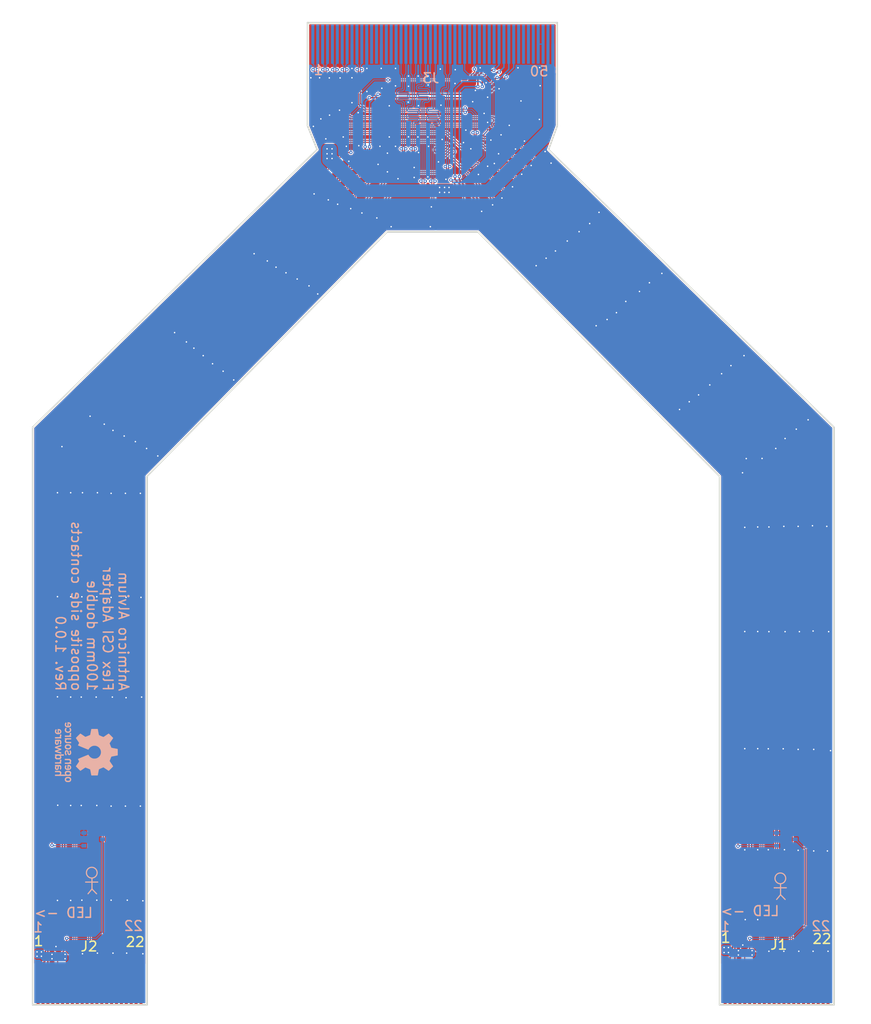
<source format=kicad_pcb>
(kicad_pcb (version 20171130) (host pcbnew 5.1.6)
  (layers (0 F.Cu signal) (31 B.Cu signal) (34 B.Paste user) (35 F.Paste user) (36 B.SilkS user) (37 F.SilkS user) (38 B.Mask user) (39 F.Mask user) (44 Edge.Cuts user))
  (net 0 "")
  (net 1 /F1_GND)
  (net 2 /F1_C1_CSI0_D0_P)
  (net 3 /F1_C1_CSI0_D0_N)
  (net 4 /F1_C1_CSI0_D1_P)
  (net 5 /F1_C1_CSI0_D1_N)
  (net 6 /F1_C1_CSI0_CLK_P)
  (net 7 /F1_C1_CSI0_CLK_N)
  (net 8 /F1_C1_CSI1_D0_P)
  (net 9 /F1_C1_CSI1_D0_N)
  (net 10 /F1_C1_CSI1_D1_P)
  (net 11 /F1_C1_CSI1_D1_N)
  (net 12 /F1_5V)
  (net 13 /F1_C1_SDA)
  (net 14 /F1_C1_SCL)
  (net 15 /F1_C2_CSI0_D0_P)
  (net 16 /F1_C2_CSI0_D0_N)
  (net 17 /F1_C2_CSI0_D1_P)
  (net 18 /F1_C2_CSI0_D1_N)
  (net 19 /F1_C2_CSI0_CLK_P)
  (net 20 /F1_C2_CSI0_CLK_N)
  (net 21 /F1_C2_CSI1_D0_P)
  (net 22 /F1_C2_CSI1_D0_N)
  (net 23 /F1_C2_CSI1_D1_P)
  (net 24 /F1_C2_CSI1_D1_N)
  (net 25 /F1_C2_SDA)
  (net 26 /F1_C2_SCL)
  (net 27 /F1_3.3V)
  (net 28 /F1_C1_GPIO2)
  (net 29 /F1_C2_GPIO2)
  (net 30 /F1_C2_VSYNC)
  (net 31 /F1_C1_VSYNC)
  (net 32 /F1_C1_GPIO3)
  (net 33 /F1_C2_GPIO3)
  (net 34 "Net-(J3-Pad46)")
  (net 35 "Net-(J3-Pad45)")
  (net 36 "Net-(J3-Pad44)")
  (net 37 "Net-(J3-Pad43)")
  (net 38 "Net-(J3-Pad38)")
  (net 39 "Net-(J3-Pad37)")
  (net 40 "Net-(J3-Pad36)")
  (net 41 "Net-(J3-Pad35)")
  (net 42 "Net-(J3-Pad33)")
  (net 43 "Net-(J3-Pad31)")
  (net 44 "Net-(J3-Pad17)")
  (net 45 "Net-(J3-Pad16)")
  (net 46 "Net-(J3-Pad14)")
  (net 47 "Net-(J3-Pad13)")
  (module antmicro-alvium-flex-csi-adapter-footprints:SC70-3 (layer B.Cu) (at 88.4 102)
    (fp_text reference Q2 hide)
    (fp_text value BSS138APW hide)
    (pad 1 smd rect (at -0.95 0.65 270) (size 0.4 0.5) (layers B.Cu B.Paste B.Mask) (net 30 /F1_C2_VSYNC))
    (pad 2 smd rect (at -0.95 -0.65 270) (size 0.4 0.5) (layers B.Cu B.Paste B.Mask) (net 1 /F1_GND))
    (pad 3 smd rect (at 0.95 0 270) (size 0.4 0.5) (layers B.Cu B.Paste B.Mask) (net 29 /F1_C2_GPIO2))
  )
  (module antmicro-alvium-flex-csi-adapter-footprints:SC70-3 (layer B.Cu) (at 159.1 102)
    (fp_text reference Q1 hide)
    (fp_text value BSS138APW hide)
    (pad 3 smd rect (at 0.95 0 270) (size 0.4 0.5) (layers B.Cu B.Paste B.Mask) (net 28 /F1_C1_GPIO2))
    (pad 2 smd rect (at -0.95 -0.65 270) (size 0.4 0.5) (layers B.Cu B.Paste B.Mask) (net 1 /F1_GND))
    (pad 1 smd rect (at -0.95 0.65 270) (size 0.4 0.5) (layers B.Cu B.Paste B.Mask) (net 31 /F1_C1_VSYNC))
  )
  (module antmicro-alvium-flex-csi-adapter-footprints:oshw-logo (layer B.Cu) (at 87.71 93.12 90)
    (fp_text reference N1 hide)
    (fp_text value oshw_logo hide)
  )
  (module antmicro-alvium-flex-csi-adapter-footprints:WE_687650100002_FLEX (layer B.Cu) (at 123.063 20.955)
    (fp_text reference J3 (at -0.203 3.465) (layer B.SilkS) (effects (justify mirror)))
    (fp_text value WE_687650100002_FLEX)
    (pad 50 smd rect (at 12.25 0) (size 0.3 4) (layers B.Cu B.Paste B.Mask) (net 12 /F1_5V))
    (pad 49 smd rect (at 11.75 0) (size 0.3 4) (layers B.Cu B.Paste B.Mask) (net 12 /F1_5V))
    (pad 48 smd rect (at 11.25 0) (size 0.3 4) (layers B.Cu B.Paste B.Mask) (net 27 /F1_3.3V))
    (pad 47 smd rect (at 10.75 0) (size 0.3 4) (layers B.Cu B.Paste B.Mask) (net 27 /F1_3.3V))
    (pad 46 smd rect (at 10.25 0) (size 0.3 4) (layers B.Cu B.Paste B.Mask) (net 34 "Net-(J3-Pad46)"))
    (pad 45 smd rect (at 9.75 0) (size 0.3 4) (layers B.Cu B.Paste B.Mask) (net 35 "Net-(J3-Pad45)"))
    (pad 44 smd rect (at 9.25 0) (size 0.3 4) (layers B.Cu B.Paste B.Mask) (net 36 "Net-(J3-Pad44)"))
    (pad 43 smd rect (at 8.75 0) (size 0.3 4) (layers B.Cu B.Paste B.Mask) (net 37 "Net-(J3-Pad43)"))
    (pad 42 smd rect (at 8.25 0) (size 0.3 4) (layers B.Cu B.Paste B.Mask) (net 26 /F1_C2_SCL))
    (pad 41 smd rect (at 7.75 0) (size 0.3 4) (layers B.Cu B.Paste B.Mask) (net 25 /F1_C2_SDA))
    (pad 40 smd rect (at 7.25 0) (size 0.3 4) (layers B.Cu B.Paste B.Mask) (net 14 /F1_C1_SCL))
    (pad 39 smd rect (at 6.75 0) (size 0.3 4) (layers B.Cu B.Paste B.Mask) (net 13 /F1_C1_SDA))
    (pad 38 smd rect (at 6.25 0) (size 0.3 4) (layers B.Cu B.Paste B.Mask) (net 38 "Net-(J3-Pad38)"))
    (pad 37 smd rect (at 5.75 0) (size 0.3 4) (layers B.Cu B.Paste B.Mask) (net 39 "Net-(J3-Pad37)"))
    (pad 36 smd rect (at 5.25 0) (size 0.3 4) (layers B.Cu B.Paste B.Mask) (net 40 "Net-(J3-Pad36)"))
    (pad 35 smd rect (at 4.75 0) (size 0.3 4) (layers B.Cu B.Paste B.Mask) (net 41 "Net-(J3-Pad35)"))
    (pad 34 smd rect (at 4.25 0) (size 0.3 4) (layers B.Cu B.Paste B.Mask) (net 30 /F1_C2_VSYNC))
    (pad 33 smd rect (at 3.75 0) (size 0.3 4) (layers B.Cu B.Paste B.Mask) (net 42 "Net-(J3-Pad33)"))
    (pad 32 smd rect (at 3.25 0) (size 0.3 4) (layers B.Cu B.Paste B.Mask) (net 31 /F1_C1_VSYNC))
    (pad 31 smd rect (at 2.75 0) (size 0.3 4) (layers B.Cu B.Paste B.Mask) (net 43 "Net-(J3-Pad31)"))
    (pad 30 smd rect (at 2.25 0) (size 0.3 4) (layers B.Cu B.Paste B.Mask) (net 1 /F1_GND))
    (pad 29 smd rect (at 1.75 0) (size 0.3 4) (layers B.Cu B.Paste B.Mask) (net 19 /F1_C2_CSI0_CLK_P))
    (pad 28 smd rect (at 1.25 0) (size 0.3 4) (layers B.Cu B.Paste B.Mask) (net 20 /F1_C2_CSI0_CLK_N))
    (pad 27 smd rect (at 0.75 0) (size 0.3 4) (layers B.Cu B.Paste B.Mask) (net 1 /F1_GND))
    (pad 26 smd rect (at 0.25 0) (size 0.3 4) (layers B.Cu B.Paste B.Mask) (net 15 /F1_C2_CSI0_D0_P))
    (pad 25 smd rect (at -0.25 0) (size 0.3 4) (layers B.Cu B.Paste B.Mask) (net 16 /F1_C2_CSI0_D0_N))
    (pad 24 smd rect (at -0.75 0) (size 0.3 4) (layers B.Cu B.Paste B.Mask) (net 17 /F1_C2_CSI0_D1_P))
    (pad 23 smd rect (at -1.25 0) (size 0.3 4) (layers B.Cu B.Paste B.Mask) (net 18 /F1_C2_CSI0_D1_N))
    (pad 22 smd rect (at -1.75 0) (size 0.3 4) (layers B.Cu B.Paste B.Mask) (net 21 /F1_C2_CSI1_D0_P))
    (pad 21 smd rect (at -2.25 0) (size 0.3 4) (layers B.Cu B.Paste B.Mask) (net 22 /F1_C2_CSI1_D0_N))
    (pad 20 smd rect (at -2.75 0) (size 0.3 4) (layers B.Cu B.Paste B.Mask) (net 23 /F1_C2_CSI1_D1_P))
    (pad 19 smd rect (at -3.25 0) (size 0.3 4) (layers B.Cu B.Paste B.Mask) (net 24 /F1_C2_CSI1_D1_N))
    (pad 18 smd rect (at -3.75 0) (size 0.3 4) (layers B.Cu B.Paste B.Mask) (net 1 /F1_GND))
    (pad 17 smd rect (at -4.25 0) (size 0.3 4) (layers B.Cu B.Paste B.Mask) (net 44 "Net-(J3-Pad17)"))
    (pad 16 smd rect (at -4.75 0) (size 0.3 4) (layers B.Cu B.Paste B.Mask) (net 45 "Net-(J3-Pad16)"))
    (pad 15 smd rect (at -5.25 0) (size 0.3 4) (layers B.Cu B.Paste B.Mask) (net 1 /F1_GND))
    (pad 14 smd rect (at -5.75 0) (size 0.3 4) (layers B.Cu B.Paste B.Mask) (net 46 "Net-(J3-Pad14)"))
    (pad 13 smd rect (at -6.25 0) (size 0.3 4) (layers B.Cu B.Paste B.Mask) (net 47 "Net-(J3-Pad13)"))
    (pad 12 smd rect (at -6.75 0) (size 0.3 4) (layers B.Cu B.Paste B.Mask) (net 1 /F1_GND))
    (pad 11 smd rect (at -7.25 0) (size 0.3 4) (layers B.Cu B.Paste B.Mask) (net 6 /F1_C1_CSI0_CLK_P))
    (pad 10 smd rect (at -7.75 0) (size 0.3 4) (layers B.Cu B.Paste B.Mask) (net 7 /F1_C1_CSI0_CLK_N))
    (pad 9 smd rect (at -8.25 0) (size 0.3 4) (layers B.Cu B.Paste B.Mask) (net 1 /F1_GND))
    (pad 8 smd rect (at -8.75 0) (size 0.3 4) (layers B.Cu B.Paste B.Mask) (net 2 /F1_C1_CSI0_D0_P))
    (pad 7 smd rect (at -9.25 0) (size 0.3 4) (layers B.Cu B.Paste B.Mask) (net 3 /F1_C1_CSI0_D0_N))
    (pad 6 smd rect (at -9.75 0) (size 0.3 4) (layers B.Cu B.Paste B.Mask) (net 4 /F1_C1_CSI0_D1_P))
    (pad 5 smd rect (at -10.25 0) (size 0.3 4) (layers B.Cu B.Paste B.Mask) (net 5 /F1_C1_CSI0_D1_N))
    (pad 4 smd rect (at -10.75 0) (size 0.3 4) (layers B.Cu B.Paste B.Mask) (net 8 /F1_C1_CSI1_D0_P))
    (pad 3 smd rect (at -11.25 0) (size 0.3 4) (layers B.Cu B.Paste B.Mask) (net 9 /F1_C1_CSI1_D0_N))
    (pad 2 smd rect (at -11.75 0) (size 0.3 4) (layers B.Cu B.Paste B.Mask) (net 10 /F1_C1_CSI1_D1_P))
    (pad 1 smd rect (at -12.25 0) (size 0.3 4) (layers B.Cu B.Paste B.Mask) (net 11 /F1_C1_CSI1_D1_N))
  )
  (module antmicro-alvium-flex-csi-adapter-footprints:WE_687622100002_FLEX (layer F.Cu) (at 87.7824 116.8392)
    (fp_text reference J2 (at 0.1976 -3.9192) (layer F.SilkS))
    (fp_text value WE_687622100002_FLEX)
    (pad 22 smd rect (at 5.5 -0.05) (size 0.3 4) (layers F.Cu F.Paste F.Mask) (net 1 /F1_GND))
    (pad 21 smd rect (at 5 -0.05) (size 0.3 4) (layers F.Cu F.Paste F.Mask) (net 15 /F1_C2_CSI0_D0_P))
    (pad 20 smd rect (at 4.5 -0.05) (size 0.3 4) (layers F.Cu F.Paste F.Mask) (net 16 /F1_C2_CSI0_D0_N))
    (pad 19 smd rect (at 4 -0.05) (size 0.3 4) (layers F.Cu F.Paste F.Mask) (net 1 /F1_GND))
    (pad 18 smd rect (at 3.5 -0.05) (size 0.3 4) (layers F.Cu F.Paste F.Mask) (net 17 /F1_C2_CSI0_D1_P))
    (pad 17 smd rect (at 3 -0.05) (size 0.3 4) (layers F.Cu F.Paste F.Mask) (net 18 /F1_C2_CSI0_D1_N))
    (pad 16 smd rect (at 2.5 -0.05) (size 0.3 4) (layers F.Cu F.Paste F.Mask) (net 1 /F1_GND))
    (pad 15 smd rect (at 2 -0.05) (size 0.3 4) (layers F.Cu F.Paste F.Mask) (net 19 /F1_C2_CSI0_CLK_P))
    (pad 14 smd rect (at 1.5 -0.05) (size 0.3 4) (layers F.Cu F.Paste F.Mask) (net 20 /F1_C2_CSI0_CLK_N))
    (pad 13 smd rect (at 1 -0.05) (size 0.3 4) (layers F.Cu F.Paste F.Mask) (net 1 /F1_GND))
    (pad 12 smd rect (at 0.5 -0.05) (size 0.3 4) (layers F.Cu F.Paste F.Mask) (net 21 /F1_C2_CSI1_D0_P))
    (pad 11 smd rect (at 0 -0.05) (size 0.3 4) (layers F.Cu F.Paste F.Mask) (net 22 /F1_C2_CSI1_D0_N))
    (pad 10 smd rect (at -0.5 -0.05) (size 0.3 4) (layers F.Cu F.Paste F.Mask) (net 1 /F1_GND))
    (pad 9 smd rect (at -1 -0.05) (size 0.3 4) (layers F.Cu F.Paste F.Mask) (net 23 /F1_C2_CSI1_D1_P))
    (pad 8 smd rect (at -1.5 -0.05) (size 0.3 4) (layers F.Cu F.Paste F.Mask) (net 24 /F1_C2_CSI1_D1_N))
    (pad 7 smd rect (at -2 -0.05) (size 0.3 4) (layers F.Cu F.Paste F.Mask) (net 12 /F1_5V))
    (pad 6 smd rect (at -2.5 -0.05) (size 0.3 4) (layers F.Cu F.Paste F.Mask) (net 33 /F1_C2_GPIO3))
    (pad 5 smd rect (at -3 -0.05) (size 0.3 4) (layers F.Cu F.Paste F.Mask) (net 29 /F1_C2_GPIO2))
    (pad 4 smd rect (at -3.5 -0.05) (size 0.3 4) (layers F.Cu F.Paste F.Mask) (net 12 /F1_5V))
    (pad 3 smd rect (at -4 -0.05) (size 0.3 4) (layers F.Cu F.Paste F.Mask) (net 25 /F1_C2_SDA))
    (pad 2 smd rect (at -4.5 -0.05) (size 0.3 4) (layers F.Cu F.Paste F.Mask) (net 26 /F1_C2_SCL))
    (pad 1 smd rect (at -5 -0.05) (size 0.3 4) (layers F.Cu F.Paste F.Mask) (net 12 /F1_5V))
  )
  (module antmicro-alvium-flex-csi-adapter-footprints:WE_687622100002_FLEX (layer F.Cu) (at 157.8864 116.84)
    (fp_text reference J1 (at 0.4636 -4.1) (layer F.SilkS))
    (fp_text value WE_687622100002_FLEX)
    (pad 22 smd rect (at 5.5 -0.05) (size 0.3 4) (layers F.Cu F.Paste F.Mask) (net 1 /F1_GND))
    (pad 21 smd rect (at 5 -0.05) (size 0.3 4) (layers F.Cu F.Paste F.Mask) (net 2 /F1_C1_CSI0_D0_P))
    (pad 20 smd rect (at 4.5 -0.05) (size 0.3 4) (layers F.Cu F.Paste F.Mask) (net 3 /F1_C1_CSI0_D0_N))
    (pad 19 smd rect (at 4 -0.05) (size 0.3 4) (layers F.Cu F.Paste F.Mask) (net 1 /F1_GND))
    (pad 18 smd rect (at 3.5 -0.05) (size 0.3 4) (layers F.Cu F.Paste F.Mask) (net 4 /F1_C1_CSI0_D1_P))
    (pad 17 smd rect (at 3 -0.05) (size 0.3 4) (layers F.Cu F.Paste F.Mask) (net 5 /F1_C1_CSI0_D1_N))
    (pad 16 smd rect (at 2.5 -0.05) (size 0.3 4) (layers F.Cu F.Paste F.Mask) (net 1 /F1_GND))
    (pad 15 smd rect (at 2 -0.05) (size 0.3 4) (layers F.Cu F.Paste F.Mask) (net 6 /F1_C1_CSI0_CLK_P))
    (pad 14 smd rect (at 1.5 -0.05) (size 0.3 4) (layers F.Cu F.Paste F.Mask) (net 7 /F1_C1_CSI0_CLK_N))
    (pad 13 smd rect (at 1 -0.05) (size 0.3 4) (layers F.Cu F.Paste F.Mask) (net 1 /F1_GND))
    (pad 12 smd rect (at 0.5 -0.05) (size 0.3 4) (layers F.Cu F.Paste F.Mask) (net 8 /F1_C1_CSI1_D0_P))
    (pad 11 smd rect (at 0 -0.05) (size 0.3 4) (layers F.Cu F.Paste F.Mask) (net 9 /F1_C1_CSI1_D0_N))
    (pad 10 smd rect (at -0.5 -0.05) (size 0.3 4) (layers F.Cu F.Paste F.Mask) (net 1 /F1_GND))
    (pad 9 smd rect (at -1 -0.05) (size 0.3 4) (layers F.Cu F.Paste F.Mask) (net 10 /F1_C1_CSI1_D1_P))
    (pad 8 smd rect (at -1.5 -0.05) (size 0.3 4) (layers F.Cu F.Paste F.Mask) (net 11 /F1_C1_CSI1_D1_N))
    (pad 7 smd rect (at -2 -0.05) (size 0.3 4) (layers F.Cu F.Paste F.Mask) (net 12 /F1_5V))
    (pad 6 smd rect (at -2.5 -0.05) (size 0.3 4) (layers F.Cu F.Paste F.Mask) (net 32 /F1_C1_GPIO3))
    (pad 5 smd rect (at -3 -0.05) (size 0.3 4) (layers F.Cu F.Paste F.Mask) (net 28 /F1_C1_GPIO2))
    (pad 4 smd rect (at -3.5 -0.05) (size 0.3 4) (layers F.Cu F.Paste F.Mask) (net 12 /F1_5V))
    (pad 3 smd rect (at -4 -0.05) (size 0.3 4) (layers F.Cu F.Paste F.Mask) (net 13 /F1_C1_SDA))
    (pad 2 smd rect (at -4.5 -0.05) (size 0.3 4) (layers F.Cu F.Paste F.Mask) (net 14 /F1_C1_SCL))
    (pad 1 smd rect (at -5 -0.05) (size 0.3 4) (layers F.Cu F.Paste F.Mask) (net 12 /F1_5V))
  )
  (gr_text "LED ->" (at 158.5 109.31) (layer B.SilkS) (effects (font (size 1 1)) (justify left mirror)))
  (gr_text "LED ->" (at 88.46 109.49) (layer B.SilkS) (effects (font (size 1 1)) (justify left mirror)))
  (gr_line (start 88.87 106.36) (end 87.63 106.36) (layer B.SilkS) (width 0.12))
  (gr_line (start 88.28 107.07) (end 88.75 107.55) (layer B.SilkS) (width 0.12))
  (gr_line (start 88.28 107.07) (end 87.88 107.55) (layer B.SilkS) (width 0.12))
  (gr_line (start 88.28 105.97) (end 88.28 107.07) (layer B.SilkS) (width 0.12))
  (gr_circle (center 88.26 105.4) (end 87.92 105.83) (layer B.SilkS) (width 0.12))
  (gr_line (start 158.54 107.65) (end 158.14 108.13) (layer B.SilkS) (width 0.12))
  (gr_line (start 158.54 107.65) (end 159.01 108.13) (layer B.SilkS) (width 0.12))
  (gr_line (start 159.13 106.94) (end 157.89 106.94) (layer B.SilkS) (width 0.12))
  (gr_line (start 158.54 106.55) (end 158.54 107.65) (layer B.SilkS) (width 0.12))
  (gr_circle (center 158.52 105.98) (end 158.18 106.41) (layer B.SilkS) (width 0.12))
  (gr_text "Antmicro Alvium\nFlex CSI Adapter\n100mm double\nopposite side contacts\nRev. 1.0.0" (at 88.28 86.98 270) (layer B.SilkS) (effects (font (size 1 1)) (justify left mirror)))
  (gr_text 50 (at 133.91 23.73) (layer B.SilkS) (effects (font (size 1 1)) (justify mirror)))
  (gr_text 1 (at 111.39 23.6) (layer B.SilkS) (effects (font (size 1 1)) (justify mirror)))
  (gr_line (start 110.2614 29.2354) (end 110.2868 18.796) (layer F.SilkS) (width 0.12))
  (gr_line (start 110.2868 29.2862) (end 110.2614 29.2354) (layer F.SilkS) (width 0.12))
  (gr_line (start 111.252 31.6992) (end 110.2868 29.2862) (layer F.SilkS) (width 0.12))
  (gr_line (start 82.2198 60.0202) (end 111.252 31.6992) (layer F.SilkS) (width 0.12))
  (gr_line (start 82.2198 118.8466) (end 82.2198 60.0202) (layer F.SilkS) (width 0.12))
  (gr_line (start 82.2452 118.8466) (end 82.2198 118.8466) (layer F.SilkS) (width 0.12))
  (gr_line (start 93.9038 118.8466) (end 82.2452 118.8466) (layer F.SilkS) (width 0.12))
  (gr_line (start 93.9038 64.9986) (end 93.9038 118.8466) (layer F.SilkS) (width 0.12))
  (gr_line (start 118.3894 40.0812) (end 93.9038 64.9986) (layer F.SilkS) (width 0.12))
  (gr_line (start 118.4148 40.0812) (end 118.3894 40.0812) (layer F.SilkS) (width 0.12))
  (gr_line (start 127.6604 40.0812) (end 118.4148 40.0812) (layer F.SilkS) (width 0.12))
  (gr_line (start 152.3238 64.9986) (end 127.6604 40.0812) (layer F.SilkS) (width 0.12))
  (gr_line (start 152.3238 118.8466) (end 152.3238 64.9986) (layer F.SilkS) (width 0.12))
  (gr_line (start 164.0078 118.8466) (end 152.3238 118.8466) (layer F.SilkS) (width 0.12))
  (gr_line (start 164.0078 60.0202) (end 164.0078 118.8466) (layer F.SilkS) (width 0.12))
  (gr_line (start 134.874 31.6992) (end 164.0078 60.0202) (layer F.SilkS) (width 0.12))
  (gr_line (start 135.763 29.2862) (end 134.874 31.6992) (layer F.SilkS) (width 0.12))
  (gr_line (start 135.7376 18.7706) (end 135.763 29.2862) (layer F.SilkS) (width 0.12))
  (gr_line (start 110.2868 18.796) (end 135.7376 18.7706) (layer F.SilkS) (width 0.12))
  (gr_line (start 118.3894 40.1) (end 127.6604 40.1) (layer Edge.Cuts) (width 0.15))
  (gr_line (start 127.6604 40.1) (end 152.313 65) (layer Edge.Cuts) (width 0.15))
  (gr_line (start 93.905 65) (end 118.3894 40.1) (layer Edge.Cuts) (width 0.15))
  (gr_line (start 163.997 60) (end 134.874 31.6992) (layer Edge.Cuts) (width 0.15))
  (gr_line (start 82.221 60) (end 111.252 31.6992) (layer Edge.Cuts) (width 0.15))
  (gr_line (start 163.997 118.872) (end 163.997 60) (layer Edge.Cuts) (width 0.15))
  (gr_line (start 152.313 118.872) (end 152.313 65) (layer Edge.Cuts) (width 0.15))
  (gr_line (start 93.905 118.872) (end 93.905 65) (layer Edge.Cuts) (width 0.15))
  (gr_line (start 82.221 118.872) (end 82.221 60) (layer Edge.Cuts) (width 0.15))
  (gr_text 1 (at 152.89 110.92) (layer B.SilkS) (effects (font (size 1 1)) (justify mirror)))
  (gr_text 22 (at 162.65 110.85) (layer B.SilkS) (effects (font (size 1 1)) (justify mirror)))
  (gr_text 1 (at 152.9545 112.04) (layer F.SilkS) (effects (font (size 1 1))))
  (gr_text 22 (at 162.77 112.15) (layer F.SilkS) (effects (font (size 1 1))))
  (gr_text 1 (at 82.79 110.98) (layer B.SilkS) (effects (font (size 1 1)) (justify mirror)))
  (gr_text 22 (at 92.5 110.83) (layer B.SilkS) (effects (font (size 1 1)) (justify mirror)))
  (gr_text 1 (at 82.84 112.38) (layer F.SilkS) (effects (font (size 1 1))))
  (gr_text 22 (at 92.69 112.46) (layer F.SilkS) (effects (font (size 1 1))))
  (gr_line (start 152.313 118.872) (end 163.997 118.872) (layer Edge.Cuts) (width 0.15))
  (gr_line (start 82.221 118.872) (end 93.905 118.872) (layer Edge.Cuts) (width 0.15))
  (gr_line (start 134.874 31.6992) (end 135.763 29.276) (layer Edge.Cuts) (width 0.15))
  (gr_line (start 111.252 31.6992) (end 110.27 29.276) (layer Edge.Cuts) (width 0.15))
  (gr_line (start 135.763 18.762) (end 135.763 29.276) (layer Edge.Cuts) (width 0.15))
  (gr_line (start 110.27 18.762) (end 135.763 18.762) (layer Edge.Cuts) (width 0.15))
  (gr_line (start 110.27 18.762) (end 110.27 29.276) (layer Edge.Cuts) (width 0.15))
  (via (at 112.5 24.4) (size 0.35) (drill 0.15) (layers F.Cu B.Cu) (net 1))
  (via (at 113.6 24.4) (size 0.35) (drill 0.15) (layers F.Cu B.Cu) (net 1))
  (via (at 163.3855 113.411) (size 0.35) (drill 0.15) (layers F.Cu B.Cu) (net 1))
  (via (at 161.8615 113.411) (size 0.35) (drill 0.15) (layers F.Cu B.Cu) (net 1))
  (via (at 160.401 113.411) (size 0.35) (drill 0.15) (layers F.Cu B.Cu) (net 1))
  (via (at 158.877 113.411) (size 0.35) (drill 0.15) (layers F.Cu B.Cu) (net 1))
  (via (at 157.353 113.411) (size 0.35) (drill 0.15) (layers F.Cu B.Cu) (net 1))
  (via (at 122.809 39.5605) (size 0.35) (drill 0.15) (layers F.Cu B.Cu) (net 1))
  (via (at 118.8085 39.5605) (size 0.35) (drill 0.15) (layers F.Cu B.Cu) (net 1))
  (via (at 113.3475 37.2745) (size 0.35) (drill 0.15) (layers F.Cu B.Cu) (net 1))
  (via (at 114.681 37.719) (size 0.35) (drill 0.15) (layers F.Cu B.Cu) (net 1))
  (via (at 115.824 38.1635) (size 0.35) (drill 0.15) (layers F.Cu B.Cu) (net 1))
  (via (at 117.348 38.6715) (size 0.35) (drill 0.15) (layers F.Cu B.Cu) (net 1))
  (via (at 107.061 43.688) (size 0.35) (drill 0.15) (layers F.Cu B.Cu) (net 1))
  (via (at 108.077 44.2595) (size 0.35) (drill 0.15) (layers F.Cu B.Cu) (net 1))
  (via (at 109.22 44.8945) (size 0.35) (drill 0.15) (layers F.Cu B.Cu) (net 1))
  (via (at 110.4265 45.593) (size 0.35) (drill 0.15) (layers F.Cu B.Cu) (net 1))
  (via (at 111.3155 46.4185) (size 0.35) (drill 0.15) (layers F.Cu B.Cu) (net 1))
  (via (at 96.7105 50.3555) (size 0.35) (drill 0.15) (layers F.Cu B.Cu) (net 1))
  (via (at 97.917 51.308) (size 0.35) (drill 0.15) (layers F.Cu B.Cu) (net 1))
  (via (at 98.679 51.943) (size 0.35) (drill 0.15) (layers F.Cu B.Cu) (net 1))
  (via (at 99.6315 52.705) (size 0.35) (drill 0.15) (layers F.Cu B.Cu) (net 1))
  (via (at 100.584 53.5305) (size 0.35) (drill 0.15) (layers F.Cu B.Cu) (net 1))
  (via (at 101.6635 54.2925) (size 0.35) (drill 0.15) (layers F.Cu B.Cu) (net 1))
  (via (at 102.743 55.1815) (size 0.35) (drill 0.15) (layers F.Cu B.Cu) (net 1))
  (via (at 88.0872 58.8772) (size 0.35) (drill 0.15) (layers F.Cu B.Cu) (net 1))
  (via (at 89.535 59.69) (size 0.35) (drill 0.15) (layers F.Cu B.Cu) (net 1))
  (via (at 90.424 60.325) (size 0.35) (drill 0.15) (layers F.Cu B.Cu) (net 1))
  (via (at 91.567 60.8965) (size 0.35) (drill 0.15) (layers F.Cu B.Cu) (net 1))
  (via (at 92.71 61.468) (size 0.35) (drill 0.15) (layers F.Cu B.Cu) (net 1))
  (via (at 93.853 62.1665) (size 0.35) (drill 0.15) (layers F.Cu B.Cu) (net 1))
  (via (at 94.996 62.9285) (size 0.35) (drill 0.15) (layers F.Cu B.Cu) (net 1))
  (via (at 84.7598 66.675) (size 0.35) (drill 0.15) (layers F.Cu B.Cu) (net 1))
  (via (at 86.106 66.675) (size 0.35) (drill 0.15) (layers F.Cu B.Cu) (net 1))
  (via (at 87.3125 66.675) (size 0.35) (drill 0.15) (layers F.Cu B.Cu) (net 1))
  (via (at 88.8365 66.675) (size 0.35) (drill 0.15) (layers F.Cu B.Cu) (net 1))
  (via (at 90.2335 66.7385) (size 0.35) (drill 0.15) (layers F.Cu B.Cu) (net 1))
  (via (at 91.694 66.7385) (size 0.35) (drill 0.15) (layers F.Cu B.Cu) (net 1))
  (via (at 93.218 66.7385) (size 0.35) (drill 0.15) (layers F.Cu B.Cu) (net 1))
  (via (at 84.7598 77.2668) (size 0.35) (drill 0.15) (layers F.Cu B.Cu) (net 1))
  (via (at 86.106 77.2795) (size 0.35) (drill 0.15) (layers F.Cu B.Cu) (net 1))
  (via (at 87.249 77.2795) (size 0.35) (drill 0.15) (layers F.Cu B.Cu) (net 1))
  (via (at 88.773 77.2795) (size 0.35) (drill 0.15) (layers F.Cu B.Cu) (net 1))
  (via (at 90.2335 77.343) (size 0.35) (drill 0.15) (layers F.Cu B.Cu) (net 1))
  (via (at 91.7575 77.343) (size 0.35) (drill 0.15) (layers F.Cu B.Cu) (net 1))
  (via (at 93.2815 77.343) (size 0.35) (drill 0.15) (layers F.Cu B.Cu) (net 1))
  (via (at 84.7598 87.4776) (size 0.35) (drill 0.15) (layers F.Cu B.Cu) (net 1))
  (via (at 86.106 87.503) (size 0.35) (drill 0.15) (layers F.Cu B.Cu) (net 1))
  (via (at 87.1855 87.503) (size 0.35) (drill 0.15) (layers F.Cu B.Cu) (net 1))
  (via (at 88.7095 87.503) (size 0.35) (drill 0.15) (layers F.Cu B.Cu) (net 1))
  (via (at 90.3605 87.503) (size 0.35) (drill 0.15) (layers F.Cu B.Cu) (net 1))
  (via (at 91.7575 87.5665) (size 0.35) (drill 0.15) (layers F.Cu B.Cu) (net 1))
  (via (at 93.345 87.503) (size 0.35) (drill 0.15) (layers F.Cu B.Cu) (net 1))
  (via (at 84.7852 98.5266) (size 0.35) (drill 0.15) (layers F.Cu B.Cu) (net 1))
  (via (at 86.106 98.552) (size 0.35) (drill 0.15) (layers F.Cu B.Cu) (net 1))
  (via (at 87.1855 98.552) (size 0.35) (drill 0.15) (layers F.Cu B.Cu) (net 1))
  (via (at 88.773 98.552) (size 0.35) (drill 0.15) (layers F.Cu B.Cu) (net 1))
  (via (at 90.2335 98.6155) (size 0.35) (drill 0.15) (layers F.Cu B.Cu) (net 1))
  (via (at 91.694 98.6155) (size 0.35) (drill 0.15) (layers F.Cu B.Cu) (net 1))
  (via (at 93.218 98.6155) (size 0.35) (drill 0.15) (layers F.Cu B.Cu) (net 1))
  (via (at 84.7598 108.2294) (size 0.35) (drill 0.15) (layers F.Cu B.Cu) (net 1))
  (via (at 86.106 108.2294) (size 0.35) (drill 0.15) (layers F.Cu B.Cu) (net 1))
  (via (at 87.249 108.204) (size 0.35) (drill 0.15) (layers F.Cu B.Cu) (net 1))
  (via (at 88.773 108.204) (size 0.35) (drill 0.15) (layers F.Cu B.Cu) (net 1))
  (via (at 90.2335 108.204) (size 0.35) (drill 0.15) (layers F.Cu B.Cu) (net 1))
  (via (at 91.8845 108.204) (size 0.35) (drill 0.15) (layers F.Cu B.Cu) (net 1))
  (via (at 93.472 108.2675) (size 0.35) (drill 0.15) (layers F.Cu B.Cu) (net 1))
  (via (at 87.3125 113.665) (size 0.35) (drill 0.15) (layers F.Cu B.Cu) (net 1))
  (via (at 88.8365 113.6015) (size 0.35) (drill 0.15) (layers F.Cu B.Cu) (net 1))
  (via (at 90.424 113.6015) (size 0.35) (drill 0.15) (layers F.Cu B.Cu) (net 1))
  (via (at 91.821 113.6015) (size 0.35) (drill 0.15) (layers F.Cu B.Cu) (net 1))
  (via (at 93.472 113.665) (size 0.35) (drill 0.15) (layers F.Cu B.Cu) (net 1))
  (via (at 129.159 37.338) (size 0.35) (drill 0.15) (layers F.Cu B.Cu) (net 1))
  (via (at 130.1115 36.6395) (size 0.35) (drill 0.15) (layers F.Cu B.Cu) (net 1))
  (via (at 131.191 35.4965) (size 0.35) (drill 0.15) (layers F.Cu B.Cu) (net 1))
  (via (at 134.62 42.7736) (size 0.35) (drill 0.15) (layers F.Cu B.Cu) (net 1))
  (via (at 135.5725 42.037) (size 0.35) (drill 0.15) (layers F.Cu B.Cu) (net 1))
  (via (at 136.779 41.021) (size 0.35) (drill 0.15) (layers F.Cu B.Cu) (net 1))
  (via (at 137.9855 40.0685) (size 0.35) (drill 0.15) (layers F.Cu B.Cu) (net 1))
  (via (at 139.065 39.243) (size 0.35) (drill 0.15) (layers F.Cu B.Cu) (net 1))
  (via (at 140.0175 38.1) (size 0.35) (drill 0.15) (layers F.Cu B.Cu) (net 1))
  (via (at 140.843 49.022) (size 0.35) (drill 0.15) (layers F.Cu B.Cu) (net 1))
  (via (at 141.7955 48.3235) (size 0.35) (drill 0.15) (layers F.Cu B.Cu) (net 1))
  (via (at 142.748 47.1805) (size 0.35) (drill 0.15) (layers F.Cu B.Cu) (net 1))
  (via (at 144.145 46.1645) (size 0.35) (drill 0.15) (layers F.Cu B.Cu) (net 1))
  (via (at 145.161 45.2755) (size 0.35) (drill 0.15) (layers F.Cu B.Cu) (net 1))
  (via (at 146.431 44.323) (size 0.35) (drill 0.15) (layers F.Cu B.Cu) (net 1))
  (via (at 149.225 57.404) (size 0.35) (drill 0.15) (layers F.Cu B.Cu) (net 1))
  (via (at 150.1775 56.7055) (size 0.35) (drill 0.15) (layers F.Cu B.Cu) (net 1))
  (via (at 151.3205 55.6895) (size 0.35) (drill 0.15) (layers F.Cu B.Cu) (net 1))
  (via (at 152.527 54.5465) (size 0.35) (drill 0.15) (layers F.Cu B.Cu) (net 1))
  (via (at 153.4795 53.721) (size 0.35) (drill 0.15) (layers F.Cu B.Cu) (net 1))
  (via (at 154.813 52.705) (size 0.35) (drill 0.15) (layers F.Cu B.Cu) (net 1))
  (via (at 156.6545 63.1825) (size 0.35) (drill 0.15) (layers F.Cu B.Cu) (net 1))
  (via (at 158.0515 62.1665) (size 0.35) (drill 0.15) (layers F.Cu B.Cu) (net 1))
  (via (at 159.004 61.1505) (size 0.35) (drill 0.15) (layers F.Cu B.Cu) (net 1))
  (via (at 160.147 60.198) (size 0.35) (drill 0.15) (layers F.Cu B.Cu) (net 1))
  (via (at 161.3535 59.2455) (size 0.35) (drill 0.15) (layers F.Cu B.Cu) (net 1))
  (via (at 154.8892 70.2056) (size 0.35) (drill 0.15) (layers F.Cu B.Cu) (net 1))
  (via (at 156.21 70.1675) (size 0.35) (drill 0.15) (layers F.Cu B.Cu) (net 1))
  (via (at 157.353 70.1675) (size 0.35) (drill 0.15) (layers F.Cu B.Cu) (net 1))
  (via (at 158.877 70.104) (size 0.35) (drill 0.15) (layers F.Cu B.Cu) (net 1))
  (via (at 160.3375 70.104) (size 0.35) (drill 0.15) (layers F.Cu B.Cu) (net 1))
  (via (at 161.798 70.0405) (size 0.35) (drill 0.15) (layers F.Cu B.Cu) (net 1))
  (via (at 163.2585 70.104) (size 0.35) (drill 0.15) (layers F.Cu B.Cu) (net 1))
  (via (at 154.8892 80.8228) (size 0.35) (drill 0.15) (layers F.Cu B.Cu) (net 1))
  (via (at 156.21 80.8228) (size 0.35) (drill 0.15) (layers F.Cu B.Cu) (net 1))
  (via (at 157.353 80.8355) (size 0.35) (drill 0.15) (layers F.Cu B.Cu) (net 1))
  (via (at 159.004 80.8355) (size 0.35) (drill 0.15) (layers F.Cu B.Cu) (net 1))
  (via (at 160.4645 80.8355) (size 0.35) (drill 0.15) (layers F.Cu B.Cu) (net 1))
  (via (at 161.8615 80.772) (size 0.35) (drill 0.15) (layers F.Cu B.Cu) (net 1))
  (via (at 163.449 80.8355) (size 0.35) (drill 0.15) (layers F.Cu B.Cu) (net 1))
  (via (at 154.8892 92.7608) (size 0.35) (drill 0.15) (layers F.Cu B.Cu) (net 1))
  (via (at 156.21 92.7608) (size 0.35) (drill 0.15) (layers F.Cu B.Cu) (net 1))
  (via (at 157.2895 92.7735) (size 0.35) (drill 0.15) (layers F.Cu B.Cu) (net 1))
  (via (at 158.8135 92.7735) (size 0.35) (drill 0.15) (layers F.Cu B.Cu) (net 1))
  (via (at 160.3375 92.837) (size 0.35) (drill 0.15) (layers F.Cu B.Cu) (net 1))
  (via (at 161.925 92.837) (size 0.35) (drill 0.15) (layers F.Cu B.Cu) (net 1))
  (via (at 163.6395 92.964) (size 0.35) (drill 0.15) (layers F.Cu B.Cu) (net 1))
  (via (at 154.8892 103.0732) (size 0.35) (drill 0.15) (layers F.Cu B.Cu) (net 1))
  (via (at 156.21 103.0605) (size 0.35) (drill 0.15) (layers F.Cu B.Cu) (net 1))
  (via (at 157.2895 103.0605) (size 0.35) (drill 0.15) (layers F.Cu B.Cu) (net 1))
  (via (at 158.9405 103.0605) (size 0.35) (drill 0.15) (layers F.Cu B.Cu) (net 1))
  (via (at 160.3375 103.124) (size 0.35) (drill 0.15) (layers F.Cu B.Cu) (net 1))
  (via (at 161.925 103.1875) (size 0.35) (drill 0.15) (layers F.Cu B.Cu) (net 1))
  (via (at 163.322 103.1875) (size 0.35) (drill 0.15) (layers F.Cu B.Cu) (net 1))
  (via (at 135.128 33.0835) (size 0.35) (drill 0.15) (layers F.Cu B.Cu) (net 1))
  (via (at 84.6074 112.9284) (size 0.35) (drill 0.15) (layers F.Cu B.Cu) (net 1))
  (segment (start 84.6102 113.363) (end 84.6102 112.9312) (width 0.15) (layer F.Cu) (net 1))
  (segment (start 84.6102 112.9312) (end 84.6074 112.9284) (width 0.15) (layer F.Cu) (net 1))
  (via (at 112.395 36.83) (size 0.35) (drill 0.15) (layers F.Cu B.Cu) (net 1))
  (via (at 106.172 43.053) (size 0.35) (drill 0.15) (layers F.Cu B.Cu) (net 1))
  (via (at 104.8258 42.3164) (size 0.35) (drill 0.15) (layers F.Cu B.Cu) (net 1))
  (via (at 110.9472 36.2204) (size 0.35) (drill 0.15) (layers F.Cu B.Cu) (net 1))
  (via (at 85.217 61.976) (size 0.35) (drill 0.15) (layers F.Cu B.Cu) (net 1))
  (via (at 156.21 110.1852) (size 0.35) (drill 0.15) (layers F.Cu B.Cu) (net 1))
  (via (at 154.686 112.776) (size 0.35) (drill 0.15) (layers F.Cu B.Cu) (net 1))
  (segment (start 154.6888 113.236) (end 154.6888 112.7788) (width 0.15) (layer F.Cu) (net 1))
  (segment (start 154.6888 112.7788) (end 154.686 112.776) (width 0.15) (layer F.Cu) (net 1))
  (via (at 155.0416 63.1952) (size 0.35) (drill 0.15) (layers F.Cu B.Cu) (net 1))
  (via (at 154.94 110.1852) (size 0.35) (drill 0.15) (layers F.Cu B.Cu) (net 1))
  (via (at 154.6606 64.643) (size 0.35) (drill 0.15) (layers F.Cu B.Cu) (net 1))
  (via (at 148.2344 58.1914) (size 0.35) (drill 0.15) (layers F.Cu B.Cu) (net 1))
  (via (at 139.7254 49.657) (size 0.35) (drill 0.15) (layers F.Cu B.Cu) (net 1))
  (via (at 133.604 43.5356) (size 0.35) (drill 0.15) (layers F.Cu B.Cu) (net 1))
  (via (at 128.0414 37.9984) (size 0.35) (drill 0.15) (layers F.Cu B.Cu) (net 1))
  (via (at 114.808 23.4315) (size 0.35) (drill 0.15) (layers F.Cu B.Cu) (net 1))
  (via (at 116.332 23.4315) (size 0.35) (drill 0.15) (layers F.Cu B.Cu) (net 1))
  (via (at 110.617 24.384) (size 0.35) (drill 0.15) (layers F.Cu B.Cu) (net 1))
  (via (at 111.506 24.384) (size 0.35) (drill 0.15) (layers F.Cu B.Cu) (net 1))
  (via (at 114.808 24.384) (size 0.35) (drill 0.15) (layers F.Cu B.Cu) (net 1))
  (via (at 110.871 29.337) (size 0.35) (drill 0.15) (layers F.Cu B.Cu) (net 1))
  (via (at 112.141 30.607) (size 0.35) (drill 0.15) (layers F.Cu B.Cu) (net 1))
  (via (at 111.633 28.575) (size 0.35) (drill 0.15) (layers F.Cu B.Cu) (net 1))
  (via (at 113.919 30.4165) (size 0.35) (drill 0.15) (layers F.Cu B.Cu) (net 1))
  (via (at 112.522 28.194) (size 0.35) (drill 0.15) (layers F.Cu B.Cu) (net 1))
  (via (at 113.538 27.686) (size 0.35) (drill 0.15) (layers F.Cu B.Cu) (net 1))
  (via (at 114.808 26.924) (size 0.35) (drill 0.15) (layers F.Cu B.Cu) (net 1))
  (via (at 115.443 27.94) (size 0.35) (drill 0.15) (layers F.Cu B.Cu) (net 1))
  (via (at 114.2365 31.369) (size 0.35) (drill 0.15) (layers F.Cu B.Cu) (net 1))
  (via (at 114.4905 32.893) (size 0.35) (drill 0.15) (layers F.Cu B.Cu) (net 1))
  (via (at 115.5065 31.3055) (size 0.35) (drill 0.15) (layers F.Cu B.Cu) (net 1))
  (via (at 117.6655 31.369) (size 0.35) (drill 0.15) (layers F.Cu B.Cu) (net 1))
  (via (at 119.253 31.369) (size 0.35) (drill 0.15) (layers F.Cu B.Cu) (net 1))
  (via (at 118.4275 32.0675) (size 0.35) (drill 0.15) (layers F.Cu B.Cu) (net 1))
  (via (at 121.158 33.528) (size 0.35) (drill 0.15) (layers F.Cu B.Cu) (net 1))
  (via (at 117.475 33.2105) (size 0.35) (drill 0.15) (layers F.Cu B.Cu) (net 1))
  (via (at 118.4275 33.9725) (size 0.35) (drill 0.15) (layers F.Cu B.Cu) (net 1))
  (via (at 119.507 34.671) (size 0.35) (drill 0.15) (layers F.Cu B.Cu) (net 1))
  (via (at 121.158 34.544) (size 0.35) (drill 0.15) (layers F.Cu B.Cu) (net 1))
  (via (at 122.555 34.4805) (size 0.35) (drill 0.15) (layers F.Cu B.Cu) (net 1))
  (via (at 122.6185 31.369) (size 0.35) (drill 0.15) (layers F.Cu B.Cu) (net 1))
  (via (at 121.6025 32.004) (size 0.35) (drill 0.15) (layers F.Cu B.Cu) (net 1))
  (via (at 123.6345 32.9565) (size 0.35) (drill 0.15) (layers F.Cu B.Cu) (net 1))
  (via (at 124.3965 34.7345) (size 0.35) (drill 0.15) (layers F.Cu B.Cu) (net 1))
  (via (at 118.618 30.4165) (size 0.35) (drill 0.15) (layers F.Cu B.Cu) (net 1))
  (via (at 118.618 27.2415) (size 0.35) (drill 0.15) (layers F.Cu B.Cu) (net 1))
  (via (at 122.555 30.4165) (size 0.35) (drill 0.15) (layers F.Cu B.Cu) (net 1))
  (via (at 121.539 30.4165) (size 0.35) (drill 0.15) (layers F.Cu B.Cu) (net 1))
  (via (at 124.0155 30.6705) (size 0.35) (drill 0.15) (layers F.Cu B.Cu) (net 1))
  (via (at 126.9365 31.623) (size 0.35) (drill 0.15) (layers F.Cu B.Cu) (net 1))
  (via (at 126.4285 29.718) (size 0.35) (drill 0.15) (layers F.Cu B.Cu) (net 1))
  (via (at 123.8885 27.178) (size 0.35) (drill 0.15) (layers F.Cu B.Cu) (net 1))
  (via (at 117.7925 23.4315) (size 0.35) (drill 0.15) (layers F.Cu B.Cu) (net 1))
  (via (at 119.253 23.4315) (size 0.35) (drill 0.15) (layers F.Cu B.Cu) (net 1))
  (via (at 119.253 25.2095) (size 0.35) (drill 0.15) (layers F.Cu B.Cu) (net 1))
  (via (at 116.332 25.781) (size 0.35) (drill 0.15) (layers F.Cu B.Cu) (net 1))
  (via (at 120.5738 25.2476) (size 0.35) (drill 0.15) (layers F.Cu B.Cu) (net 1))
  (via (at 123.825 23.495) (size 0.35) (drill 0.15) (layers F.Cu B.Cu) (net 1))
  (via (at 125.349 23.5585) (size 0.35) (drill 0.15) (layers F.Cu B.Cu) (net 1))
  (via (at 127.889 23.368) (size 0.35) (drill 0.15) (layers F.Cu B.Cu) (net 1))
  (via (at 121.5644 24.2062) (size 0.35) (drill 0.15) (layers F.Cu B.Cu) (net 1))
  (via (at 120.5738 24.2062) (size 0.35) (drill 0.15) (layers F.Cu B.Cu) (net 1))
  (via (at 122.5804 24.2062) (size 0.35) (drill 0.15) (layers F.Cu B.Cu) (net 1))
  (via (at 127.4064 25.6794) (size 0.35) (drill 0.15) (layers F.Cu B.Cu) (net 1))
  (via (at 128.4986 24.892) (size 0.35) (drill 0.15) (layers F.Cu B.Cu) (net 1))
  (via (at 131.7498 23.368) (size 0.35) (drill 0.15) (layers F.Cu B.Cu) (net 1))
  (via (at 133.9596 23.3426) (size 0.35) (drill 0.15) (layers F.Cu B.Cu) (net 1))
  (via (at 129.8194 25.5016) (size 0.35) (drill 0.15) (layers F.Cu B.Cu) (net 1))
  (via (at 128.651 26.3652) (size 0.35) (drill 0.15) (layers F.Cu B.Cu) (net 1))
  (via (at 127.127 26.8224) (size 0.35) (drill 0.15) (layers F.Cu B.Cu) (net 1))
  (via (at 128.2954 28.0162) (size 0.35) (drill 0.15) (layers F.Cu B.Cu) (net 1))
  (via (at 128.651 28.9306) (size 0.35) (drill 0.15) (layers F.Cu B.Cu) (net 1))
  (via (at 130.0226 30.2006) (size 0.35) (drill 0.15) (layers F.Cu B.Cu) (net 1))
  (via (at 128.9812 30.734) (size 0.35) (drill 0.15) (layers F.Cu B.Cu) (net 1))
  (via (at 129.7686 32.131) (size 0.35) (drill 0.15) (layers F.Cu B.Cu) (net 1))
  (via (at 129.3368 33.1216) (size 0.35) (drill 0.15) (layers F.Cu B.Cu) (net 1))
  (via (at 128.651 33.401) (size 0.35) (drill 0.15) (layers F.Cu B.Cu) (net 1))
  (via (at 126.1872 30.988) (size 0.35) (drill 0.15) (layers F.Cu B.Cu) (net 1))
  (via (at 127.7112 34.2392) (size 0.35) (drill 0.15) (layers F.Cu B.Cu) (net 1))
  (via (at 132.1308 34.2138) (size 0.35) (drill 0.15) (layers F.Cu B.Cu) (net 1))
  (via (at 131.4958 31.6484) (size 0.35) (drill 0.15) (layers F.Cu B.Cu) (net 1))
  (via (at 133.096 33.3248) (size 0.35) (drill 0.15) (layers F.Cu B.Cu) (net 1))
  (via (at 132.4102 30.8356) (size 0.35) (drill 0.15) (layers F.Cu B.Cu) (net 1))
  (via (at 130.8608 29.2354) (size 0.35) (drill 0.15) (layers F.Cu B.Cu) (net 1))
  (via (at 132.0546 26.7462) (size 0.35) (drill 0.15) (layers F.Cu B.Cu) (net 1))
  (via (at 134.0104 25.1968) (size 0.35) (drill 0.15) (layers F.Cu B.Cu) (net 1))
  (via (at 133.9342 28.6258) (size 0.35) (drill 0.15) (layers F.Cu B.Cu) (net 1))
  (via (at 134.5184 31.9024) (size 0.35) (drill 0.15) (layers F.Cu B.Cu) (net 1))
  (via (at 117.856 25.4508) (size 0.35) (drill 0.15) (layers F.Cu B.Cu) (net 1))
  (via (at 125.3236 24.9682) (size 0.35) (drill 0.15) (layers F.Cu B.Cu) (net 1))
  (via (at 121.5898 27.2288) (size 0.35) (drill 0.15) (layers F.Cu B.Cu) (net 1))
  (via (at 122.5804 25.1206) (size 0.35) (drill 0.15) (layers F.Cu B.Cu) (net 1))
  (via (at 120.5484 26.8732) (size 0.35) (drill 0.15) (layers F.Cu B.Cu) (net 1))
  (via (at 120.5738 30.4038) (size 0.35) (drill 0.15) (layers F.Cu B.Cu) (net 1))
  (via (at 122.9106 37.5412) (size 0.35) (drill 0.15) (layers F.Cu B.Cu) (net 1))
  (segment (start 154.686 112.164) (end 154.686 112.776) (width 0.15) (layer F.Cu) (net 1))
  (segment (start 154.7 112.15) (end 154.686 112.164) (width 0.15) (layer F.Cu) (net 1))
  (segment (start 87.2824 114.689198) (end 87.29 114.681598) (width 0.3) (layer F.Cu) (net 1))
  (segment (start 87.2824 116.7892) (end 87.2824 114.689198) (width 0.3) (layer F.Cu) (net 1))
  (segment (start 88.7824 114.4892) (end 88.71 114.4168) (width 0.3) (layer F.Cu) (net 1))
  (segment (start 88.7824 116.7892) (end 88.7824 114.4892) (width 0.3) (layer F.Cu) (net 1))
  (segment (start 90.2824 116.7892) (end 90.2824 114.2724) (width 0.3) (layer F.Cu) (net 1))
  (segment (start 91.7824 114.4892) (end 91.7 114.4068) (width 0.3) (layer F.Cu) (net 1))
  (segment (start 91.7824 116.7892) (end 91.7824 114.4892) (width 0.3) (layer F.Cu) (net 1))
  (segment (start 93.2824 116.7892) (end 93.2824 114.2176) (width 0.3) (layer F.Cu) (net 1))
  (segment (start 157.3864 116.79) (end 157.3864 114.3464) (width 0.3) (layer F.Cu) (net 1))
  (segment (start 158.8864 114.49) (end 158.9 114.4764) (width 0.3) (layer F.Cu) (net 1))
  (segment (start 158.8864 116.79) (end 158.8864 114.49) (width 0.3) (layer F.Cu) (net 1))
  (segment (start 160.3864 114.49) (end 160.45 114.4264) (width 0.3) (layer F.Cu) (net 1))
  (segment (start 160.3864 116.79) (end 160.3864 114.49) (width 0.3) (layer F.Cu) (net 1))
  (segment (start 161.8864 116.79) (end 161.8864 114.1164) (width 0.3) (layer F.Cu) (net 1))
  (segment (start 163.3864 114.49) (end 163.57 114.3064) (width 0.3) (layer F.Cu) (net 1))
  (segment (start 163.3864 116.79) (end 163.3864 114.49) (width 0.3) (layer F.Cu) (net 1))
  (segment (start 123.813 23.483) (end 123.825 23.495) (width 0.3) (layer B.Cu) (net 1))
  (segment (start 123.813 20.955) (end 123.813 23.483) (width 0.3) (layer B.Cu) (net 1))
  (segment (start 125.313 23.5225) (end 125.349 23.5585) (width 0.3) (layer B.Cu) (net 1))
  (segment (start 125.313 20.955) (end 125.313 23.5225) (width 0.3) (layer B.Cu) (net 1))
  (segment (start 119.313 20.955) (end 119.313 23.633) (width 0.3) (layer B.Cu) (net 1))
  (segment (start 117.813 23.411) (end 117.7925 23.4315) (width 0.3) (layer B.Cu) (net 1))
  (segment (start 117.813 20.955) (end 117.813 23.411) (width 0.3) (layer B.Cu) (net 1))
  (segment (start 116.313 23.4125) (end 116.332 23.4315) (width 0.3) (layer B.Cu) (net 1))
  (segment (start 116.313 20.955) (end 116.313 23.4125) (width 0.3) (layer B.Cu) (net 1))
  (segment (start 114.813 20.955) (end 114.813 23.707) (width 0.3) (layer B.Cu) (net 1))
  (segment (start 162.8864 116.79) (end 162.8864 113.78959) (width 0.1) (layer F.Cu) (net 2))
  (segment (start 129.255204 29.157372) (end 129.255204 29.129381) (width 0.1) (layer F.Cu) (net 2))
  (segment (start 129.273577 29.20988) (end 129.261432 29.184661) (width 0.1) (layer F.Cu) (net 2))
  (segment (start 129.395389 28.950629) (end 129.438143 28.897018) (width 0.1) (layer F.Cu) (net 2))
  (segment (start 129.625775 29.08465) (end 129.572164 29.127404) (width 0.1) (layer F.Cu) (net 2))
  (segment (start 129.365421 29.267589) (end 129.338132 29.261361) (width 0.1) (layer F.Cu) (net 2))
  (segment (start 129.467805 29.231764) (end 129.445921 29.249216) (width 0.1) (layer F.Cu) (net 2))
  (segment (start 129.273577 29.076872) (end 129.291029 29.054988) (width 0.1) (layer F.Cu) (net 2))
  (segment (start 129.420702 29.261361) (end 129.393412 29.267589) (width 0.1) (layer F.Cu) (net 2))
  (segment (start 129.572164 29.127404) (end 129.467805 29.231764) (width 0.1) (layer F.Cu) (net 2))
  (segment (start 162.736809 113.639999) (end 162.7364 113.639999) (width 0.1) (layer F.Cu) (net 2))
  (segment (start 129.261432 29.184661) (end 129.255204 29.157372) (width 0.1) (layer F.Cu) (net 2))
  (segment (start 162.8864 113.78959) (end 162.736809 113.639999) (width 0.1) (layer F.Cu) (net 2))
  (segment (start 129.82298 29.03964) (end 129.754409 29.03964) (width 0.1) (layer F.Cu) (net 2))
  (segment (start 129.291029 29.231764) (end 129.273577 29.20988) (width 0.1) (layer F.Cu) (net 2))
  (segment (start 129.754409 29.03964) (end 129.687556 29.054898) (width 0.1) (layer F.Cu) (net 2))
  (segment (start 129.951614 29.08465) (end 129.889833 29.054898) (width 0.1) (layer F.Cu) (net 2))
  (segment (start 162.7364 113.639999) (end 162.7364 61.858578) (width 0.1) (layer F.Cu) (net 2))
  (segment (start 129.889833 29.054898) (end 129.82298 29.03964) (width 0.1) (layer F.Cu) (net 2))
  (segment (start 129.393412 29.267589) (end 129.365421 29.267589) (width 0.1) (layer F.Cu) (net 2))
  (segment (start 129.261432 29.102091) (end 129.273577 29.076872) (width 0.1) (layer F.Cu) (net 2))
  (segment (start 130.005225 29.127404) (end 129.951614 29.08465) (width 0.1) (layer F.Cu) (net 2))
  (segment (start 129.438143 28.897018) (end 129.467895 28.835237) (width 0.1) (layer F.Cu) (net 2))
  (segment (start 129.687556 29.054898) (end 129.625775 29.08465) (width 0.1) (layer F.Cu) (net 2))
  (segment (start 129.467895 28.835237) (end 129.483154 28.768384) (width 0.1) (layer F.Cu) (net 2))
  (segment (start 129.467895 28.63296) (end 129.438143 28.571179) (width 0.1) (layer F.Cu) (net 2))
  (segment (start 129.483154 28.768384) (end 129.483154 28.699813) (width 0.1) (layer F.Cu) (net 2))
  (segment (start 129.438143 28.571179) (end 129.395389 28.517568) (width 0.1) (layer F.Cu) (net 2))
  (segment (start 162.7364 61.858578) (end 130.005225 29.127404) (width 0.1) (layer F.Cu) (net 2))
  (segment (start 129.395389 28.517568) (end 129.225822 28.348) (width 0.1) (layer F.Cu) (net 2))
  (segment (start 129.445921 29.249216) (end 129.420702 29.261361) (width 0.1) (layer F.Cu) (net 2))
  (via (at 114.288 23.559231) (size 0.35) (drill 0.15) (layers F.Cu B.Cu) (net 2))
  (segment (start 129.291029 29.054988) (end 129.395389 28.950629) (width 0.1) (layer F.Cu) (net 2))
  (segment (start 129.225822 28.348) (end 114.722422 28.348) (width 0.1) (layer F.Cu) (net 2))
  (segment (start 129.255204 29.129381) (end 129.261432 29.102091) (width 0.1) (layer F.Cu) (net 2))
  (segment (start 114.163 23.684231) (end 114.288 23.559231) (width 0.1) (layer F.Cu) (net 2))
  (segment (start 114.722422 28.348) (end 114.163 27.788578) (width 0.1) (layer F.Cu) (net 2))
  (segment (start 114.163 27.788578) (end 114.163 23.684231) (width 0.1) (layer F.Cu) (net 2))
  (segment (start 129.338132 29.261361) (end 129.312913 29.249216) (width 0.1) (layer F.Cu) (net 2))
  (segment (start 129.483154 28.699813) (end 129.467895 28.63296) (width 0.1) (layer F.Cu) (net 2))
  (segment (start 129.312913 29.249216) (end 129.291029 29.231764) (width 0.1) (layer F.Cu) (net 2))
  (segment (start 114.313 22.95) (end 114.313 20.955) (width 0.1) (layer B.Cu) (net 2))
  (segment (start 114.163 23.1) (end 114.313 22.95) (width 0.1) (layer B.Cu) (net 2))
  (segment (start 114.163 23.434231) (end 114.163 23.1) (width 0.1) (layer B.Cu) (net 2))
  (segment (start 114.288 23.559231) (end 114.163 23.434231) (width 0.1) (layer B.Cu) (net 2))
  (segment (start 113.963 23.684231) (end 113.838 23.559231) (width 0.1) (layer F.Cu) (net 3))
  (segment (start 113.963 27.871422) (end 113.963 23.684231) (width 0.1) (layer F.Cu) (net 3))
  (segment (start 129.270286 28.692814) (end 129.258141 28.667595) (width 0.1) (layer F.Cu) (net 3))
  (segment (start 129.276515 28.748094) (end 129.276515 28.720103) (width 0.1) (layer F.Cu) (net 3))
  (segment (start 129.240689 28.822487) (end 129.258141 28.800603) (width 0.1) (layer F.Cu) (net 3))
  (segment (start 129.136329 28.926846) (end 129.240689 28.822487) (width 0.1) (layer F.Cu) (net 3))
  (segment (start 129.093575 28.980457) (end 129.136329 28.926846) (width 0.1) (layer F.Cu) (net 3))
  (segment (start 129.276515 28.720103) (end 129.270286 28.692814) (width 0.1) (layer F.Cu) (net 3))
  (segment (start 129.063823 29.042238) (end 129.093575 28.980457) (width 0.1) (layer F.Cu) (net 3))
  (segment (start 129.048565 29.109091) (end 129.063823 29.042238) (width 0.1) (layer F.Cu) (net 3))
  (segment (start 129.048565 29.177662) (end 129.048565 29.109091) (width 0.1) (layer F.Cu) (net 3))
  (segment (start 129.063823 29.244515) (end 129.048565 29.177662) (width 0.1) (layer F.Cu) (net 3))
  (segment (start 129.093575 29.306296) (end 129.063823 29.244515) (width 0.1) (layer F.Cu) (net 3))
  (segment (start 129.136329 29.359907) (end 129.093575 29.306296) (width 0.1) (layer F.Cu) (net 3))
  (segment (start 129.162887 29.386465) (end 129.136329 29.359907) (width 0.1) (layer F.Cu) (net 3))
  (segment (start 129.278279 29.45897) (end 129.216498 29.429218) (width 0.1) (layer F.Cu) (net 3))
  (segment (start 129.258141 28.667595) (end 129.240689 28.64571) (width 0.1) (layer F.Cu) (net 3))
  (segment (start 129.877085 29.282106) (end 129.855199 29.264653) (width 0.1) (layer F.Cu) (net 3))
  (segment (start 129.270286 28.775383) (end 129.276515 28.748094) (width 0.1) (layer F.Cu) (net 3))
  (segment (start 114.639578 28.548) (end 113.963 27.871422) (width 0.1) (layer F.Cu) (net 3))
  (segment (start 129.240689 28.64571) (end 129.142978 28.548) (width 0.1) (layer F.Cu) (net 3))
  (segment (start 162.3864 116.79) (end 162.3864 113.789999) (width 0.1) (layer F.Cu) (net 3))
  (segment (start 129.82998 29.252508) (end 129.802691 29.24628) (width 0.1) (layer F.Cu) (net 3))
  (segment (start 129.855199 29.264653) (end 129.82998 29.252508) (width 0.1) (layer F.Cu) (net 3))
  (segment (start 129.258141 28.800603) (end 129.270286 28.775383) (width 0.1) (layer F.Cu) (net 3))
  (segment (start 162.3864 113.789999) (end 162.5364 113.639999) (width 0.1) (layer F.Cu) (net 3))
  (segment (start 162.5364 113.639999) (end 162.5364 61.941422) (width 0.1) (layer F.Cu) (net 3))
  (segment (start 162.5364 61.941422) (end 129.877085 29.282106) (width 0.1) (layer F.Cu) (net 3))
  (segment (start 129.802691 29.24628) (end 129.7747 29.24628) (width 0.1) (layer F.Cu) (net 3))
  (segment (start 129.7747 29.24628) (end 129.74741 29.252508) (width 0.1) (layer F.Cu) (net 3))
  (segment (start 129.74741 29.252508) (end 129.722191 29.264653) (width 0.1) (layer F.Cu) (net 3))
  (segment (start 129.216498 29.429218) (end 129.162887 29.386465) (width 0.1) (layer F.Cu) (net 3))
  (segment (start 129.413703 29.474229) (end 129.345131 29.474229) (width 0.1) (layer F.Cu) (net 3))
  (segment (start 129.722191 29.264653) (end 129.700307 29.282105) (width 0.1) (layer F.Cu) (net 3))
  (segment (start 129.142978 28.548) (end 114.639578 28.548) (width 0.1) (layer F.Cu) (net 3))
  (segment (start 129.595948 29.386465) (end 129.542336 29.429218) (width 0.1) (layer F.Cu) (net 3))
  (segment (start 129.700307 29.282105) (end 129.595948 29.386465) (width 0.1) (layer F.Cu) (net 3))
  (segment (start 129.542336 29.429218) (end 129.480555 29.45897) (width 0.1) (layer F.Cu) (net 3))
  (segment (start 129.480555 29.45897) (end 129.413703 29.474229) (width 0.1) (layer F.Cu) (net 3))
  (via (at 113.838 23.559231) (size 0.35) (drill 0.15) (layers F.Cu B.Cu) (net 3))
  (segment (start 129.345131 29.474229) (end 129.278279 29.45897) (width 0.1) (layer F.Cu) (net 3))
  (segment (start 113.813 23.011) (end 113.813 20.955) (width 0.1) (layer B.Cu) (net 3))
  (segment (start 113.963 23.434231) (end 113.963 23.161) (width 0.1) (layer B.Cu) (net 3))
  (segment (start 113.963 23.161) (end 113.813 23.011) (width 0.1) (layer B.Cu) (net 3))
  (segment (start 113.838 23.559231) (end 113.963 23.434231) (width 0.1) (layer B.Cu) (net 3))
  (segment (start 161.3864 116.759457) (end 161.3864 116.79) (width 0.1) (layer F.Cu) (net 4))
  (segment (start 128.21426 30.259224) (end 128.220489 30.231935) (width 0.1) (layer F.Cu) (net 4))
  (segment (start 128.21426 30.287215) (end 128.21426 30.259224) (width 0.1) (layer F.Cu) (net 4))
  (segment (start 128.250086 30.184831) (end 128.538139 29.896779) (width 0.1) (layer F.Cu) (net 4))
  (segment (start 128.232633 30.339724) (end 128.220489 30.314505) (width 0.1) (layer F.Cu) (net 4))
  (segment (start 128.379759 30.391205) (end 128.352469 30.397433) (width 0.1) (layer F.Cu) (net 4))
  (segment (start 113.163 28.058578) (end 113.163 23.681471) (width 0.1) (layer F.Cu) (net 4))
  (segment (start 128.220489 30.314505) (end 128.21426 30.287215) (width 0.1) (layer F.Cu) (net 4))
  (segment (start 128.830307 30.001049) (end 128.768526 30.030801) (width 0.1) (layer F.Cu) (net 4))
  (segment (start 128.250086 30.361608) (end 128.232633 30.339724) (width 0.1) (layer F.Cu) (net 4))
  (segment (start 128.27197 30.37906) (end 128.250086 30.361608) (width 0.1) (layer F.Cu) (net 4))
  (segment (start 128.965731 29.98579) (end 128.897159 29.98579) (width 0.1) (layer F.Cu) (net 4))
  (segment (start 128.220489 30.231935) (end 128.232633 30.206716) (width 0.1) (layer F.Cu) (net 4))
  (segment (start 129.094364 30.030801) (end 129.032583 30.001049) (width 0.1) (layer F.Cu) (net 4))
  (segment (start 161.2364 62.161978) (end 129.147976 30.073554) (width 0.1) (layer F.Cu) (net 4))
  (segment (start 128.625904 29.645963) (end 128.610645 29.57911) (width 0.1) (layer F.Cu) (net 4))
  (segment (start 161.3864 116.79) (end 161.3864 113.789999) (width 0.1) (layer F.Cu) (net 4))
  (segment (start 128.297189 30.391205) (end 128.27197 30.37906) (width 0.1) (layer F.Cu) (net 4))
  (segment (start 128.897159 29.98579) (end 128.830307 30.001049) (width 0.1) (layer F.Cu) (net 4))
  (segment (start 161.2364 113.639999) (end 161.2364 62.161978) (width 0.1) (layer F.Cu) (net 4))
  (segment (start 128.538139 29.463718) (end 128.184422 29.11) (width 0.1) (layer F.Cu) (net 4))
  (segment (start 113.163 23.681471) (end 113.288 23.556471) (width 0.1) (layer F.Cu) (net 4))
  (segment (start 128.232633 30.206716) (end 128.250086 30.184831) (width 0.1) (layer F.Cu) (net 4))
  (segment (start 128.714915 30.073554) (end 128.426862 30.361608) (width 0.1) (layer F.Cu) (net 4))
  (segment (start 128.404978 30.37906) (end 128.379759 30.391205) (width 0.1) (layer F.Cu) (net 4))
  (via (at 113.288 23.556471) (size 0.35) (drill 0.15) (layers F.Cu B.Cu) (net 4))
  (segment (start 129.147976 30.073554) (end 129.094364 30.030801) (width 0.1) (layer F.Cu) (net 4))
  (segment (start 128.538139 29.896779) (end 128.580893 29.843168) (width 0.1) (layer F.Cu) (net 4))
  (segment (start 128.426862 30.361608) (end 128.404978 30.37906) (width 0.1) (layer F.Cu) (net 4))
  (segment (start 114.214422 29.11) (end 113.163 28.058578) (width 0.1) (layer F.Cu) (net 4))
  (segment (start 161.3864 113.789999) (end 161.2364 113.639999) (width 0.1) (layer F.Cu) (net 4))
  (segment (start 128.768526 30.030801) (end 128.714915 30.073554) (width 0.1) (layer F.Cu) (net 4))
  (segment (start 128.580893 29.517329) (end 128.538139 29.463718) (width 0.1) (layer F.Cu) (net 4))
  (segment (start 129.032583 30.001049) (end 128.965731 29.98579) (width 0.1) (layer F.Cu) (net 4))
  (segment (start 128.324478 30.397433) (end 128.297189 30.391205) (width 0.1) (layer F.Cu) (net 4))
  (segment (start 128.352469 30.397433) (end 128.324478 30.397433) (width 0.1) (layer F.Cu) (net 4))
  (segment (start 128.580893 29.843168) (end 128.610645 29.781387) (width 0.1) (layer F.Cu) (net 4))
  (segment (start 128.610645 29.781387) (end 128.625904 29.714534) (width 0.1) (layer F.Cu) (net 4))
  (segment (start 128.625904 29.714534) (end 128.625904 29.645963) (width 0.1) (layer F.Cu) (net 4))
  (segment (start 128.610645 29.57911) (end 128.580893 29.517329) (width 0.1) (layer F.Cu) (net 4))
  (segment (start 128.184422 29.11) (end 114.214422 29.11) (width 0.1) (layer F.Cu) (net 4))
  (segment (start 113.313 22.896) (end 113.313 20.955) (width 0.1) (layer B.Cu) (net 4))
  (segment (start 113.163 23.046) (end 113.313 22.896) (width 0.1) (layer B.Cu) (net 4))
  (segment (start 113.163 23.431471) (end 113.163 23.046) (width 0.1) (layer B.Cu) (net 4))
  (segment (start 113.288 23.556471) (end 113.163 23.431471) (width 0.1) (layer B.Cu) (net 4))
  (segment (start 128.101578 29.31) (end 114.131578 29.31) (width 0.1) (layer F.Cu) (net 5))
  (segment (start 128.383439 29.59186) (end 128.101578 29.31) (width 0.1) (layer F.Cu) (net 5))
  (segment (start 128.400891 29.613745) (end 128.383439 29.59186) (width 0.1) (layer F.Cu) (net 5))
  (segment (start 128.413036 29.638964) (end 128.400891 29.613745) (width 0.1) (layer F.Cu) (net 5))
  (segment (start 128.419265 29.666253) (end 128.413036 29.638964) (width 0.1) (layer F.Cu) (net 5))
  (segment (start 128.413036 29.721533) (end 128.419265 29.694244) (width 0.1) (layer F.Cu) (net 5))
  (segment (start 128.419265 29.694244) (end 128.419265 29.666253) (width 0.1) (layer F.Cu) (net 5))
  (segment (start 128.400891 29.746753) (end 128.413036 29.721533) (width 0.1) (layer F.Cu) (net 5))
  (segment (start 128.052632 30.110301) (end 128.095385 30.05669) (width 0.1) (layer F.Cu) (net 5))
  (segment (start 128.007621 30.238934) (end 128.02288 30.172082) (width 0.1) (layer F.Cu) (net 5))
  (segment (start 128.007621 30.307506) (end 128.007621 30.238934) (width 0.1) (layer F.Cu) (net 5))
  (segment (start 128.052632 30.436139) (end 128.02288 30.374358) (width 0.1) (layer F.Cu) (net 5))
  (segment (start 128.02288 30.374358) (end 128.007621 30.307506) (width 0.1) (layer F.Cu) (net 5))
  (segment (start 128.095385 30.489751) (end 128.052632 30.436139) (width 0.1) (layer F.Cu) (net 5))
  (segment (start 128.121944 30.516309) (end 128.095385 30.489751) (width 0.1) (layer F.Cu) (net 5))
  (segment (start 128.175555 30.559062) (end 128.121944 30.516309) (width 0.1) (layer F.Cu) (net 5))
  (segment (start 128.99795 30.210803) (end 128.972731 30.198659) (width 0.1) (layer F.Cu) (net 5))
  (segment (start 128.095385 30.05669) (end 128.383439 29.768637) (width 0.1) (layer F.Cu) (net 5))
  (segment (start 128.555005 30.516309) (end 128.501393 30.559062) (width 0.1) (layer F.Cu) (net 5))
  (via (at 112.838 23.556471) (size 0.35) (drill 0.15) (layers F.Cu B.Cu) (net 5))
  (segment (start 112.963 28.141422) (end 112.963 23.681471) (width 0.1) (layer F.Cu) (net 5))
  (segment (start 128.304188 30.604073) (end 128.237336 30.588814) (width 0.1) (layer F.Cu) (net 5))
  (segment (start 128.02288 30.172082) (end 128.052632 30.110301) (width 0.1) (layer F.Cu) (net 5))
  (segment (start 128.945441 30.19243) (end 128.91745 30.19243) (width 0.1) (layer F.Cu) (net 5))
  (segment (start 128.383439 29.768637) (end 128.400891 29.746753) (width 0.1) (layer F.Cu) (net 5))
  (segment (start 129.019835 30.228256) (end 128.99795 30.210803) (width 0.1) (layer F.Cu) (net 5))
  (segment (start 112.963 23.681471) (end 112.838 23.556471) (width 0.1) (layer F.Cu) (net 5))
  (segment (start 128.237336 30.588814) (end 128.175555 30.559062) (width 0.1) (layer F.Cu) (net 5))
  (segment (start 128.91745 30.19243) (end 128.890161 30.198659) (width 0.1) (layer F.Cu) (net 5))
  (segment (start 160.8864 116.79) (end 160.8864 113.789999) (width 0.1) (layer F.Cu) (net 5))
  (segment (start 128.439612 30.588814) (end 128.37276 30.604073) (width 0.1) (layer F.Cu) (net 5))
  (segment (start 160.8864 113.789999) (end 161.0364 113.639999) (width 0.1) (layer F.Cu) (net 5))
  (segment (start 161.0364 113.639999) (end 161.0364 62.244822) (width 0.1) (layer F.Cu) (net 5))
  (segment (start 114.131578 29.31) (end 112.963 28.141422) (width 0.1) (layer F.Cu) (net 5))
  (segment (start 161.0364 62.244822) (end 129.019835 30.228256) (width 0.1) (layer F.Cu) (net 5))
  (segment (start 128.972731 30.198659) (end 128.945441 30.19243) (width 0.1) (layer F.Cu) (net 5))
  (segment (start 128.890161 30.198659) (end 128.864942 30.210803) (width 0.1) (layer F.Cu) (net 5))
  (segment (start 128.864942 30.210803) (end 128.843057 30.228256) (width 0.1) (layer F.Cu) (net 5))
  (segment (start 128.843057 30.228256) (end 128.555005 30.516309) (width 0.1) (layer F.Cu) (net 5))
  (segment (start 128.501393 30.559062) (end 128.439612 30.588814) (width 0.1) (layer F.Cu) (net 5))
  (segment (start 128.37276 30.604073) (end 128.304188 30.604073) (width 0.1) (layer F.Cu) (net 5))
  (segment (start 112.813 22.909) (end 112.813 20.955) (width 0.1) (layer B.Cu) (net 5))
  (segment (start 112.963 23.059) (end 112.813 22.909) (width 0.1) (layer B.Cu) (net 5))
  (segment (start 112.963 23.431471) (end 112.963 23.059) (width 0.1) (layer B.Cu) (net 5))
  (segment (start 112.838 23.556471) (end 112.963 23.431471) (width 0.1) (layer B.Cu) (net 5))
  (via (at 126.365 27.461) (size 0.35) (drill 0.15) (layers F.Cu B.Cu) (net 6))
  (via (at 127.606 29.972) (size 0.35) (drill 0.15) (layers F.Cu B.Cu) (net 6))
  (segment (start 127.606 29.972) (end 127.481 29.847) (width 0.1) (layer B.Cu) (net 6))
  (segment (start 127.481 29.847) (end 127.481 28.025578) (width 0.1) (layer B.Cu) (net 6))
  (segment (start 126.49 27.586) (end 126.365 27.461) (width 0.1) (layer B.Cu) (net 6))
  (segment (start 127.481 28.025578) (end 127.041422 27.586) (width 0.1) (layer B.Cu) (net 6))
  (segment (start 127.041422 27.586) (end 126.49 27.586) (width 0.1) (layer B.Cu) (net 6))
  (segment (start 130.239556 33.055713) (end 130.410723 32.884546) (width 0.1) (layer F.Cu) (net 6))
  (segment (start 130.098134 33.197134) (end 130.239556 33.055713) (width 0.1) (layer F.Cu) (net 6))
  (segment (start 129.769143 33.556979) (end 129.774126 33.535148) (width 0.1) (layer F.Cu) (net 6))
  (segment (start 129.797805 33.638888) (end 129.783843 33.62138) (width 0.1) (layer F.Cu) (net 6))
  (segment (start 129.879711 33.667547) (end 129.857319 33.667548) (width 0.1) (layer F.Cu) (net 6))
  (segment (start 129.901542 33.662564) (end 129.879711 33.667547) (width 0.1) (layer F.Cu) (net 6))
  (segment (start 129.921718 33.652849) (end 129.901542 33.662564) (width 0.1) (layer F.Cu) (net 6))
  (segment (start 130.845378 32.959039) (end 130.783668 32.944954) (width 0.1) (layer F.Cu) (net 6))
  (segment (start 131.057423 33.282007) (end 131.057423 33.21871) (width 0.1) (layer F.Cu) (net 6))
  (segment (start 130.902406 32.986503) (end 130.845378 32.959039) (width 0.1) (layer F.Cu) (net 6))
  (segment (start 131.542097 33.616171) (end 131.517581 33.591655) (width 0.1) (layer F.Cu) (net 6))
  (segment (start 129.783843 33.514974) (end 129.797805 33.497466) (width 0.1) (layer F.Cu) (net 6))
  (segment (start 131.015875 33.099971) (end 130.97641 33.050484) (width 0.1) (layer F.Cu) (net 6))
  (segment (start 129.774126 33.535148) (end 129.783843 33.514974) (width 0.1) (layer F.Cu) (net 6))
  (segment (start 130.401173 34.228251) (end 130.380999 34.218536) (width 0.1) (layer F.Cu) (net 6))
  (segment (start 129.733383 32.660109) (end 129.711551 32.655126) (width 0.1) (layer F.Cu) (net 6))
  (segment (start 129.783843 33.62138) (end 129.774126 33.601204) (width 0.1) (layer F.Cu) (net 6))
  (segment (start 131.043338 33.343717) (end 131.057423 33.282007) (width 0.1) (layer F.Cu) (net 6))
  (segment (start 130.734532 33.692111) (end 130.97641 33.450233) (width 0.1) (layer F.Cu) (net 6))
  (segment (start 130.380999 34.218536) (end 130.363492 34.204575) (width 0.1) (layer F.Cu) (net 6))
  (segment (start 130.33483 34.122666) (end 130.339813 34.100835) (width 0.1) (layer F.Cu) (net 6))
  (segment (start 131.015875 33.400745) (end 131.043338 33.343717) (width 0.1) (layer F.Cu) (net 6))
  (segment (start 130.34953 34.187067) (end 130.339813 34.166891) (width 0.1) (layer F.Cu) (net 6))
  (segment (start 159.7364 62.693978) (end 131.37093 34.328509) (width 0.1) (layer F.Cu) (net 6))
  (segment (start 130.423006 34.233235) (end 130.401173 34.228251) (width 0.1) (layer F.Cu) (net 6))
  (segment (start 130.97641 33.050484) (end 130.951894 33.025968) (width 0.1) (layer F.Cu) (net 6))
  (segment (start 130.601633 32.986503) (end 130.552145 33.025968) (width 0.1) (layer F.Cu) (net 6))
  (segment (start 131.16732 33.55219) (end 131.117832 33.591655) (width 0.1) (layer F.Cu) (net 6))
  (segment (start 130.336719 32.420816) (end 130.279691 32.393352) (width 0.1) (layer F.Cu) (net 6))
  (segment (start 130.97641 33.450233) (end 131.015875 33.400745) (width 0.1) (layer F.Cu) (net 6))
  (segment (start 131.542097 34.015919) (end 131.581562 33.966432) (width 0.1) (layer F.Cu) (net 6))
  (segment (start 130.092974 32.393352) (end 130.035946 32.420816) (width 0.1) (layer F.Cu) (net 6))
  (segment (start 129.815312 33.652849) (end 129.797805 33.638888) (width 0.1) (layer F.Cu) (net 6))
  (segment (start 131.347253 34.22477) (end 131.356968 34.204595) (width 0.1) (layer F.Cu) (net 6))
  (segment (start 130.951894 33.025968) (end 130.902406 32.986503) (width 0.1) (layer F.Cu) (net 6))
  (segment (start 131.043338 33.157) (end 131.015875 33.099971) (width 0.1) (layer F.Cu) (net 6))
  (segment (start 159.7364 113.639999) (end 159.7364 62.693978) (width 0.1) (layer F.Cu) (net 6))
  (segment (start 130.34953 34.080661) (end 130.363492 34.063153) (width 0.1) (layer F.Cu) (net 6))
  (segment (start 131.347253 34.290826) (end 131.34227 34.268995) (width 0.1) (layer F.Cu) (net 6))
  (segment (start 130.720371 32.944954) (end 130.658661 32.959039) (width 0.1) (layer F.Cu) (net 6))
  (segment (start 130.487405 34.218536) (end 130.467229 34.228251) (width 0.1) (layer F.Cu) (net 6))
  (segment (start 159.8864 116.79) (end 159.8864 113.789999) (width 0.1) (layer F.Cu) (net 6))
  (segment (start 131.37093 34.187087) (end 131.542097 34.015919) (width 0.1) (layer F.Cu) (net 6))
  (segment (start 131.581562 33.665658) (end 131.542097 33.616171) (width 0.1) (layer F.Cu) (net 6))
  (segment (start 131.224348 33.524726) (end 131.16732 33.55219) (width 0.1) (layer F.Cu) (net 6))
  (segment (start 131.37093 34.328509) (end 131.356968 34.311001) (width 0.1) (layer F.Cu) (net 6))
  (segment (start 131.349355 33.510641) (end 131.286058 33.510641) (width 0.1) (layer F.Cu) (net 6))
  (segment (start 131.62311 33.784397) (end 131.609025 33.722687) (width 0.1) (layer F.Cu) (net 6))
  (segment (start 130.386207 32.460281) (end 130.336719 32.420816) (width 0.1) (layer F.Cu) (net 6))
  (segment (start 130.035946 32.420816) (end 129.986458 32.460281) (width 0.1) (layer F.Cu) (net 6))
  (segment (start 130.504912 34.204574) (end 130.487405 34.218536) (width 0.1) (layer F.Cu) (net 6))
  (segment (start 131.517581 33.591655) (end 131.468093 33.55219) (width 0.1) (layer F.Cu) (net 6))
  (segment (start 131.117832 33.591655) (end 130.504912 34.204574) (width 0.1) (layer F.Cu) (net 6))
  (segment (start 130.467229 34.228251) (end 130.445398 34.233234) (width 0.1) (layer F.Cu) (net 6))
  (segment (start 131.286058 33.510641) (end 131.224348 33.524726) (width 0.1) (layer F.Cu) (net 6))
  (segment (start 131.609025 33.909403) (end 131.62311 33.847693) (width 0.1) (layer F.Cu) (net 6))
  (segment (start 131.34227 34.268995) (end 131.34227 34.246602) (width 0.1) (layer F.Cu) (net 6))
  (segment (start 130.339813 34.100835) (end 130.34953 34.080661) (width 0.1) (layer F.Cu) (net 6))
  (segment (start 130.363492 34.204575) (end 130.34953 34.187067) (width 0.1) (layer F.Cu) (net 6))
  (segment (start 130.410723 32.884546) (end 130.450188 32.835058) (width 0.1) (layer F.Cu) (net 6))
  (segment (start 130.450188 32.835058) (end 130.477651 32.77803) (width 0.1) (layer F.Cu) (net 6))
  (segment (start 131.34227 34.246602) (end 131.347253 34.22477) (width 0.1) (layer F.Cu) (net 6))
  (segment (start 130.477651 32.77803) (end 130.491736 32.71632) (width 0.1) (layer F.Cu) (net 6))
  (segment (start 131.356968 34.311001) (end 131.347253 34.290826) (width 0.1) (layer F.Cu) (net 6))
  (segment (start 130.339813 34.166891) (end 130.334831 34.14506) (width 0.1) (layer F.Cu) (net 6))
  (segment (start 130.491736 32.71632) (end 130.491736 32.653023) (width 0.1) (layer F.Cu) (net 6))
  (segment (start 129.857319 33.667548) (end 129.835486 33.662564) (width 0.1) (layer F.Cu) (net 6))
  (segment (start 130.491736 32.653023) (end 130.477651 32.591313) (width 0.1) (layer F.Cu) (net 6))
  (segment (start 130.477651 32.591313) (end 130.450188 32.534284) (width 0.1) (layer F.Cu) (net 6))
  (segment (start 130.450188 32.534284) (end 130.410723 32.484797) (width 0.1) (layer F.Cu) (net 6))
  (segment (start 130.410723 32.484797) (end 130.386207 32.460281) (width 0.1) (layer F.Cu) (net 6))
  (segment (start 130.279691 32.393352) (end 130.217981 32.379267) (width 0.1) (layer F.Cu) (net 6))
  (segment (start 130.217981 32.379267) (end 130.154684 32.379267) (width 0.1) (layer F.Cu) (net 6))
  (segment (start 130.154684 32.379267) (end 130.092974 32.393352) (width 0.1) (layer F.Cu) (net 6))
  (segment (start 129.691376 32.64541) (end 129.673869 32.631448) (width 0.1) (layer F.Cu) (net 6))
  (segment (start 129.986458 32.460281) (end 129.81529 32.631448) (width 0.1) (layer F.Cu) (net 6))
  (segment (start 129.81529 32.631448) (end 129.797783 32.64541) (width 0.1) (layer F.Cu) (net 6))
  (segment (start 131.411065 33.524726) (end 131.349355 33.510641) (width 0.1) (layer F.Cu) (net 6))
  (segment (start 129.711551 32.655126) (end 129.691376 32.64541) (width 0.1) (layer F.Cu) (net 6))
  (segment (start 129.797783 32.64541) (end 129.777607 32.655126) (width 0.1) (layer F.Cu) (net 6))
  (segment (start 129.777607 32.655126) (end 129.755776 32.660109) (width 0.1) (layer F.Cu) (net 6))
  (segment (start 129.755776 32.660109) (end 129.733383 32.660109) (width 0.1) (layer F.Cu) (net 6))
  (segment (start 129.673869 32.631448) (end 127.481 30.438578) (width 0.1) (layer F.Cu) (net 6))
  (segment (start 129.797805 33.497466) (end 130.098134 33.197134) (width 0.1) (layer F.Cu) (net 6))
  (segment (start 127.481 30.438578) (end 127.481 30.097) (width 0.1) (layer F.Cu) (net 6))
  (segment (start 127.481 30.097) (end 127.606 29.972) (width 0.1) (layer F.Cu) (net 6))
  (segment (start 131.581562 33.966432) (end 131.609025 33.909403) (width 0.1) (layer F.Cu) (net 6))
  (segment (start 159.8864 113.789999) (end 159.7364 113.639999) (width 0.1) (layer F.Cu) (net 6))
  (segment (start 130.552145 33.025968) (end 129.939225 33.638887) (width 0.1) (layer F.Cu) (net 6))
  (segment (start 130.783668 32.944954) (end 130.720371 32.944954) (width 0.1) (layer F.Cu) (net 6))
  (segment (start 130.658661 32.959039) (end 130.601633 32.986503) (width 0.1) (layer F.Cu) (net 6))
  (segment (start 129.939225 33.638887) (end 129.921718 33.652849) (width 0.1) (layer F.Cu) (net 6))
  (segment (start 130.334831 34.14506) (end 130.33483 34.122666) (width 0.1) (layer F.Cu) (net 6))
  (segment (start 131.62311 33.847693) (end 131.62311 33.784397) (width 0.1) (layer F.Cu) (net 6))
  (segment (start 129.774126 33.601204) (end 129.769144 33.579373) (width 0.1) (layer F.Cu) (net 6))
  (segment (start 129.835486 33.662564) (end 129.815312 33.652849) (width 0.1) (layer F.Cu) (net 6))
  (segment (start 130.363492 34.063153) (end 130.663821 33.762821) (width 0.1) (layer F.Cu) (net 6))
  (segment (start 129.769144 33.579373) (end 129.769143 33.556979) (width 0.1) (layer F.Cu) (net 6))
  (segment (start 131.468093 33.55219) (end 131.411065 33.524726) (width 0.1) (layer F.Cu) (net 6))
  (segment (start 130.663821 33.762821) (end 130.734532 33.692111) (width 0.1) (layer F.Cu) (net 6))
  (segment (start 130.445398 34.233234) (end 130.423006 34.233235) (width 0.1) (layer F.Cu) (net 6))
  (segment (start 131.356968 34.204595) (end 131.37093 34.187087) (width 0.1) (layer F.Cu) (net 6))
  (segment (start 131.057423 33.21871) (end 131.043338 33.157) (width 0.1) (layer F.Cu) (net 6))
  (segment (start 131.609025 33.722687) (end 131.581562 33.665658) (width 0.1) (layer F.Cu) (net 6))
  (segment (start 115.663 23.680068) (end 115.788 23.555068) (width 0.1) (layer F.Cu) (net 6))
  (segment (start 115.663 27.002578) (end 115.663 23.680068) (width 0.1) (layer F.Cu) (net 6))
  (segment (start 126.24 27.586) (end 116.246422 27.586) (width 0.1) (layer F.Cu) (net 6))
  (segment (start 126.365 27.461) (end 126.24 27.586) (width 0.1) (layer F.Cu) (net 6))
  (segment (start 116.246422 27.586) (end 115.663 27.002578) (width 0.1) (layer F.Cu) (net 6))
  (via (at 115.788 23.555068) (size 0.35) (drill 0.15) (layers F.Cu B.Cu) (net 6))
  (segment (start 115.663 23.430068) (end 115.788 23.555068) (width 0.1) (layer B.Cu) (net 6))
  (segment (start 115.663 23.1) (end 115.663 23.430068) (width 0.1) (layer B.Cu) (net 6))
  (segment (start 115.813 22.95) (end 115.663 23.1) (width 0.1) (layer B.Cu) (net 6))
  (segment (start 115.813 20.955) (end 115.813 22.95) (width 0.1) (layer B.Cu) (net 6))
  (via (at 126.365 27.911) (size 0.35) (drill 0.15) (layers F.Cu B.Cu) (net 7))
  (via (at 127.156 29.972) (size 0.35) (drill 0.15) (layers F.Cu B.Cu) (net 7))
  (segment (start 127.281 29.847) (end 127.281 28.108422) (width 0.1) (layer B.Cu) (net 7))
  (segment (start 127.156 29.972) (end 127.281 29.847) (width 0.1) (layer B.Cu) (net 7))
  (segment (start 126.49 27.786) (end 126.365 27.911) (width 0.1) (layer B.Cu) (net 7))
  (segment (start 126.958578 27.786) (end 126.49 27.786) (width 0.1) (layer B.Cu) (net 7))
  (segment (start 127.281 28.108422) (end 126.958578 27.786) (width 0.1) (layer B.Cu) (net 7))
  (segment (start 127.281 30.521422) (end 127.281 30.097) (width 0.1) (layer F.Cu) (net 7))
  (segment (start 129.712932 32.866141) (end 129.651222 32.852056) (width 0.1) (layer F.Cu) (net 7))
  (segment (start 129.944454 32.785128) (end 129.894967 32.824593) (width 0.1) (layer F.Cu) (net 7))
  (segment (start 127.281 30.097) (end 127.156 29.972) (width 0.1) (layer F.Cu) (net 7))
  (segment (start 130.153305 32.590283) (end 130.13313 32.599999) (width 0.1) (layer F.Cu) (net 7))
  (segment (start 130.219361 32.590283) (end 130.197529 32.5853) (width 0.1) (layer F.Cu) (net 7))
  (segment (start 130.257044 32.613961) (end 130.239536 32.599999) (width 0.1) (layer F.Cu) (net 7))
  (segment (start 130.271005 32.631468) (end 130.257044 32.613961) (width 0.1) (layer F.Cu) (net 7))
  (segment (start 130.285704 32.695868) (end 130.285704 32.673475) (width 0.1) (layer F.Cu) (net 7))
  (segment (start 130.280721 32.717699) (end 130.285704 32.695868) (width 0.1) (layer F.Cu) (net 7))
  (segment (start 130.257044 32.755382) (end 130.271005 32.737874) (width 0.1) (layer F.Cu) (net 7))
  (segment (start 129.956713 33.055713) (end 130.257044 32.755382) (width 0.1) (layer F.Cu) (net 7))
  (segment (start 129.956712 33.055712) (end 129.956713 33.055713) (width 0.1) (layer F.Cu) (net 7))
  (segment (start 129.656383 33.356044) (end 129.956712 33.055712) (width 0.1) (layer F.Cu) (net 7))
  (segment (start 129.644125 33.368302) (end 129.656383 33.356044) (width 0.1) (layer F.Cu) (net 7))
  (segment (start 129.604659 33.417789) (end 129.644125 33.368302) (width 0.1) (layer F.Cu) (net 7))
  (segment (start 129.563111 33.536528) (end 129.577195 33.474817) (width 0.1) (layer F.Cu) (net 7))
  (segment (start 129.56311 33.599824) (end 129.563111 33.536528) (width 0.1) (layer F.Cu) (net 7))
  (segment (start 129.60466 33.718563) (end 129.577196 33.661535) (width 0.1) (layer F.Cu) (net 7))
  (segment (start 129.66864 33.792566) (end 129.644124 33.76805) (width 0.1) (layer F.Cu) (net 7))
  (segment (start 129.775156 33.859494) (end 129.718127 33.832031) (width 0.1) (layer F.Cu) (net 7))
  (segment (start 129.836867 33.87358) (end 129.775156 33.859494) (width 0.1) (layer F.Cu) (net 7))
  (segment (start 129.900163 33.873579) (end 129.836867 33.87358) (width 0.1) (layer F.Cu) (net 7))
  (segment (start 129.961872 33.859493) (end 129.900163 33.873579) (width 0.1) (layer F.Cu) (net 7))
  (segment (start 130.018901 33.832031) (end 129.961872 33.859493) (width 0.1) (layer F.Cu) (net 7))
  (segment (start 130.46585 34.439266) (end 130.402554 34.439267) (width 0.1) (layer F.Cu) (net 7))
  (segment (start 130.584588 34.397718) (end 130.527559 34.42518) (width 0.1) (layer F.Cu) (net 7))
  (segment (start 130.822731 33.179648) (end 130.805223 33.165686) (width 0.1) (layer F.Cu) (net 7))
  (segment (start 129.837938 32.852056) (end 129.776228 32.866141) (width 0.1) (layer F.Cu) (net 7))
  (segment (start 130.846408 33.21733) (end 130.836692 33.197155) (width 0.1) (layer F.Cu) (net 7))
  (segment (start 129.651222 32.852056) (end 129.594193 32.824593) (width 0.1) (layer F.Cu) (net 7))
  (segment (start 130.197529 32.5853) (end 130.175136 32.5853) (width 0.1) (layer F.Cu) (net 7))
  (segment (start 131.284679 33.721657) (end 131.264504 33.731373) (width 0.1) (layer F.Cu) (net 7))
  (segment (start 131.388418 33.886756) (end 131.40238 33.869249) (width 0.1) (layer F.Cu) (net 7))
  (segment (start 159.3864 113.789999) (end 159.5364 113.639999) (width 0.1) (layer F.Cu) (net 7))
  (segment (start 130.285704 32.673475) (end 130.280721 32.651643) (width 0.1) (layer F.Cu) (net 7))
  (segment (start 130.142883 34.227222) (end 130.128797 34.165511) (width 0.1) (layer F.Cu) (net 7))
  (segment (start 131.417079 33.804849) (end 131.412096 33.783017) (width 0.1) (layer F.Cu) (net 7))
  (segment (start 131.412096 33.783017) (end 131.40238 33.762842) (width 0.1) (layer F.Cu) (net 7))
  (segment (start 130.402554 34.439267) (end 130.340843 34.425181) (width 0.1) (layer F.Cu) (net 7))
  (segment (start 129.644124 33.76805) (end 129.60466 33.718563) (width 0.1) (layer F.Cu) (net 7))
  (segment (start 159.5364 62.776822) (end 131.217251 34.457672) (width 0.1) (layer F.Cu) (net 7))
  (segment (start 131.40238 33.869249) (end 131.412096 33.849073) (width 0.1) (layer F.Cu) (net 7))
  (segment (start 130.851391 33.239162) (end 130.846408 33.21733) (width 0.1) (layer F.Cu) (net 7))
  (segment (start 129.577195 33.474817) (end 129.604659 33.417789) (width 0.1) (layer F.Cu) (net 7))
  (segment (start 131.328903 33.716674) (end 131.30651 33.716674) (width 0.1) (layer F.Cu) (net 7))
  (segment (start 129.776228 32.866141) (end 129.712932 32.866141) (width 0.1) (layer F.Cu) (net 7))
  (segment (start 130.115622 32.613961) (end 129.944454 32.785128) (width 0.1) (layer F.Cu) (net 7))
  (segment (start 130.175136 32.5853) (end 130.153305 32.590283) (width 0.1) (layer F.Cu) (net 7))
  (segment (start 131.217251 34.457672) (end 131.177786 34.408185) (width 0.1) (layer F.Cu) (net 7))
  (segment (start 131.30651 33.716674) (end 131.284679 33.721657) (width 0.1) (layer F.Cu) (net 7))
  (segment (start 130.128798 34.102215) (end 130.142882 34.040504) (width 0.1) (layer F.Cu) (net 7))
  (segment (start 130.634075 34.358252) (end 130.584588 34.397718) (width 0.1) (layer F.Cu) (net 7))
  (segment (start 131.412096 33.849073) (end 131.417079 33.827242) (width 0.1) (layer F.Cu) (net 7))
  (segment (start 130.142882 34.040504) (end 130.170346 33.983476) (width 0.1) (layer F.Cu) (net 7))
  (segment (start 131.417079 33.827242) (end 131.417079 33.804849) (width 0.1) (layer F.Cu) (net 7))
  (segment (start 130.280721 32.651643) (end 130.271005 32.631468) (width 0.1) (layer F.Cu) (net 7))
  (segment (start 130.128797 34.165511) (end 130.128798 34.102215) (width 0.1) (layer F.Cu) (net 7))
  (segment (start 130.209811 34.333737) (end 130.170347 34.28425) (width 0.1) (layer F.Cu) (net 7))
  (segment (start 130.209812 33.933989) (end 130.22207 33.921731) (width 0.1) (layer F.Cu) (net 7))
  (segment (start 130.239536 32.599999) (end 130.219361 32.590283) (width 0.1) (layer F.Cu) (net 7))
  (segment (start 130.340843 34.425181) (end 130.283814 34.397718) (width 0.1) (layer F.Cu) (net 7))
  (segment (start 131.388418 33.745335) (end 131.37091 33.731373) (width 0.1) (layer F.Cu) (net 7))
  (segment (start 130.170347 34.28425) (end 130.142883 34.227222) (width 0.1) (layer F.Cu) (net 7))
  (segment (start 159.3864 116.79) (end 159.3864 113.789999) (width 0.1) (layer F.Cu) (net 7))
  (segment (start 130.5224 33.6214) (end 130.822731 33.321069) (width 0.1) (layer F.Cu) (net 7))
  (segment (start 159.5364 113.639999) (end 159.5364 62.776822) (width 0.1) (layer F.Cu) (net 7))
  (segment (start 131.136238 34.289447) (end 131.136238 34.22615) (width 0.1) (layer F.Cu) (net 7))
  (segment (start 131.136238 34.22615) (end 131.150323 34.16444) (width 0.1) (layer F.Cu) (net 7))
  (segment (start 131.150323 34.16444) (end 131.177786 34.107411) (width 0.1) (layer F.Cu) (net 7))
  (segment (start 130.271005 32.737874) (end 130.280721 32.717699) (width 0.1) (layer F.Cu) (net 7))
  (segment (start 130.836692 33.303561) (end 130.846408 33.283386) (width 0.1) (layer F.Cu) (net 7))
  (segment (start 131.177786 34.107411) (end 131.217251 34.057924) (width 0.1) (layer F.Cu) (net 7))
  (segment (start 131.217251 34.057924) (end 131.388418 33.886756) (width 0.1) (layer F.Cu) (net 7))
  (segment (start 131.177786 34.408185) (end 131.150323 34.351156) (width 0.1) (layer F.Cu) (net 7))
  (segment (start 130.22207 33.921731) (end 130.522399 33.621399) (width 0.1) (layer F.Cu) (net 7))
  (segment (start 131.40238 33.762842) (end 131.388418 33.745335) (width 0.1) (layer F.Cu) (net 7))
  (segment (start 129.577196 33.661535) (end 129.56311 33.599824) (width 0.1) (layer F.Cu) (net 7))
  (segment (start 131.37091 33.731373) (end 131.350735 33.721657) (width 0.1) (layer F.Cu) (net 7))
  (segment (start 130.13313 32.599999) (end 130.115622 32.613961) (width 0.1) (layer F.Cu) (net 7))
  (segment (start 131.350735 33.721657) (end 131.328903 33.716674) (width 0.1) (layer F.Cu) (net 7))
  (segment (start 131.264504 33.731373) (end 131.246996 33.745335) (width 0.1) (layer F.Cu) (net 7))
  (segment (start 131.246996 33.745335) (end 130.634075 34.358252) (width 0.1) (layer F.Cu) (net 7))
  (segment (start 130.527559 34.42518) (end 130.46585 34.439266) (width 0.1) (layer F.Cu) (net 7))
  (segment (start 130.170346 33.983476) (end 130.209812 33.933989) (width 0.1) (layer F.Cu) (net 7))
  (segment (start 130.283814 34.397718) (end 130.234327 34.358253) (width 0.1) (layer F.Cu) (net 7))
  (segment (start 130.234327 34.358253) (end 130.209811 34.333737) (width 0.1) (layer F.Cu) (net 7))
  (segment (start 131.150323 34.351156) (end 131.136238 34.289447) (width 0.1) (layer F.Cu) (net 7))
  (segment (start 130.522399 33.621399) (end 130.5224 33.6214) (width 0.1) (layer F.Cu) (net 7))
  (segment (start 130.822731 33.321069) (end 130.836692 33.303561) (width 0.1) (layer F.Cu) (net 7))
  (segment (start 130.846408 33.283386) (end 130.851391 33.261555) (width 0.1) (layer F.Cu) (net 7))
  (segment (start 130.851391 33.261555) (end 130.851391 33.239162) (width 0.1) (layer F.Cu) (net 7))
  (segment (start 130.836692 33.197155) (end 130.822731 33.179648) (width 0.1) (layer F.Cu) (net 7))
  (segment (start 130.805223 33.165686) (end 130.785048 33.15597) (width 0.1) (layer F.Cu) (net 7))
  (segment (start 130.785048 33.15597) (end 130.763216 33.150987) (width 0.1) (layer F.Cu) (net 7))
  (segment (start 129.894967 32.824593) (end 129.837938 32.852056) (width 0.1) (layer F.Cu) (net 7))
  (segment (start 130.763216 33.150987) (end 130.740823 33.150987) (width 0.1) (layer F.Cu) (net 7))
  (segment (start 129.718127 33.832031) (end 129.66864 33.792566) (width 0.1) (layer F.Cu) (net 7))
  (segment (start 130.740823 33.150987) (end 130.718992 33.15597) (width 0.1) (layer F.Cu) (net 7))
  (segment (start 129.594193 32.824593) (end 129.544706 32.785128) (width 0.1) (layer F.Cu) (net 7))
  (segment (start 130.718992 33.15597) (end 130.698817 33.165686) (width 0.1) (layer F.Cu) (net 7))
  (segment (start 130.698817 33.165686) (end 130.681309 33.179648) (width 0.1) (layer F.Cu) (net 7))
  (segment (start 129.544706 32.785128) (end 127.281 30.521422) (width 0.1) (layer F.Cu) (net 7))
  (segment (start 130.681309 33.179648) (end 130.068388 33.792565) (width 0.1) (layer F.Cu) (net 7))
  (segment (start 130.068388 33.792565) (end 130.018901 33.832031) (width 0.1) (layer F.Cu) (net 7))
  (segment (start 115.463 23.680068) (end 115.338 23.555068) (width 0.1) (layer F.Cu) (net 7))
  (segment (start 115.463 27.085422) (end 115.463 23.680068) (width 0.1) (layer F.Cu) (net 7))
  (segment (start 126.24 27.786) (end 116.163578 27.786) (width 0.1) (layer F.Cu) (net 7))
  (segment (start 126.365 27.911) (end 126.24 27.786) (width 0.1) (layer F.Cu) (net 7))
  (via (at 115.338 23.555068) (size 0.35) (drill 0.15) (layers F.Cu B.Cu) (net 7))
  (segment (start 116.163578 27.786) (end 115.463 27.085422) (width 0.1) (layer F.Cu) (net 7))
  (segment (start 115.463 23.430068) (end 115.338 23.555068) (width 0.1) (layer B.Cu) (net 7))
  (segment (start 115.463 23.1) (end 115.463 23.430068) (width 0.1) (layer B.Cu) (net 7))
  (segment (start 115.313 22.95) (end 115.463 23.1) (width 0.1) (layer B.Cu) (net 7))
  (segment (start 115.313 20.955) (end 115.313 22.95) (width 0.1) (layer B.Cu) (net 7))
  (via (at 112.288 23.555001) (size 0.35) (drill 0.15) (layers F.Cu B.Cu) (net 8))
  (segment (start 112.313 22.95) (end 112.313 20.955) (width 0.1) (layer B.Cu) (net 8))
  (segment (start 112.163 23.1) (end 112.313 22.95) (width 0.1) (layer B.Cu) (net 8))
  (segment (start 112.163 23.430001) (end 112.163 23.1) (width 0.1) (layer B.Cu) (net 8))
  (segment (start 112.288 23.555001) (end 112.163 23.430001) (width 0.1) (layer B.Cu) (net 8))
  (segment (start 126.952214 33.333049) (end 126.974607 33.333049) (width 0.1) (layer F.Cu) (net 8))
  (segment (start 126.864039 33.244875) (end 126.869022 33.266706) (width 0.1) (layer F.Cu) (net 8))
  (segment (start 126.657984 32.179078) (end 126.643898 32.24079) (width 0.1) (layer F.Cu) (net 8))
  (segment (start 127.73393 32.32174) (end 126.8927 33.162968) (width 0.1) (layer F.Cu) (net 8))
  (segment (start 127.80086 32.21522) (end 127.773396 32.27225) (width 0.1) (layer F.Cu) (net 8))
  (segment (start 127.814945 32.090208) (end 127.814946 32.153508) (width 0.1) (layer F.Cu) (net 8))
  (segment (start 126.576968 32.347309) (end 126.327004 32.597272) (width 0.1) (layer F.Cu) (net 8))
  (segment (start 127.659924 31.857995) (end 127.709414 31.897462) (width 0.1) (layer F.Cu) (net 8))
  (segment (start 127.477884 31.816446) (end 127.541182 31.816445) (width 0.1) (layer F.Cu) (net 8))
  (segment (start 127.814946 32.153508) (end 127.80086 32.21522) (width 0.1) (layer F.Cu) (net 8))
  (segment (start 127.359142 31.857997) (end 127.416172 31.830532) (width 0.1) (layer F.Cu) (net 8))
  (segment (start 158.2364 63.606979) (end 158.2364 113.639999) (width 0.1) (layer F.Cu) (net 8))
  (segment (start 127.309652 31.897462) (end 127.359142 31.857997) (width 0.1) (layer F.Cu) (net 8))
  (segment (start 113.579422 29.872) (end 124.501421 29.872) (width 0.1) (layer F.Cu) (net 8))
  (segment (start 126.657984 32.115779) (end 126.657984 32.179078) (width 0.1) (layer F.Cu) (net 8))
  (segment (start 127.709414 31.897462) (end 127.73393 31.921978) (width 0.1) (layer F.Cu) (net 8))
  (segment (start 126.616434 31.997037) (end 126.643898 32.054067) (width 0.1) (layer F.Cu) (net 8))
  (segment (start 126.878738 33.286882) (end 126.8927 33.304389) (width 0.1) (layer F.Cu) (net 8))
  (segment (start 126.576968 31.947547) (end 126.616434 31.997037) (width 0.1) (layer F.Cu) (net 8))
  (segment (start 124.501421 29.872) (end 126.576968 31.947547) (width 0.1) (layer F.Cu) (net 8))
  (segment (start 126.450917 32.752654) (end 126.468425 32.738693) (width 0.1) (layer F.Cu) (net 8))
  (segment (start 126.364686 32.76237) (end 126.386518 32.767353) (width 0.1) (layer F.Cu) (net 8))
  (segment (start 126.327004 32.597272) (end 126.313042 32.614779) (width 0.1) (layer F.Cu) (net 8))
  (segment (start 126.298344 32.679179) (end 126.303327 32.70101) (width 0.1) (layer F.Cu) (net 8))
  (segment (start 127.577326 32.987494) (end 127.634357 33.014959) (width 0.1) (layer F.Cu) (net 8))
  (segment (start 127.773395 31.971466) (end 127.800859 32.028496) (width 0.1) (layer F.Cu) (net 8))
  (segment (start 126.468425 32.738693) (end 127.309652 31.897462) (width 0.1) (layer F.Cu) (net 8))
  (segment (start 126.298344 32.656786) (end 126.298344 32.679179) (width 0.1) (layer F.Cu) (net 8))
  (segment (start 126.408911 32.767353) (end 126.430742 32.76237) (width 0.1) (layer F.Cu) (net 8))
  (segment (start 126.303327 32.70101) (end 126.313042 32.721186) (width 0.1) (layer F.Cu) (net 8))
  (segment (start 126.643898 32.054067) (end 126.657984 32.115779) (width 0.1) (layer F.Cu) (net 8))
  (segment (start 126.430742 32.76237) (end 126.450917 32.752654) (width 0.1) (layer F.Cu) (net 8))
  (segment (start 126.344511 32.752654) (end 126.364686 32.76237) (width 0.1) (layer F.Cu) (net 8))
  (segment (start 126.386518 32.767353) (end 126.408911 32.767353) (width 0.1) (layer F.Cu) (net 8))
  (segment (start 126.313042 32.721186) (end 126.327004 32.738693) (width 0.1) (layer F.Cu) (net 8))
  (segment (start 127.541182 31.816445) (end 127.602894 31.830531) (width 0.1) (layer F.Cu) (net 8))
  (segment (start 126.869022 33.266706) (end 126.878738 33.286882) (width 0.1) (layer F.Cu) (net 8))
  (segment (start 127.416172 31.830532) (end 127.477884 31.816446) (width 0.1) (layer F.Cu) (net 8))
  (segment (start 126.930382 33.328066) (end 126.952214 33.333049) (width 0.1) (layer F.Cu) (net 8))
  (segment (start 126.869022 33.200651) (end 126.864039 33.222482) (width 0.1) (layer F.Cu) (net 8))
  (segment (start 126.616434 32.29782) (end 126.576968 32.347309) (width 0.1) (layer F.Cu) (net 8))
  (segment (start 126.910207 33.31835) (end 126.930382 33.328066) (width 0.1) (layer F.Cu) (net 8))
  (segment (start 127.800859 32.028496) (end 127.814945 32.090208) (width 0.1) (layer F.Cu) (net 8))
  (segment (start 127.602894 31.830531) (end 127.659924 31.857995) (width 0.1) (layer F.Cu) (net 8))
  (segment (start 126.313042 32.614779) (end 126.303327 32.634955) (width 0.1) (layer F.Cu) (net 8))
  (segment (start 112.163 28.455578) (end 113.579422 29.872) (width 0.1) (layer F.Cu) (net 8))
  (segment (start 127.73393 31.921978) (end 127.773395 31.971466) (width 0.1) (layer F.Cu) (net 8))
  (segment (start 126.303327 32.634955) (end 126.298344 32.656786) (width 0.1) (layer F.Cu) (net 8))
  (segment (start 126.327004 32.738693) (end 126.344511 32.752654) (width 0.1) (layer F.Cu) (net 8))
  (segment (start 126.878738 33.180475) (end 126.869022 33.200651) (width 0.1) (layer F.Cu) (net 8))
  (segment (start 126.974607 33.333049) (end 126.996438 33.328066) (width 0.1) (layer F.Cu) (net 8))
  (segment (start 126.864039 33.222482) (end 126.864039 33.244875) (width 0.1) (layer F.Cu) (net 8))
  (segment (start 126.996438 33.328066) (end 127.016613 33.31835) (width 0.1) (layer F.Cu) (net 8))
  (segment (start 127.016613 33.31835) (end 127.034121 33.304389) (width 0.1) (layer F.Cu) (net 8))
  (segment (start 127.034121 33.304389) (end 127.284084 33.054425) (width 0.1) (layer F.Cu) (net 8))
  (segment (start 127.390603 32.987494) (end 127.452315 32.973409) (width 0.1) (layer F.Cu) (net 8))
  (segment (start 127.284084 33.054425) (end 127.333573 33.014959) (width 0.1) (layer F.Cu) (net 8))
  (segment (start 127.333573 33.014959) (end 127.390603 32.987494) (width 0.1) (layer F.Cu) (net 8))
  (segment (start 127.515614 32.973409) (end 127.577326 32.987494) (width 0.1) (layer F.Cu) (net 8))
  (segment (start 127.634357 33.014959) (end 127.683846 33.054425) (width 0.1) (layer F.Cu) (net 8))
  (segment (start 127.683846 33.054425) (end 158.2364 63.606979) (width 0.1) (layer F.Cu) (net 8))
  (segment (start 158.2364 113.639999) (end 158.3864 113.789999) (width 0.1) (layer F.Cu) (net 8))
  (segment (start 127.773396 32.27225) (end 127.73393 32.32174) (width 0.1) (layer F.Cu) (net 8))
  (segment (start 158.3864 113.789999) (end 158.3864 116.79) (width 0.1) (layer F.Cu) (net 8))
  (segment (start 126.643898 32.24079) (end 126.616434 32.29782) (width 0.1) (layer F.Cu) (net 8))
  (segment (start 127.452315 32.973409) (end 127.515614 32.973409) (width 0.1) (layer F.Cu) (net 8))
  (segment (start 112.163 23.680001) (end 112.163 28.455578) (width 0.1) (layer F.Cu) (net 8))
  (segment (start 126.8927 33.304389) (end 126.910207 33.31835) (width 0.1) (layer F.Cu) (net 8))
  (segment (start 126.8927 33.162968) (end 126.878738 33.180475) (width 0.1) (layer F.Cu) (net 8))
  (segment (start 112.288 23.555001) (end 112.163 23.680001) (width 0.1) (layer F.Cu) (net 8))
  (via (at 111.838 23.555001) (size 0.35) (drill 0.15) (layers F.Cu B.Cu) (net 9))
  (segment (start 111.813 22.95) (end 111.813 20.955) (width 0.1) (layer B.Cu) (net 9))
  (segment (start 111.963 23.1) (end 111.813 22.95) (width 0.1) (layer B.Cu) (net 9))
  (segment (start 111.963 23.430001) (end 111.963 23.1) (width 0.1) (layer B.Cu) (net 9))
  (segment (start 111.838 23.555001) (end 111.963 23.430001) (width 0.1) (layer B.Cu) (net 9))
  (segment (start 157.8864 113.789999) (end 157.8864 116.79) (width 0.1) (layer F.Cu) (net 9))
  (segment (start 158.0364 113.639999) (end 157.8864 113.789999) (width 0.1) (layer F.Cu) (net 9))
  (segment (start 158.0364 63.689837) (end 158.0364 113.639999) (width 0.1) (layer F.Cu) (net 9))
  (segment (start 127.537168 33.19415) (end 127.554675 33.208112) (width 0.1) (layer F.Cu) (net 9))
  (segment (start 127.516992 33.184435) (end 127.537168 33.19415) (width 0.1) (layer F.Cu) (net 9))
  (segment (start 127.495161 33.179452) (end 127.516992 33.184435) (width 0.1) (layer F.Cu) (net 9))
  (segment (start 127.113801 33.497542) (end 127.163291 33.458076) (width 0.1) (layer F.Cu) (net 9))
  (segment (start 127.056771 33.525006) (end 127.113801 33.497542) (width 0.1) (layer F.Cu) (net 9))
  (segment (start 126.657997 33.202029) (end 126.657997 33.265328) (width 0.1) (layer F.Cu) (net 9))
  (segment (start 124.418574 30.072011) (end 126.423281 32.076718) (width 0.1) (layer F.Cu) (net 9))
  (segment (start 127.594204 32.068655) (end 127.603921 32.088831) (width 0.1) (layer F.Cu) (net 9))
  (segment (start 127.476505 32.027471) (end 127.498336 32.022487) (width 0.1) (layer F.Cu) (net 9))
  (segment (start 126.106386 32.761344) (end 126.133851 32.818375) (width 0.1) (layer F.Cu) (net 9))
  (segment (start 127.52073 32.022488) (end 127.542561 32.027471) (width 0.1) (layer F.Cu) (net 9))
  (segment (start 127.608904 32.133056) (end 127.603921 32.154887) (width 0.1) (layer F.Cu) (net 9))
  (segment (start 127.554675 33.208112) (end 158.0364 63.689837) (width 0.1) (layer F.Cu) (net 9))
  (segment (start 127.430761 33.19415) (end 127.450937 33.184435) (width 0.1) (layer F.Cu) (net 9))
  (segment (start 126.423281 32.218139) (end 126.173317 32.468102) (width 0.1) (layer F.Cu) (net 9))
  (segment (start 126.995059 33.539092) (end 127.056771 33.525006) (width 0.1) (layer F.Cu) (net 9))
  (segment (start 126.133851 32.818375) (end 126.173317 32.867864) (width 0.1) (layer F.Cu) (net 9))
  (segment (start 127.456329 32.037186) (end 127.476505 32.027471) (width 0.1) (layer F.Cu) (net 9))
  (segment (start 126.106386 32.574621) (end 126.092301 32.636333) (width 0.1) (layer F.Cu) (net 9))
  (segment (start 127.562735 32.037186) (end 127.580243 32.051148) (width 0.1) (layer F.Cu) (net 9))
  (segment (start 127.450937 33.184435) (end 127.472768 33.179452) (width 0.1) (layer F.Cu) (net 9))
  (segment (start 126.429363 32.973396) (end 126.491075 32.95931) (width 0.1) (layer F.Cu) (net 9))
  (segment (start 127.472768 33.179452) (end 127.495161 33.179452) (width 0.1) (layer F.Cu) (net 9))
  (segment (start 126.451942 32.136232) (end 126.451942 32.158625) (width 0.1) (layer F.Cu) (net 9))
  (segment (start 111.838 23.555001) (end 111.962989 23.67999) (width 0.1) (layer F.Cu) (net 9))
  (segment (start 111.962989 23.67999) (end 111.962989 28.538425) (width 0.1) (layer F.Cu) (net 9))
  (segment (start 126.93176 33.539092) (end 126.995059 33.539092) (width 0.1) (layer F.Cu) (net 9))
  (segment (start 111.962989 28.538425) (end 113.496574 30.07201) (width 0.1) (layer F.Cu) (net 9))
  (segment (start 113.496574 30.07201) (end 124.418574 30.072011) (width 0.1) (layer F.Cu) (net 9))
  (segment (start 126.423281 32.076718) (end 126.437243 32.094225) (width 0.1) (layer F.Cu) (net 9))
  (segment (start 126.437243 32.094225) (end 126.446959 32.1144) (width 0.1) (layer F.Cu) (net 9))
  (segment (start 126.446959 32.1144) (end 126.451942 32.136232) (width 0.1) (layer F.Cu) (net 9))
  (segment (start 126.446959 32.180456) (end 126.437243 32.200632) (width 0.1) (layer F.Cu) (net 9))
  (segment (start 126.437243 32.200632) (end 126.423281 32.218139) (width 0.1) (layer F.Cu) (net 9))
  (segment (start 126.173317 32.468102) (end 126.133851 32.517591) (width 0.1) (layer F.Cu) (net 9))
  (segment (start 127.542561 32.027471) (end 127.562735 32.037186) (width 0.1) (layer F.Cu) (net 9))
  (segment (start 127.594204 32.175061) (end 127.580244 32.19257) (width 0.1) (layer F.Cu) (net 9))
  (segment (start 126.247322 32.931846) (end 126.304352 32.95931) (width 0.1) (layer F.Cu) (net 9))
  (segment (start 126.699547 33.38407) (end 126.739013 33.43356) (width 0.1) (layer F.Cu) (net 9))
  (segment (start 127.603921 32.154887) (end 127.594204 32.175061) (width 0.1) (layer F.Cu) (net 9))
  (segment (start 127.608903 32.110662) (end 127.608904 32.133056) (width 0.1) (layer F.Cu) (net 9))
  (segment (start 126.092301 32.636333) (end 126.092301 32.699632) (width 0.1) (layer F.Cu) (net 9))
  (segment (start 127.438823 32.051149) (end 127.456329 32.037186) (width 0.1) (layer F.Cu) (net 9))
  (segment (start 127.163291 33.458076) (end 127.413254 33.208112) (width 0.1) (layer F.Cu) (net 9))
  (segment (start 126.092301 32.699632) (end 126.106386 32.761344) (width 0.1) (layer F.Cu) (net 9))
  (segment (start 126.197833 32.89238) (end 126.247322 32.931846) (width 0.1) (layer F.Cu) (net 9))
  (segment (start 126.304352 32.95931) (end 126.366064 32.973396) (width 0.1) (layer F.Cu) (net 9))
  (segment (start 126.366064 32.973396) (end 126.429363 32.973396) (width 0.1) (layer F.Cu) (net 9))
  (segment (start 126.451942 32.158625) (end 126.446959 32.180456) (width 0.1) (layer F.Cu) (net 9))
  (segment (start 126.491075 32.95931) (end 126.548105 32.931846) (width 0.1) (layer F.Cu) (net 9))
  (segment (start 126.657997 33.265328) (end 126.672082 33.32704) (width 0.1) (layer F.Cu) (net 9))
  (segment (start 126.548105 32.931846) (end 126.597595 32.89238) (width 0.1) (layer F.Cu) (net 9))
  (segment (start 127.498336 32.022487) (end 127.52073 32.022488) (width 0.1) (layer F.Cu) (net 9))
  (segment (start 127.580243 32.051148) (end 127.594204 32.068655) (width 0.1) (layer F.Cu) (net 9))
  (segment (start 126.173317 32.867864) (end 126.197833 32.89238) (width 0.1) (layer F.Cu) (net 9))
  (segment (start 127.603921 32.088831) (end 127.608903 32.110662) (width 0.1) (layer F.Cu) (net 9))
  (segment (start 126.133851 32.517591) (end 126.106386 32.574621) (width 0.1) (layer F.Cu) (net 9))
  (segment (start 127.580244 32.19257) (end 126.739013 33.033798) (width 0.1) (layer F.Cu) (net 9))
  (segment (start 126.739013 33.033798) (end 126.699547 33.083287) (width 0.1) (layer F.Cu) (net 9))
  (segment (start 126.699547 33.083287) (end 126.672082 33.140317) (width 0.1) (layer F.Cu) (net 9))
  (segment (start 126.672082 33.140317) (end 126.657997 33.202029) (width 0.1) (layer F.Cu) (net 9))
  (segment (start 126.597595 32.89238) (end 127.438823 32.051149) (width 0.1) (layer F.Cu) (net 9))
  (segment (start 126.672082 33.32704) (end 126.699547 33.38407) (width 0.1) (layer F.Cu) (net 9))
  (segment (start 126.739013 33.43356) (end 126.763529 33.458076) (width 0.1) (layer F.Cu) (net 9))
  (segment (start 126.763529 33.458076) (end 126.813018 33.497542) (width 0.1) (layer F.Cu) (net 9))
  (segment (start 127.413254 33.208112) (end 127.430761 33.19415) (width 0.1) (layer F.Cu) (net 9))
  (segment (start 126.813018 33.497542) (end 126.870048 33.525006) (width 0.1) (layer F.Cu) (net 9))
  (segment (start 126.870048 33.525006) (end 126.93176 33.539092) (width 0.1) (layer F.Cu) (net 9))
  (segment (start 156.8864 115.212367) (end 156.8864 116.79) (width 0.1) (layer F.Cu) (net 10))
  (segment (start 124.558622 31.046356) (end 124.496912 31.032271) (width 0.1) (layer F.Cu) (net 10))
  (segment (start 124.665138 31.113285) (end 124.61565 31.07382) (width 0.1) (layer F.Cu) (net 10))
  (segment (start 125.294805 31.752975) (end 125.25534 31.703487) (width 0.1) (layer F.Cu) (net 10))
  (segment (start 124.689653 31.1378) (end 124.665138 31.113285) (width 0.1) (layer F.Cu) (net 10))
  (segment (start 124.496912 31.032271) (end 124.433615 31.032271) (width 0.1) (layer F.Cu) (net 10))
  (segment (start 124.770667 31.306026) (end 124.756582 31.244316) (width 0.1) (layer F.Cu) (net 10))
  (segment (start 124.999302 31.597957) (end 124.937592 31.612042) (width 0.1) (layer F.Cu) (net 10))
  (segment (start 123.98213 32.325135) (end 123.977146 32.303302) (width 0.1) (layer F.Cu) (net 10))
  (segment (start 125.25534 31.703487) (end 125.230825 31.678971) (width 0.1) (layer F.Cu) (net 10))
  (segment (start 124.023315 32.376779) (end 124.005807 32.362817) (width 0.1) (layer F.Cu) (net 10))
  (segment (start 125.230825 31.678971) (end 125.181337 31.639506) (width 0.1) (layer F.Cu) (net 10))
  (segment (start 124.087714 32.391478) (end 124.065322 32.391479) (width 0.1) (layer F.Cu) (net 10))
  (segment (start 124.729118 31.488062) (end 124.756582 31.431033) (width 0.1) (layer F.Cu) (net 10))
  (segment (start 124.109547 32.386496) (end 124.087714 32.391478) (width 0.1) (layer F.Cu) (net 10))
  (segment (start 124.129721 32.376779) (end 124.109547 32.386496) (width 0.1) (layer F.Cu) (net 10))
  (segment (start 124.831076 31.678971) (end 124.147229 32.362818) (width 0.1) (layer F.Cu) (net 10))
  (segment (start 125.336354 31.93501) (end 125.336354 31.871713) (width 0.1) (layer F.Cu) (net 10))
  (segment (start 124.880564 31.639506) (end 124.831076 31.678971) (width 0.1) (layer F.Cu) (net 10))
  (segment (start 123.977147 32.28091) (end 123.98213 32.259079) (width 0.1) (layer F.Cu) (net 10))
  (segment (start 124.937592 31.612042) (end 124.880564 31.639506) (width 0.1) (layer F.Cu) (net 10))
  (segment (start 124.005807 32.362817) (end 123.991845 32.345309) (width 0.1) (layer F.Cu) (net 10))
  (segment (start 125.034748 32.327375) (end 125.04871 32.309867) (width 0.1) (layer F.Cu) (net 10))
  (segment (start 124.065322 32.391479) (end 124.043491 32.386496) (width 0.1) (layer F.Cu) (net 10))
  (segment (start 123.634494 31.037071) (end 123.358422 30.761) (width 0.1) (layer F.Cu) (net 10))
  (segment (start 125.034748 32.433781) (end 125.025033 32.413606) (width 0.1) (layer F.Cu) (net 10))
  (segment (start 156.8864 113.789999) (end 156.7364 113.639999) (width 0.1) (layer F.Cu) (net 10))
  (segment (start 123.977146 32.303302) (end 123.977147 32.28091) (width 0.1) (layer F.Cu) (net 10))
  (segment (start 124.147229 32.362818) (end 124.129721 32.376779) (width 0.1) (layer F.Cu) (net 10))
  (segment (start 123.991845 32.345309) (end 123.98213 32.325135) (width 0.1) (layer F.Cu) (net 10))
  (segment (start 123.477804 31.820809) (end 123.457628 31.811092) (width 0.1) (layer F.Cu) (net 10))
  (segment (start 156.7364 64.138978) (end 125.04871 32.451289) (width 0.1) (layer F.Cu) (net 10))
  (segment (start 123.41146 31.715223) (end 123.416443 31.693392) (width 0.1) (layer F.Cu) (net 10))
  (segment (start 124.756582 31.431033) (end 124.770667 31.369323) (width 0.1) (layer F.Cu) (net 10))
  (segment (start 156.7364 113.639999) (end 156.7364 64.138978) (width 0.1) (layer F.Cu) (net 10))
  (segment (start 124.005807 32.221395) (end 124.689653 31.537549) (width 0.1) (layer F.Cu) (net 10))
  (segment (start 124.689653 31.537549) (end 124.729118 31.488062) (width 0.1) (layer F.Cu) (net 10))
  (segment (start 125.04871 32.309867) (end 125.25534 32.103236) (width 0.1) (layer F.Cu) (net 10))
  (segment (start 124.043491 32.386496) (end 124.023315 32.376779) (width 0.1) (layer F.Cu) (net 10))
  (segment (start 125.04871 32.451289) (end 125.034748 32.433781) (width 0.1) (layer F.Cu) (net 10))
  (segment (start 123.426158 31.673216) (end 123.44012 31.655708) (width 0.1) (layer F.Cu) (net 10))
  (segment (start 125.02005 32.391775) (end 125.02005 32.369382) (width 0.1) (layer F.Cu) (net 10))
  (segment (start 125.025033 32.413606) (end 125.02005 32.391775) (width 0.1) (layer F.Cu) (net 10))
  (segment (start 124.756582 31.244316) (end 124.729118 31.187288) (width 0.1) (layer F.Cu) (net 10))
  (segment (start 123.44012 31.655708) (end 123.646751 31.449078) (width 0.1) (layer F.Cu) (net 10))
  (segment (start 125.336354 31.871713) (end 125.322269 31.810003) (width 0.1) (layer F.Cu) (net 10))
  (segment (start 124.729118 31.187288) (end 124.689653 31.1378) (width 0.1) (layer F.Cu) (net 10))
  (segment (start 156.8864 116.79) (end 156.8864 113.789999) (width 0.1) (layer F.Cu) (net 10))
  (via (at 111.288 23.555668) (size 0.35) (drill 0.15) (layers F.Cu B.Cu) (net 10))
  (segment (start 125.294805 32.053748) (end 125.322269 31.99672) (width 0.1) (layer F.Cu) (net 10))
  (segment (start 125.181337 31.639506) (end 125.124309 31.612042) (width 0.1) (layer F.Cu) (net 10))
  (segment (start 125.322269 31.99672) (end 125.336354 31.93501) (width 0.1) (layer F.Cu) (net 10))
  (segment (start 125.322269 31.810003) (end 125.294805 31.752975) (width 0.1) (layer F.Cu) (net 10))
  (segment (start 125.124309 31.612042) (end 125.062599 31.597957) (width 0.1) (layer F.Cu) (net 10))
  (segment (start 123.991845 32.238903) (end 124.005807 32.221395) (width 0.1) (layer F.Cu) (net 10))
  (segment (start 124.61565 31.07382) (end 124.558622 31.046356) (width 0.1) (layer F.Cu) (net 10))
  (segment (start 124.433615 31.032271) (end 124.371905 31.046356) (width 0.1) (layer F.Cu) (net 10))
  (segment (start 124.371905 31.046356) (end 124.314877 31.07382) (width 0.1) (layer F.Cu) (net 10))
  (segment (start 124.314877 31.07382) (end 124.265389 31.113285) (width 0.1) (layer F.Cu) (net 10))
  (segment (start 123.499635 31.825792) (end 123.477804 31.820809) (width 0.1) (layer F.Cu) (net 10))
  (segment (start 123.98213 32.259079) (end 123.991845 32.238903) (width 0.1) (layer F.Cu) (net 10))
  (segment (start 124.265389 31.113285) (end 123.581542 31.797131) (width 0.1) (layer F.Cu) (net 10))
  (segment (start 123.581542 31.797131) (end 123.564034 31.811092) (width 0.1) (layer F.Cu) (net 10))
  (segment (start 123.564034 31.811092) (end 123.54386 31.820809) (width 0.1) (layer F.Cu) (net 10))
  (segment (start 123.54386 31.820809) (end 123.522027 31.825791) (width 0.1) (layer F.Cu) (net 10))
  (segment (start 123.457628 31.811092) (end 123.44012 31.79713) (width 0.1) (layer F.Cu) (net 10))
  (segment (start 111.163 28.725578) (end 111.163 23.680668) (width 0.1) (layer F.Cu) (net 10))
  (segment (start 123.44012 31.79713) (end 123.426158 31.779622) (width 0.1) (layer F.Cu) (net 10))
  (segment (start 123.426158 31.779622) (end 123.416443 31.759448) (width 0.1) (layer F.Cu) (net 10))
  (segment (start 123.411459 31.737615) (end 123.41146 31.715223) (width 0.1) (layer F.Cu) (net 10))
  (segment (start 123.416443 31.693392) (end 123.426158 31.673216) (width 0.1) (layer F.Cu) (net 10))
  (segment (start 123.646751 31.449078) (end 123.686215 31.399589) (width 0.1) (layer F.Cu) (net 10))
  (segment (start 125.02005 32.369382) (end 125.025033 32.34755) (width 0.1) (layer F.Cu) (net 10))
  (segment (start 123.713679 31.342561) (end 123.727765 31.280852) (width 0.1) (layer F.Cu) (net 10))
  (segment (start 123.727765 31.280852) (end 123.727764 31.217554) (width 0.1) (layer F.Cu) (net 10))
  (segment (start 123.686216 31.098817) (end 123.64675 31.049328) (width 0.1) (layer F.Cu) (net 10))
  (segment (start 123.64675 31.049328) (end 123.634494 31.037071) (width 0.1) (layer F.Cu) (net 10))
  (segment (start 123.358422 30.761) (end 113.198422 30.761) (width 0.1) (layer F.Cu) (net 10))
  (segment (start 111.163 23.680668) (end 111.288 23.555668) (width 0.1) (layer F.Cu) (net 10))
  (segment (start 123.727764 31.217554) (end 123.71368 31.155845) (width 0.1) (layer F.Cu) (net 10))
  (segment (start 123.522027 31.825791) (end 123.499635 31.825792) (width 0.1) (layer F.Cu) (net 10))
  (segment (start 123.686215 31.399589) (end 123.713679 31.342561) (width 0.1) (layer F.Cu) (net 10))
  (segment (start 123.416443 31.759448) (end 123.411459 31.737615) (width 0.1) (layer F.Cu) (net 10))
  (segment (start 125.25534 32.103236) (end 125.294805 32.053748) (width 0.1) (layer F.Cu) (net 10))
  (segment (start 125.062599 31.597957) (end 124.999302 31.597957) (width 0.1) (layer F.Cu) (net 10))
  (segment (start 124.770667 31.369323) (end 124.770667 31.306026) (width 0.1) (layer F.Cu) (net 10))
  (segment (start 123.71368 31.155845) (end 123.686216 31.098817) (width 0.1) (layer F.Cu) (net 10))
  (segment (start 125.025033 32.34755) (end 125.034748 32.327375) (width 0.1) (layer F.Cu) (net 10))
  (segment (start 113.198422 30.761) (end 111.163 28.725578) (width 0.1) (layer F.Cu) (net 10))
  (segment (start 111.163 23.430668) (end 111.288 23.555668) (width 0.1) (layer B.Cu) (net 10))
  (segment (start 111.163 23.1) (end 111.163 23.430668) (width 0.1) (layer B.Cu) (net 10))
  (segment (start 111.313 22.95) (end 111.163 23.1) (width 0.1) (layer B.Cu) (net 10))
  (segment (start 111.313 20.955) (end 111.313 22.95) (width 0.1) (layer B.Cu) (net 10))
  (segment (start 110.963 23.680668) (end 110.838 23.555668) (width 0.1) (layer F.Cu) (net 11))
  (segment (start 110.963 28.808422) (end 110.963 23.680668) (width 0.1) (layer F.Cu) (net 11))
  (segment (start 123.275578 30.961) (end 113.115578 30.961) (width 0.1) (layer F.Cu) (net 11))
  (segment (start 123.521733 31.2604) (end 123.521732 31.238006) (width 0.1) (layer F.Cu) (net 11))
  (segment (start 123.516749 31.282231) (end 123.521733 31.2604) (width 0.1) (layer F.Cu) (net 11))
  (segment (start 123.507034 31.302407) (end 123.516749 31.282231) (width 0.1) (layer F.Cu) (net 11))
  (segment (start 123.219513 31.633062) (end 123.246977 31.576034) (width 0.1) (layer F.Cu) (net 11))
  (segment (start 123.205428 31.758069) (end 123.205427 31.694771) (width 0.1) (layer F.Cu) (net 11))
  (segment (start 123.219512 31.819778) (end 123.205428 31.758069) (width 0.1) (layer F.Cu) (net 11))
  (segment (start 123.246976 31.876806) (end 123.219512 31.819778) (width 0.1) (layer F.Cu) (net 11))
  (segment (start 123.360444 31.990274) (end 123.310957 31.95081) (width 0.1) (layer F.Cu) (net 11))
  (segment (start 123.417472 32.017738) (end 123.360444 31.990274) (width 0.1) (layer F.Cu) (net 11))
  (segment (start 123.479183 32.031824) (end 123.417472 32.017738) (width 0.1) (layer F.Cu) (net 11))
  (segment (start 123.542479 32.031823) (end 123.479183 32.031824) (width 0.1) (layer F.Cu) (net 11))
  (segment (start 123.604188 32.017737) (end 123.542479 32.031823) (width 0.1) (layer F.Cu) (net 11))
  (segment (start 123.710705 31.950809) (end 123.661218 31.990274) (width 0.1) (layer F.Cu) (net 11))
  (segment (start 124.394552 31.266964) (end 123.710705 31.950809) (width 0.1) (layer F.Cu) (net 11))
  (segment (start 124.41206 31.253002) (end 124.394552 31.266964) (width 0.1) (layer F.Cu) (net 11))
  (segment (start 124.432235 31.243286) (end 124.41206 31.253002) (width 0.1) (layer F.Cu) (net 11))
  (segment (start 124.476459 31.238303) (end 124.454066 31.238303) (width 0.1) (layer F.Cu) (net 11))
  (segment (start 124.498291 31.243286) (end 124.476459 31.238303) (width 0.1) (layer F.Cu) (net 11))
  (segment (start 124.518466 31.253002) (end 124.498291 31.243286) (width 0.1) (layer F.Cu) (net 11))
  (segment (start 124.549936 31.284472) (end 124.535974 31.266964) (width 0.1) (layer F.Cu) (net 11))
  (segment (start 124.559652 31.304647) (end 124.549936 31.284472) (width 0.1) (layer F.Cu) (net 11))
  (segment (start 124.564635 31.326478) (end 124.559652 31.304647) (width 0.1) (layer F.Cu) (net 11))
  (segment (start 124.559652 31.370703) (end 124.564635 31.348871) (width 0.1) (layer F.Cu) (net 11))
  (segment (start 124.535974 31.408385) (end 124.549936 31.390878) (width 0.1) (layer F.Cu) (net 11))
  (segment (start 123.852128 32.092232) (end 124.535974 31.408385) (width 0.1) (layer F.Cu) (net 11))
  (segment (start 123.812664 32.141721) (end 123.852128 32.092232) (width 0.1) (layer F.Cu) (net 11))
  (segment (start 123.7852 32.198749) (end 123.812664 32.141721) (width 0.1) (layer F.Cu) (net 11))
  (segment (start 123.771114 32.260458) (end 123.7852 32.198749) (width 0.1) (layer F.Cu) (net 11))
  (segment (start 123.771115 32.323756) (end 123.771114 32.260458) (width 0.1) (layer F.Cu) (net 11))
  (segment (start 123.852129 32.491982) (end 123.812663 32.442493) (width 0.1) (layer F.Cu) (net 11))
  (segment (start 124.169875 32.583424) (end 124.108166 32.59751) (width 0.1) (layer F.Cu) (net 11))
  (segment (start 123.521732 31.238006) (end 123.516749 31.216175) (width 0.1) (layer F.Cu) (net 11))
  (segment (start 125.125339 31.870334) (end 125.115623 31.850159) (width 0.1) (layer F.Cu) (net 11))
  (segment (start 123.876644 32.516497) (end 123.852129 32.491982) (width 0.1) (layer F.Cu) (net 11))
  (segment (start 124.454066 31.238303) (end 124.432235 31.243286) (width 0.1) (layer F.Cu) (net 11))
  (segment (start 124.535974 31.266964) (end 124.518466 31.253002) (width 0.1) (layer F.Cu) (net 11))
  (segment (start 124.549936 31.390878) (end 124.559652 31.370703) (width 0.1) (layer F.Cu) (net 11))
  (segment (start 123.516749 31.216175) (end 123.507034 31.196001) (width 0.1) (layer F.Cu) (net 11))
  (segment (start 113.115578 30.961) (end 110.963 28.808422) (width 0.1) (layer F.Cu) (net 11))
  (segment (start 125.115623 31.850159) (end 125.101662 31.832651) (width 0.1) (layer F.Cu) (net 11))
  (segment (start 123.926131 32.555961) (end 123.876644 32.516497) (width 0.1) (layer F.Cu) (net 11))
  (segment (start 124.96024 31.832651) (end 124.276392 32.516496) (width 0.1) (layer F.Cu) (net 11))
  (segment (start 123.493072 31.178492) (end 123.275578 30.961) (width 0.1) (layer F.Cu) (net 11))
  (via (at 110.838 23.555668) (size 0.35) (drill 0.15) (layers F.Cu B.Cu) (net 11))
  (segment (start 123.205427 31.694771) (end 123.219513 31.633062) (width 0.1) (layer F.Cu) (net 11))
  (segment (start 124.814018 32.412227) (end 124.814018 32.34893) (width 0.1) (layer F.Cu) (net 11))
  (segment (start 124.276392 32.516496) (end 124.226905 32.555961) (width 0.1) (layer F.Cu) (net 11))
  (segment (start 123.286441 31.526545) (end 123.493073 31.319914) (width 0.1) (layer F.Cu) (net 11))
  (segment (start 125.130322 31.914558) (end 125.130322 31.892165) (width 0.1) (layer F.Cu) (net 11))
  (segment (start 124.564635 31.348871) (end 124.564635 31.326478) (width 0.1) (layer F.Cu) (net 11))
  (segment (start 125.101662 31.974072) (end 125.115623 31.956565) (width 0.1) (layer F.Cu) (net 11))
  (segment (start 156.5364 64.221822) (end 124.895031 32.580452) (width 0.1) (layer F.Cu) (net 11))
  (segment (start 124.226905 32.555961) (end 124.169875 32.583424) (width 0.1) (layer F.Cu) (net 11))
  (segment (start 125.042147 31.80399) (end 125.019754 31.80399) (width 0.1) (layer F.Cu) (net 11))
  (segment (start 124.814018 32.34893) (end 124.828103 32.28722) (width 0.1) (layer F.Cu) (net 11))
  (segment (start 123.785199 32.385465) (end 123.771115 32.323756) (width 0.1) (layer F.Cu) (net 11))
  (segment (start 125.063979 31.808973) (end 125.042147 31.80399) (width 0.1) (layer F.Cu) (net 11))
  (segment (start 124.895031 32.180704) (end 125.101662 31.974072) (width 0.1) (layer F.Cu) (net 11))
  (segment (start 123.493073 31.319914) (end 123.507034 31.302407) (width 0.1) (layer F.Cu) (net 11))
  (segment (start 125.115623 31.956565) (end 125.125339 31.93639) (width 0.1) (layer F.Cu) (net 11))
  (segment (start 123.246977 31.576034) (end 123.286441 31.526545) (width 0.1) (layer F.Cu) (net 11))
  (segment (start 156.3864 116.79) (end 156.3864 113.789999) (width 0.1) (layer F.Cu) (net 11))
  (segment (start 123.507034 31.196001) (end 123.493072 31.178492) (width 0.1) (layer F.Cu) (net 11))
  (segment (start 123.286442 31.926295) (end 123.246976 31.876806) (width 0.1) (layer F.Cu) (net 11))
  (segment (start 124.895031 32.580452) (end 124.855566 32.530965) (width 0.1) (layer F.Cu) (net 11))
  (segment (start 156.3864 113.789999) (end 156.5364 113.639999) (width 0.1) (layer F.Cu) (net 11))
  (segment (start 125.125339 31.93639) (end 125.130322 31.914558) (width 0.1) (layer F.Cu) (net 11))
  (segment (start 125.101662 31.832651) (end 125.084154 31.818689) (width 0.1) (layer F.Cu) (net 11))
  (segment (start 124.997923 31.808973) (end 124.977748 31.818689) (width 0.1) (layer F.Cu) (net 11))
  (segment (start 156.5364 113.639999) (end 156.5364 64.221822) (width 0.1) (layer F.Cu) (net 11))
  (segment (start 124.855566 32.530965) (end 124.828103 32.473936) (width 0.1) (layer F.Cu) (net 11))
  (segment (start 124.828103 32.473936) (end 124.814018 32.412227) (width 0.1) (layer F.Cu) (net 11))
  (segment (start 124.828103 32.28722) (end 124.855566 32.230191) (width 0.1) (layer F.Cu) (net 11))
  (segment (start 124.855566 32.230191) (end 124.895031 32.180704) (width 0.1) (layer F.Cu) (net 11))
  (segment (start 125.130322 31.892165) (end 125.125339 31.870334) (width 0.1) (layer F.Cu) (net 11))
  (segment (start 125.084154 31.818689) (end 125.063979 31.808973) (width 0.1) (layer F.Cu) (net 11))
  (segment (start 123.661218 31.990274) (end 123.604188 32.017737) (width 0.1) (layer F.Cu) (net 11))
  (segment (start 125.019754 31.80399) (end 124.997923 31.808973) (width 0.1) (layer F.Cu) (net 11))
  (segment (start 123.310957 31.95081) (end 123.286442 31.926295) (width 0.1) (layer F.Cu) (net 11))
  (segment (start 124.977748 31.818689) (end 124.96024 31.832651) (width 0.1) (layer F.Cu) (net 11))
  (segment (start 124.108166 32.59751) (end 124.04487 32.597511) (width 0.1) (layer F.Cu) (net 11))
  (segment (start 124.04487 32.597511) (end 123.983159 32.583425) (width 0.1) (layer F.Cu) (net 11))
  (segment (start 123.983159 32.583425) (end 123.926131 32.555961) (width 0.1) (layer F.Cu) (net 11))
  (segment (start 123.812663 32.442493) (end 123.785199 32.385465) (width 0.1) (layer F.Cu) (net 11))
  (segment (start 110.954 23.439668) (end 110.838 23.555668) (width 0.1) (layer B.Cu) (net 11))
  (segment (start 110.954 23.1) (end 110.954 23.439668) (width 0.1) (layer B.Cu) (net 11))
  (segment (start 110.813 22.959) (end 110.954 23.1) (width 0.1) (layer B.Cu) (net 11))
  (segment (start 110.813 20.955) (end 110.813 22.959) (width 0.1) (layer B.Cu) (net 11))
  (via (at 112.268 32.6136) (size 0.35) (drill 0.15) (layers F.Cu B.Cu) (net 12))
  (via (at 112.776 32.6136) (size 0.35) (drill 0.15) (layers F.Cu B.Cu) (net 12))
  (segment (start 155.6385 113.792) (end 153.8605 113.792) (width 0.5) (layer B.Cu) (net 12))
  (segment (start 154.3864 114.5361) (end 154.3864 116.79) (width 0.3) (layer F.Cu) (net 12))
  (segment (start 85.7824 116.7892) (end 85.7824 114.5479) (width 0.3) (layer F.Cu) (net 12))
  (via (at 155.6385 113.792) (size 0.35) (drill 0.15) (layers F.Cu B.Cu) (net 12))
  (segment (start 155.8864 114.0399) (end 155.6385 113.792) (width 0.3) (layer F.Cu) (net 12))
  (segment (start 153.8605 113.792) (end 153.67 113.792) (width 0.5) (layer B.Cu) (net 12))
  (via (at 153.2255 113.03) (size 0.35) (drill 0.15) (layers F.Cu B.Cu) (net 12))
  (via (at 152.781 113.03) (size 0.35) (drill 0.15) (layers F.Cu B.Cu) (net 12))
  (via (at 152.781 113.538) (size 0.35) (drill 0.15) (layers F.Cu B.Cu) (net 12))
  (via (at 153.2255 113.538) (size 0.35) (drill 0.15) (layers F.Cu B.Cu) (net 12))
  (segment (start 153.8605 113.792) (end 153.543 113.792) (width 0.5) (layer B.Cu) (net 12))
  (segment (start 153.543 113.792) (end 152.781 113.03) (width 0.5) (layer B.Cu) (net 12))
  (segment (start 152.781 113.03) (end 153.162 113.03) (width 0.5) (layer B.Cu) (net 12))
  (segment (start 153.162 113.03) (end 153.162 113.538) (width 0.5) (layer B.Cu) (net 12))
  (segment (start 153.162 113.538) (end 152.781 113.538) (width 0.5) (layer B.Cu) (net 12))
  (segment (start 152.781 113.03) (end 152.781 113.538) (width 0.5) (layer B.Cu) (net 12))
  (segment (start 153.2255 113.03) (end 153.6065 113.411) (width 0.5) (layer B.Cu) (net 12))
  (segment (start 153.6065 113.411) (end 155.702 113.411) (width 0.5) (layer B.Cu) (net 12))
  (segment (start 155.702 113.7285) (end 155.6385 113.792) (width 0.5) (layer B.Cu) (net 12))
  (via (at 154.2415 113.3475) (size 0.35) (drill 0.15) (layers F.Cu B.Cu) (net 12))
  (segment (start 155.702 113.411) (end 155.702 113.7285) (width 0.5) (layer B.Cu) (net 12))
  (via (at 155.6385 113.3475) (size 0.35) (drill 0.15) (layers F.Cu B.Cu) (net 12))
  (segment (start 155.8864 114.4966) (end 155.8864 113.6589) (width 0.3) (layer F.Cu) (net 12))
  (segment (start 155.8864 113.6589) (end 155.6385 113.411) (width 0.3) (layer F.Cu) (net 12))
  (segment (start 155.8864 114.4966) (end 155.8864 114.0399) (width 0.3) (layer F.Cu) (net 12))
  (segment (start 155.8864 116.79) (end 155.8864 114.4966) (width 0.3) (layer F.Cu) (net 12))
  (segment (start 155.6385 113.411) (end 155.6385 113.792) (width 0.3) (layer F.Cu) (net 12))
  (segment (start 154.2415 113.958702) (end 154.2415 113.411) (width 0.3) (layer F.Cu) (net 12))
  (segment (start 154.3864 114.103602) (end 154.2415 113.958702) (width 0.3) (layer F.Cu) (net 12))
  (segment (start 154.3864 116.79) (end 154.3864 114.103602) (width 0.3) (layer F.Cu) (net 12))
  (segment (start 155.8864 113.5954) (end 155.8864 113.6589) (width 0.3) (layer F.Cu) (net 12))
  (segment (start 155.6385 113.3475) (end 155.8864 113.5954) (width 0.3) (layer F.Cu) (net 12))
  (via (at 83.1215 113.4745) (size 0.35) (drill 0.15) (layers F.Cu B.Cu) (net 12))
  (via (at 82.677 113.4745) (size 0.35) (drill 0.15) (layers F.Cu B.Cu) (net 12))
  (via (at 82.677 113.919) (size 0.35) (drill 0.15) (layers F.Cu B.Cu) (net 12))
  (via (at 83.1215 113.919) (size 0.35) (drill 0.15) (layers F.Cu B.Cu) (net 12))
  (segment (start 82.677 113.4745) (end 82.677 113.919) (width 0.5) (layer B.Cu) (net 12))
  (segment (start 82.677 113.4745) (end 83.1215 113.4745) (width 0.5) (layer B.Cu) (net 12))
  (segment (start 83.1215 113.4745) (end 83.1215 113.919) (width 0.5) (layer B.Cu) (net 12))
  (segment (start 83.1215 113.919) (end 82.677 113.919) (width 0.5) (layer B.Cu) (net 12))
  (segment (start 83.1215 113.919) (end 83.3755 114.173) (width 0.5) (layer B.Cu) (net 12))
  (segment (start 84.201 114.173) (end 85.344 114.173) (width 0.5) (layer B.Cu) (net 12))
  (via (at 84.201 114.173) (size 0.35) (drill 0.15) (layers F.Cu B.Cu) (net 12))
  (via (at 85.5345 114.173) (size 0.35) (drill 0.15) (layers F.Cu B.Cu) (net 12))
  (via (at 85.5345 113.7285) (size 0.35) (drill 0.15) (layers F.Cu B.Cu) (net 12))
  (via (at 84.201 113.7285) (size 0.35) (drill 0.15) (layers F.Cu B.Cu) (net 12))
  (segment (start 84.2824 116.7892) (end 84.2824 114.22099) (width 0.3) (layer F.Cu) (net 12))
  (segment (start 83.3755 113.7285) (end 83.1215 113.4745) (width 0.5) (layer B.Cu) (net 12))
  (segment (start 85.5345 113.7285) (end 83.3755 113.7285) (width 0.5) (layer B.Cu) (net 12))
  (segment (start 83.947 114.173) (end 85.5345 114.173) (width 0.5) (layer B.Cu) (net 12))
  (segment (start 83.947 114.173) (end 84.201 114.173) (width 0.5) (layer B.Cu) (net 12))
  (segment (start 83.3755 114.173) (end 83.947 114.173) (width 0.5) (layer B.Cu) (net 12))
  (segment (start 85.7824 113.9764) (end 85.5345 113.7285) (width 0.3) (layer F.Cu) (net 12))
  (segment (start 85.5345 114.173) (end 85.7824 114.4209) (width 0.3) (layer F.Cu) (net 12))
  (segment (start 85.7824 116.7892) (end 85.7824 114.8019) (width 0.3) (layer F.Cu) (net 12))
  (segment (start 85.7824 114.4209) (end 85.7824 114.8019) (width 0.3) (layer F.Cu) (net 12))
  (segment (start 85.7824 114.8019) (end 85.7824 113.9764) (width 0.3) (layer F.Cu) (net 12))
  (segment (start 85.5345 113.7285) (end 85.5345 114.173) (width 0.5) (layer B.Cu) (net 12))
  (via (at 112.268 31.623) (size 0.35) (drill 0.15) (layers F.Cu B.Cu) (net 12))
  (via (at 112.776 31.623) (size 0.35) (drill 0.15) (layers F.Cu B.Cu) (net 12))
  (via (at 112.268 32.131) (size 0.35) (drill 0.15) (layers F.Cu B.Cu) (net 12))
  (via (at 112.776 32.131) (size 0.35) (drill 0.15) (layers F.Cu B.Cu) (net 12))
  (via (at 124.2568 35.56) (size 0.35) (drill 0.15) (layers F.Cu B.Cu) (net 12))
  (via (at 124.2568 36.068) (size 0.35) (drill 0.15) (layers F.Cu B.Cu) (net 12))
  (via (at 124.714 35.56) (size 0.35) (drill 0.15) (layers F.Cu B.Cu) (net 12))
  (via (at 124.714 36.068) (size 0.35) (drill 0.15) (layers F.Cu B.Cu) (net 12))
  (segment (start 112.268 31.623) (end 112.776 31.623) (width 1) (layer B.Cu) (net 12))
  (segment (start 112.776 31.623) (end 112.776 32.131) (width 1) (layer B.Cu) (net 12))
  (segment (start 112.776 32.131) (end 112.268 32.131) (width 1) (layer B.Cu) (net 12))
  (segment (start 112.268 31.623) (end 112.268 32.131) (width 1) (layer B.Cu) (net 12))
  (segment (start 112.268 32.131) (end 112.268 32.8168) (width 1) (layer B.Cu) (net 12))
  (segment (start 115.5192 36.068) (end 123.7488 36.068) (width 1) (layer B.Cu) (net 12))
  (segment (start 112.268 32.8168) (end 115.5192 36.068) (width 1) (layer B.Cu) (net 12))
  (segment (start 135.3185 23.495) (end 135.3185 24.003) (width 0.5) (layer B.Cu) (net 12))
  (segment (start 134.8105 24.003) (end 135.3185 24.003) (width 0.5) (layer B.Cu) (net 12))
  (segment (start 135.3185 23.495) (end 134.8105 23.495) (width 0.5) (layer B.Cu) (net 12))
  (segment (start 134.8105 23.495) (end 134.8105 24.003) (width 0.5) (layer B.Cu) (net 12))
  (segment (start 129.0828 36.068) (end 126.9492 36.068) (width 1) (layer B.Cu) (net 12))
  (segment (start 134.562584 30.588216) (end 129.0828 36.068) (width 1) (layer B.Cu) (net 12))
  (segment (start 135.08799 29.156088) (end 134.562584 30.588216) (width 1) (layer B.Cu) (net 12))
  (segment (start 135.08799 24.003) (end 135.08799 29.156088) (width 1) (layer B.Cu) (net 12))
  (segment (start 126.9492 36.068) (end 124.714 36.068) (width 1) (layer B.Cu) (net 12))
  (segment (start 112.776 32.4612) (end 116.049799 35.734999) (width 1) (layer B.Cu) (net 12))
  (segment (start 134.8105 29.5783) (end 134.8105 24.28049) (width 1) (layer B.Cu) (net 12))
  (segment (start 112.776 31.623) (end 112.776 32.4612) (width 1) (layer B.Cu) (net 12))
  (segment (start 116.049799 35.734999) (end 128.653801 35.734999) (width 1) (layer B.Cu) (net 12))
  (segment (start 128.653801 35.734999) (end 134.8105 29.5783) (width 1) (layer B.Cu) (net 12))
  (segment (start 134.8105 23.495) (end 134.8105 24.28049) (width 1) (layer B.Cu) (net 12))
  (segment (start 134.8105 23.495) (end 135.08799 23.495) (width 1) (layer B.Cu) (net 12))
  (segment (start 123.7488 36.068) (end 124.714 36.068) (width 1) (layer B.Cu) (net 12))
  (via (at 123.7488 36.068) (size 0.35) (drill 0.15) (layers F.Cu B.Cu) (net 12))
  (via (at 123.7488 35.56) (size 0.35) (drill 0.15) (layers F.Cu B.Cu) (net 12))
  (via (at 154.236411 113.792) (size 0.35) (drill 0.15) (layers F.Cu B.Cu) (net 12))
  (segment (start 154.3864 113.941989) (end 154.236411 113.792) (width 0.3) (layer F.Cu) (net 12))
  (segment (start 154.3864 116.79) (end 154.3864 113.941989) (width 0.3) (layer F.Cu) (net 12))
  (segment (start 134.8105 24.28049) (end 135.08799 24.003) (width 1) (layer B.Cu) (net 12))
  (segment (start 134.813 23.4925) (end 134.8105 23.495) (width 0.3) (layer B.Cu) (net 12))
  (segment (start 134.813 20.955) (end 134.813 23.4925) (width 0.3) (layer B.Cu) (net 12))
  (segment (start 135.313 23.26999) (end 135.08799 23.495) (width 0.3) (layer B.Cu) (net 12))
  (segment (start 135.313 20.955) (end 135.313 23.26999) (width 0.3) (layer B.Cu) (net 12))
  (segment (start 82.7824 113.8136) (end 82.88 113.716) (width 0.2) (layer F.Cu) (net 12))
  (segment (start 82.7824 116.7892) (end 82.7824 113.8136) (width 0.3) (layer F.Cu) (net 12))
  (segment (start 152.8864 114.49) (end 152.88 114.4836) (width 0.3) (layer F.Cu) (net 12))
  (segment (start 152.8864 116.79) (end 152.8864 114.49) (width 0.3) (layer F.Cu) (net 12))
  (segment (start 155.6004 110.744) (end 155.6004 110.617) (width 0.15) (layer F.Cu) (net 13))
  (via (at 125.773603 34.4424) (size 0.35) (drill 0.15) (layers F.Cu B.Cu) (net 13))
  (segment (start 125.773603 34.83957) (end 125.773603 34.4424) (width 0.15) (layer F.Cu) (net 13))
  (segment (start 155.6004 110.617) (end 155.6004 64.666366) (width 0.15) (layer F.Cu) (net 13))
  (segment (start 155.6004 64.666366) (end 125.773603 34.83957) (width 0.15) (layer F.Cu) (net 13))
  (segment (start 129.296 23.622) (end 128.27 23.622) (width 0.15) (layer F.Cu) (net 13))
  (via (at 127.657269 25.27708) (size 0.35) (drill 0.15) (layers F.Cu B.Cu) (net 13))
  (segment (start 128.27 23.622) (end 127.657269 24.234731) (width 0.15) (layer F.Cu) (net 13))
  (segment (start 127.657269 24.234731) (end 127.657269 25.27708) (width 0.15) (layer F.Cu) (net 13))
  (segment (start 126.257054 25.27708) (end 127.657269 25.27708) (width 0.15) (layer B.Cu) (net 13))
  (segment (start 125.773603 25.760531) (end 126.257054 25.27708) (width 0.15) (layer B.Cu) (net 13))
  (segment (start 125.773603 34.4424) (end 125.773603 25.760531) (width 0.15) (layer B.Cu) (net 13))
  (segment (start 153.934999 111.4) (end 153.775 111.559999) (width 0.15) (layer F.Cu) (net 13))
  (segment (start 153.775 111.559999) (end 153.775 112.429491) (width 0.15) (layer F.Cu) (net 13))
  (segment (start 153.775 112.429491) (end 153.8864 112.540891) (width 0.15) (layer F.Cu) (net 13))
  (segment (start 155.274568 111.4) (end 153.934999 111.4) (width 0.15) (layer F.Cu) (net 13))
  (segment (start 153.8864 112.540891) (end 153.8864 114.64) (width 0.15) (layer F.Cu) (net 13))
  (segment (start 153.8864 114.64) (end 153.8864 116.79) (width 0.15) (layer F.Cu) (net 13))
  (segment (start 155.6004 111.074168) (end 155.274568 111.4) (width 0.15) (layer F.Cu) (net 13))
  (segment (start 155.6004 110.617) (end 155.6004 111.074168) (width 0.15) (layer F.Cu) (net 13))
  (segment (start 129.278 23.622) (end 129.275 23.625) (width 0.3) (layer F.Cu) (net 13))
  (via (at 129.275 23.625) (size 0.35) (drill 0.15) (layers F.Cu B.Cu) (net 13))
  (segment (start 129.296 23.622) (end 129.278 23.622) (width 0.3) (layer F.Cu) (net 13))
  (segment (start 129.813 23.087) (end 129.813 20.955) (width 0.15) (layer B.Cu) (net 13))
  (segment (start 129.275 23.625) (end 129.813 23.087) (width 0.15) (layer B.Cu) (net 13))
  (via (at 125.3236 34.4424) (size 0.35) (drill 0.15) (layers F.Cu B.Cu) (net 14))
  (segment (start 129.449351 24.003) (end 128.524 24.003) (width 0.15) (layer F.Cu) (net 14))
  (via (at 128.107242 25.271963) (size 0.35) (drill 0.15) (layers F.Cu B.Cu) (net 14))
  (segment (start 128.524 24.003) (end 128.107242 24.419758) (width 0.15) (layer F.Cu) (net 14))
  (segment (start 128.107242 24.419758) (end 128.107242 25.271963) (width 0.15) (layer F.Cu) (net 14))
  (segment (start 125.3236 34.4424) (end 125.3236 25.5524) (width 0.15) (layer B.Cu) (net 14))
  (segment (start 128.107242 25.024476) (end 127.847766 24.765) (width 0.15) (layer B.Cu) (net 14))
  (segment (start 128.107242 25.271963) (end 128.107242 25.024476) (width 0.15) (layer B.Cu) (net 14))
  (segment (start 126.111 24.765) (end 125.3236 25.5524) (width 0.15) (layer B.Cu) (net 14))
  (segment (start 127.847766 24.765) (end 126.111 24.765) (width 0.15) (layer B.Cu) (net 14))
  (segment (start 153.63639 113.80021) (end 153.3864 114.0502) (width 0.15) (layer F.Cu) (net 14))
  (segment (start 153.63639 112.644449) (end 153.63639 113.80021) (width 0.15) (layer F.Cu) (net 14))
  (segment (start 153.524989 111.456442) (end 153.524989 112.533048) (width 0.15) (layer F.Cu) (net 14))
  (segment (start 153.881431 111.1) (end 153.524989 111.456442) (width 0.15) (layer F.Cu) (net 14))
  (segment (start 153.524989 112.533048) (end 153.63639 112.644449) (width 0.15) (layer F.Cu) (net 14))
  (segment (start 125.3236 34.743133) (end 155.321 64.740533) (width 0.15) (layer F.Cu) (net 14))
  (segment (start 125.3236 34.4424) (end 125.3236 34.743133) (width 0.15) (layer F.Cu) (net 14))
  (segment (start 155.321 110.879) (end 155.1 111.1) (width 0.15) (layer F.Cu) (net 14))
  (segment (start 155.321 64.740533) (end 155.321 110.879) (width 0.15) (layer F.Cu) (net 14))
  (segment (start 153.3864 114.0502) (end 153.3864 116.79) (width 0.15) (layer F.Cu) (net 14))
  (segment (start 155.1 111.1) (end 153.881431 111.1) (width 0.15) (layer F.Cu) (net 14))
  (via (at 129.825 23.8) (size 0.35) (drill 0.15) (layers F.Cu B.Cu) (net 14))
  (segment (start 130.313 23.312) (end 130.313 20.955) (width 0.15) (layer B.Cu) (net 14))
  (segment (start 129.825 23.8) (end 130.313 23.312) (width 0.15) (layer B.Cu) (net 14))
  (segment (start 129.652351 23.8) (end 129.825 23.8) (width 0.15) (layer F.Cu) (net 14))
  (segment (start 129.449351 24.003) (end 129.652351 23.8) (width 0.15) (layer F.Cu) (net 14))
  (segment (start 92.7824 115.166062) (end 92.7824 116.7892) (width 0.1) (layer F.Cu) (net 15))
  (via (at 123.288 34.925) (size 0.35) (drill 0.15) (layers F.Cu B.Cu) (net 15))
  (segment (start 92.6324 64.354022) (end 119.802422 37.184) (width 0.1) (layer F.Cu) (net 15))
  (segment (start 119.802422 37.184) (end 122.723422 37.184) (width 0.1) (layer F.Cu) (net 15))
  (segment (start 123.163 35.05) (end 123.288 34.925) (width 0.1) (layer F.Cu) (net 15))
  (segment (start 122.723422 37.184) (end 123.163 36.744422) (width 0.1) (layer F.Cu) (net 15))
  (segment (start 123.163 36.744422) (end 123.163 35.05) (width 0.1) (layer F.Cu) (net 15))
  (segment (start 92.6324 113.639199) (end 92.6324 64.354022) (width 0.1) (layer F.Cu) (net 15))
  (segment (start 92.7824 113.789199) (end 92.6324 113.639199) (width 0.1) (layer F.Cu) (net 15))
  (segment (start 92.7824 116.7892) (end 92.7824 113.789199) (width 0.1) (layer F.Cu) (net 15))
  (segment (start 123.708362 27.966621) (end 123.674686 27.913026) (width 0.1) (layer B.Cu) (net 15))
  (segment (start 123.736354 28.089265) (end 123.729267 28.026366) (width 0.1) (layer B.Cu) (net 15))
  (segment (start 123.629928 28.668268) (end 123.576333 28.634592) (width 0.1) (layer B.Cu) (net 15))
  (segment (start 123.516588 28.399512) (end 123.576333 28.378607) (width 0.1) (layer B.Cu) (net 15))
  (segment (start 122.646257 28.596696) (end 122.627297 28.584783) (width 0.1) (layer B.Cu) (net 15))
  (segment (start 123.165508 29.284347) (end 123.172904 29.263211) (width 0.1) (layer B.Cu) (net 15))
  (segment (start 123.629928 27.868268) (end 123.576333 27.834592) (width 0.1) (layer B.Cu) (net 15))
  (segment (start 123.576333 27.834592) (end 123.516588 27.813687) (width 0.1) (layer B.Cu) (net 15))
  (segment (start 122.667393 28.409107) (end 122.689646 28.4066) (width 0.1) (layer B.Cu) (net 15))
  (segment (start 123.736354 28.123934) (end 123.736354 28.089265) (width 0.1) (layer B.Cu) (net 15))
  (segment (start 123.708362 28.766621) (end 123.674686 28.713026) (width 0.1) (layer B.Cu) (net 15))
  (segment (start 122.646257 28.416503) (end 122.667393 28.409107) (width 0.1) (layer B.Cu) (net 15))
  (segment (start 123.453689 28.4066) (end 123.516588 28.399512) (width 0.1) (layer B.Cu) (net 15))
  (segment (start 122.592153 28.528852) (end 122.589646 28.5066) (width 0.1) (layer B.Cu) (net 15))
  (segment (start 123.729267 28.026366) (end 123.708362 27.966621) (width 0.1) (layer B.Cu) (net 15))
  (segment (start 122.689646 28.6066) (end 122.667393 28.604092) (width 0.1) (layer B.Cu) (net 15))
  (segment (start 122.599549 28.549988) (end 122.592153 28.528852) (width 0.1) (layer B.Cu) (net 15))
  (segment (start 123.576333 28.378607) (end 123.629928 28.344931) (width 0.1) (layer B.Cu) (net 15))
  (segment (start 122.627297 28.584783) (end 122.611462 28.568948) (width 0.1) (layer B.Cu) (net 15))
  (segment (start 123.263 29.2066) (end 123.453689 29.2066) (width 0.1) (layer B.Cu) (net 15))
  (segment (start 122.627297 27.784783) (end 122.611462 27.768948) (width 0.1) (layer B.Cu) (net 15))
  (segment (start 123.516588 29.199512) (end 123.576333 29.178607) (width 0.1) (layer B.Cu) (net 15))
  (segment (start 122.611462 28.444251) (end 122.627297 28.428416) (width 0.1) (layer B.Cu) (net 15))
  (segment (start 123.219612 29.216503) (end 123.240748 29.209107) (width 0.1) (layer B.Cu) (net 15))
  (segment (start 123.708362 29.046578) (end 123.729267 28.986833) (width 0.1) (layer B.Cu) (net 15))
  (segment (start 123.736354 28.889265) (end 123.729267 28.826366) (width 0.1) (layer B.Cu) (net 15))
  (segment (start 123.172904 29.263211) (end 123.184817 29.244251) (width 0.1) (layer B.Cu) (net 15))
  (segment (start 123.163 29.3066) (end 123.165508 29.284347) (width 0.1) (layer B.Cu) (net 15))
  (segment (start 122.646257 27.796696) (end 122.627297 27.784783) (width 0.1) (layer B.Cu) (net 15))
  (segment (start 123.576333 28.634592) (end 123.516588 28.613687) (width 0.1) (layer B.Cu) (net 15))
  (segment (start 123.163 34.8) (end 123.163 29.3066) (width 0.1) (layer B.Cu) (net 15))
  (segment (start 123.288 34.925) (end 123.163 34.8) (width 0.1) (layer B.Cu) (net 15))
  (segment (start 123.200652 29.228416) (end 123.219612 29.216503) (width 0.1) (layer B.Cu) (net 15))
  (segment (start 123.184817 29.244251) (end 123.200652 29.228416) (width 0.1) (layer B.Cu) (net 15))
  (segment (start 123.453689 28.6066) (end 122.689646 28.6066) (width 0.1) (layer B.Cu) (net 15))
  (segment (start 123.736354 28.923934) (end 123.736354 28.889265) (width 0.1) (layer B.Cu) (net 15))
  (segment (start 123.629928 28.344931) (end 123.674686 28.300173) (width 0.1) (layer B.Cu) (net 15))
  (segment (start 122.943233 27.599512) (end 123.002978 27.578607) (width 0.1) (layer B.Cu) (net 15))
  (segment (start 123.453689 29.2066) (end 123.516588 29.199512) (width 0.1) (layer B.Cu) (net 15))
  (segment (start 123.729267 28.186833) (end 123.736354 28.123934) (width 0.1) (layer B.Cu) (net 15))
  (segment (start 123.674686 29.100173) (end 123.708362 29.046578) (width 0.1) (layer B.Cu) (net 15))
  (segment (start 122.589646 28.5066) (end 122.592153 28.484347) (width 0.1) (layer B.Cu) (net 15))
  (segment (start 122.592153 28.484347) (end 122.599549 28.463211) (width 0.1) (layer B.Cu) (net 15))
  (segment (start 123.729267 28.986833) (end 123.736354 28.923934) (width 0.1) (layer B.Cu) (net 15))
  (segment (start 122.599549 28.463211) (end 122.611462 28.444251) (width 0.1) (layer B.Cu) (net 15))
  (segment (start 122.689646 28.4066) (end 123.453689 28.4066) (width 0.1) (layer B.Cu) (net 15))
  (segment (start 123.674686 28.713026) (end 123.629928 28.668268) (width 0.1) (layer B.Cu) (net 15))
  (segment (start 122.627297 27.628416) (end 122.646257 27.616503) (width 0.1) (layer B.Cu) (net 15))
  (segment (start 123.516588 28.613687) (end 123.453689 28.6066) (width 0.1) (layer B.Cu) (net 15))
  (segment (start 123.453689 27.8066) (end 122.689646 27.8066) (width 0.1) (layer B.Cu) (net 15))
  (segment (start 122.880334 27.6066) (end 122.943233 27.599512) (width 0.1) (layer B.Cu) (net 15))
  (segment (start 123.163 27.323934) (end 123.163 24.105001) (width 0.1) (layer B.Cu) (net 15))
  (segment (start 122.689646 27.8066) (end 122.667393 27.804092) (width 0.1) (layer B.Cu) (net 15))
  (segment (start 122.627297 28.428416) (end 122.646257 28.416503) (width 0.1) (layer B.Cu) (net 15))
  (segment (start 122.592153 27.728852) (end 122.589646 27.7066) (width 0.1) (layer B.Cu) (net 15))
  (segment (start 122.667393 27.804092) (end 122.646257 27.796696) (width 0.1) (layer B.Cu) (net 15))
  (segment (start 122.589646 27.7066) (end 122.592153 27.684347) (width 0.1) (layer B.Cu) (net 15))
  (segment (start 122.599549 27.749988) (end 122.592153 27.728852) (width 0.1) (layer B.Cu) (net 15))
  (segment (start 122.592153 27.684347) (end 122.599549 27.663211) (width 0.1) (layer B.Cu) (net 15))
  (segment (start 123.674686 28.300173) (end 123.708362 28.246578) (width 0.1) (layer B.Cu) (net 15))
  (segment (start 122.599549 27.663211) (end 122.611462 27.644251) (width 0.1) (layer B.Cu) (net 15))
  (segment (start 122.611462 27.644251) (end 122.627297 27.628416) (width 0.1) (layer B.Cu) (net 15))
  (segment (start 123.629928 29.144931) (end 123.674686 29.100173) (width 0.1) (layer B.Cu) (net 15))
  (segment (start 123.576333 29.178607) (end 123.629928 29.144931) (width 0.1) (layer B.Cu) (net 15))
  (segment (start 122.646257 27.616503) (end 122.667393 27.609107) (width 0.1) (layer B.Cu) (net 15))
  (segment (start 122.667393 27.609107) (end 122.689646 27.6066) (width 0.1) (layer B.Cu) (net 15))
  (segment (start 123.002978 27.578607) (end 123.056573 27.544931) (width 0.1) (layer B.Cu) (net 15))
  (segment (start 123.708362 28.246578) (end 123.729267 28.186833) (width 0.1) (layer B.Cu) (net 15))
  (segment (start 123.056573 27.544931) (end 123.101331 27.500173) (width 0.1) (layer B.Cu) (net 15))
  (segment (start 123.101331 27.500173) (end 123.135007 27.446578) (width 0.1) (layer B.Cu) (net 15))
  (segment (start 123.155912 27.386833) (end 123.163 27.323934) (width 0.1) (layer B.Cu) (net 15))
  (segment (start 123.163 24.105001) (end 123.313 23.955001) (width 0.1) (layer B.Cu) (net 15))
  (segment (start 123.313 23.955001) (end 123.313 20.955) (width 0.1) (layer B.Cu) (net 15))
  (segment (start 122.667393 28.604092) (end 122.646257 28.596696) (width 0.1) (layer B.Cu) (net 15))
  (segment (start 123.516588 27.813687) (end 123.453689 27.8066) (width 0.1) (layer B.Cu) (net 15))
  (segment (start 123.135007 27.446578) (end 123.155912 27.386833) (width 0.1) (layer B.Cu) (net 15))
  (segment (start 123.729267 28.826366) (end 123.708362 28.766621) (width 0.1) (layer B.Cu) (net 15))
  (segment (start 122.611462 28.568948) (end 122.599549 28.549988) (width 0.1) (layer B.Cu) (net 15))
  (segment (start 123.674686 27.913026) (end 123.629928 27.868268) (width 0.1) (layer B.Cu) (net 15))
  (segment (start 122.689646 27.6066) (end 122.880334 27.6066) (width 0.1) (layer B.Cu) (net 15))
  (segment (start 123.240748 29.209107) (end 123.263 29.2066) (width 0.1) (layer B.Cu) (net 15))
  (segment (start 122.611462 27.768948) (end 122.599549 27.749988) (width 0.1) (layer B.Cu) (net 15))
  (segment (start 92.4324 113.639199) (end 92.2824 113.789199) (width 0.1) (layer F.Cu) (net 16))
  (segment (start 92.4324 64.271178) (end 92.4324 113.639199) (width 0.1) (layer F.Cu) (net 16))
  (segment (start 92.2824 113.789199) (end 92.2824 116.7892) (width 0.1) (layer F.Cu) (net 16))
  (via (at 122.838 34.925) (size 0.35) (drill 0.15) (layers F.Cu B.Cu) (net 16))
  (segment (start 92.4324 64.271178) (end 119.719578 36.984) (width 0.1) (layer F.Cu) (net 16))
  (segment (start 119.719578 36.984) (end 122.640578 36.984) (width 0.1) (layer F.Cu) (net 16))
  (segment (start 122.963 36.661578) (end 122.963 35.05) (width 0.1) (layer F.Cu) (net 16))
  (segment (start 122.640578 36.984) (end 122.963 36.661578) (width 0.1) (layer F.Cu) (net 16))
  (segment (start 122.963 35.05) (end 122.838 34.925) (width 0.1) (layer F.Cu) (net 16))
  (segment (start 122.963 24.105001) (end 122.813 23.955001) (width 0.1) (layer B.Cu) (net 16))
  (segment (start 122.953096 27.349988) (end 122.960492 27.328852) (width 0.1) (layer B.Cu) (net 16))
  (segment (start 122.925348 27.384783) (end 122.941183 27.368948) (width 0.1) (layer B.Cu) (net 16))
  (segment (start 122.906388 27.396696) (end 122.925348 27.384783) (width 0.1) (layer B.Cu) (net 16))
  (segment (start 122.885252 27.404092) (end 122.906388 27.396696) (width 0.1) (layer B.Cu) (net 16))
  (segment (start 122.863 27.4066) (end 122.885252 27.404092) (width 0.1) (layer B.Cu) (net 16))
  (segment (start 122.672311 27.4066) (end 122.863 27.4066) (width 0.1) (layer B.Cu) (net 16))
  (segment (start 122.609412 27.413687) (end 122.672311 27.4066) (width 0.1) (layer B.Cu) (net 16))
  (segment (start 122.496072 27.468268) (end 122.549667 27.434592) (width 0.1) (layer B.Cu) (net 16))
  (segment (start 122.417638 27.566621) (end 122.451314 27.513026) (width 0.1) (layer B.Cu) (net 16))
  (segment (start 122.396733 27.786833) (end 122.389646 27.723934) (width 0.1) (layer B.Cu) (net 16))
  (segment (start 122.496072 27.944931) (end 122.451314 27.900173) (width 0.1) (layer B.Cu) (net 16))
  (segment (start 122.609412 27.999512) (end 122.549667 27.978607) (width 0.1) (layer B.Cu) (net 16))
  (segment (start 122.672311 28.0066) (end 122.609412 27.999512) (width 0.1) (layer B.Cu) (net 16))
  (segment (start 123.436354 28.0066) (end 122.672311 28.0066) (width 0.1) (layer B.Cu) (net 16))
  (segment (start 122.389646 27.689265) (end 122.396733 27.626366) (width 0.1) (layer B.Cu) (net 16))
  (segment (start 123.458607 28.009107) (end 123.436354 28.0066) (width 0.1) (layer B.Cu) (net 16))
  (segment (start 123.479743 28.016503) (end 123.458607 28.009107) (width 0.1) (layer B.Cu) (net 16))
  (segment (start 123.498703 28.028416) (end 123.479743 28.016503) (width 0.1) (layer B.Cu) (net 16))
  (segment (start 123.514538 28.044251) (end 123.498703 28.028416) (width 0.1) (layer B.Cu) (net 16))
  (segment (start 123.526451 28.063211) (end 123.514538 28.044251) (width 0.1) (layer B.Cu) (net 16))
  (segment (start 123.533847 28.084347) (end 123.526451 28.063211) (width 0.1) (layer B.Cu) (net 16))
  (segment (start 123.536354 28.1066) (end 123.533847 28.084347) (width 0.1) (layer B.Cu) (net 16))
  (segment (start 123.526451 28.149988) (end 123.533847 28.128852) (width 0.1) (layer B.Cu) (net 16))
  (segment (start 123.514538 28.168948) (end 123.526451 28.149988) (width 0.1) (layer B.Cu) (net 16))
  (segment (start 123.536354 28.9066) (end 123.533847 28.884347) (width 0.1) (layer B.Cu) (net 16))
  (segment (start 123.533847 28.928852) (end 123.536354 28.9066) (width 0.1) (layer B.Cu) (net 16))
  (segment (start 122.963 27.3066) (end 122.963 24.105001) (width 0.1) (layer B.Cu) (net 16))
  (segment (start 123.069427 29.068268) (end 123.123022 29.034592) (width 0.1) (layer B.Cu) (net 16))
  (segment (start 123.458607 29.004092) (end 123.479743 28.996696) (width 0.1) (layer B.Cu) (net 16))
  (segment (start 123.436354 29.0066) (end 123.458607 29.004092) (width 0.1) (layer B.Cu) (net 16))
  (segment (start 123.479743 28.996696) (end 123.498703 28.984783) (width 0.1) (layer B.Cu) (net 16))
  (segment (start 122.960492 27.328852) (end 122.963 27.3066) (width 0.1) (layer B.Cu) (net 16))
  (segment (start 122.941183 27.368948) (end 122.953096 27.349988) (width 0.1) (layer B.Cu) (net 16))
  (segment (start 122.396733 27.626366) (end 122.417638 27.566621) (width 0.1) (layer B.Cu) (net 16))
  (segment (start 122.389646 28.523934) (end 122.389646 28.489265) (width 0.1) (layer B.Cu) (net 16))
  (segment (start 122.496072 28.744931) (end 122.451314 28.700173) (width 0.1) (layer B.Cu) (net 16))
  (segment (start 122.970088 29.226366) (end 122.990993 29.166621) (width 0.1) (layer B.Cu) (net 16))
  (segment (start 122.451314 27.513026) (end 122.496072 27.468268) (width 0.1) (layer B.Cu) (net 16))
  (segment (start 122.389646 27.723934) (end 122.389646 27.689265) (width 0.1) (layer B.Cu) (net 16))
  (segment (start 123.533847 28.128852) (end 123.536354 28.1066) (width 0.1) (layer B.Cu) (net 16))
  (segment (start 123.123022 29.034592) (end 123.182767 29.013687) (width 0.1) (layer B.Cu) (net 16))
  (segment (start 122.417638 27.846578) (end 122.396733 27.786833) (width 0.1) (layer B.Cu) (net 16))
  (segment (start 123.526451 28.949988) (end 123.533847 28.928852) (width 0.1) (layer B.Cu) (net 16))
  (segment (start 122.990993 29.166621) (end 123.024669 29.113026) (width 0.1) (layer B.Cu) (net 16))
  (segment (start 123.498703 28.984783) (end 123.514538 28.968948) (width 0.1) (layer B.Cu) (net 16))
  (segment (start 122.417638 28.366621) (end 122.451314 28.313026) (width 0.1) (layer B.Cu) (net 16))
  (segment (start 122.549667 27.978607) (end 122.496072 27.944931) (width 0.1) (layer B.Cu) (net 16))
  (segment (start 122.609412 28.213687) (end 122.672311 28.2066) (width 0.1) (layer B.Cu) (net 16))
  (segment (start 122.609412 28.799512) (end 122.549667 28.778607) (width 0.1) (layer B.Cu) (net 16))
  (segment (start 123.182767 29.013687) (end 123.245666 29.0066) (width 0.1) (layer B.Cu) (net 16))
  (segment (start 122.838 34.925) (end 122.963 34.8) (width 0.1) (layer B.Cu) (net 16))
  (segment (start 122.549667 27.434592) (end 122.609412 27.413687) (width 0.1) (layer B.Cu) (net 16))
  (segment (start 122.963 34.8) (end 122.963 29.289265) (width 0.1) (layer B.Cu) (net 16))
  (segment (start 123.024669 29.113026) (end 123.069427 29.068268) (width 0.1) (layer B.Cu) (net 16))
  (segment (start 123.514538 28.968948) (end 123.526451 28.949988) (width 0.1) (layer B.Cu) (net 16))
  (segment (start 123.533847 28.884347) (end 123.526451 28.863211) (width 0.1) (layer B.Cu) (net 16))
  (segment (start 122.549667 28.778607) (end 122.496072 28.744931) (width 0.1) (layer B.Cu) (net 16))
  (segment (start 123.526451 28.863211) (end 123.514538 28.844251) (width 0.1) (layer B.Cu) (net 16))
  (segment (start 122.963 29.289265) (end 122.970088 29.226366) (width 0.1) (layer B.Cu) (net 16))
  (segment (start 123.514538 28.844251) (end 123.498703 28.828416) (width 0.1) (layer B.Cu) (net 16))
  (segment (start 123.498703 28.828416) (end 123.479743 28.816503) (width 0.1) (layer B.Cu) (net 16))
  (segment (start 123.479743 28.816503) (end 123.458607 28.809107) (width 0.1) (layer B.Cu) (net 16))
  (segment (start 123.458607 28.809107) (end 123.436354 28.8066) (width 0.1) (layer B.Cu) (net 16))
  (segment (start 123.436354 28.8066) (end 122.672311 28.8066) (width 0.1) (layer B.Cu) (net 16))
  (segment (start 122.672311 28.8066) (end 122.609412 28.799512) (width 0.1) (layer B.Cu) (net 16))
  (segment (start 122.451314 28.700173) (end 122.417638 28.646578) (width 0.1) (layer B.Cu) (net 16))
  (segment (start 123.245666 29.0066) (end 123.436354 29.0066) (width 0.1) (layer B.Cu) (net 16))
  (segment (start 122.417638 28.646578) (end 122.396733 28.586833) (width 0.1) (layer B.Cu) (net 16))
  (segment (start 122.396733 28.586833) (end 122.389646 28.523934) (width 0.1) (layer B.Cu) (net 16))
  (segment (start 122.389646 28.489265) (end 122.396733 28.426366) (width 0.1) (layer B.Cu) (net 16))
  (segment (start 122.396733 28.426366) (end 122.417638 28.366621) (width 0.1) (layer B.Cu) (net 16))
  (segment (start 122.451314 28.313026) (end 122.496072 28.268268) (width 0.1) (layer B.Cu) (net 16))
  (segment (start 122.496072 28.268268) (end 122.549667 28.234592) (width 0.1) (layer B.Cu) (net 16))
  (segment (start 122.672311 28.2066) (end 123.436354 28.2066) (width 0.1) (layer B.Cu) (net 16))
  (segment (start 122.813 23.955001) (end 122.813 20.955) (width 0.1) (layer B.Cu) (net 16))
  (segment (start 122.451314 27.900173) (end 122.417638 27.846578) (width 0.1) (layer B.Cu) (net 16))
  (segment (start 123.479743 28.196696) (end 123.498703 28.184783) (width 0.1) (layer B.Cu) (net 16))
  (segment (start 122.549667 28.234592) (end 122.609412 28.213687) (width 0.1) (layer B.Cu) (net 16))
  (segment (start 123.436354 28.2066) (end 123.458607 28.204092) (width 0.1) (layer B.Cu) (net 16))
  (segment (start 123.458607 28.204092) (end 123.479743 28.196696) (width 0.1) (layer B.Cu) (net 16))
  (segment (start 123.498703 28.184783) (end 123.514538 28.168948) (width 0.1) (layer B.Cu) (net 16))
  (segment (start 91.2824 115.729528) (end 91.2824 116.7892) (width 0.1) (layer F.Cu) (net 17))
  (via (at 122.288 34.925) (size 0.35) (drill 0.15) (layers F.Cu B.Cu) (net 17))
  (segment (start 91.1324 64.076022) (end 119.294422 35.914) (width 0.1) (layer F.Cu) (net 17))
  (segment (start 91.1324 113.639199) (end 91.1324 64.076022) (width 0.1) (layer F.Cu) (net 17))
  (segment (start 91.2824 113.789199) (end 91.1324 113.639199) (width 0.1) (layer F.Cu) (net 17))
  (segment (start 119.294422 35.914) (end 121.834422 35.914) (width 0.1) (layer F.Cu) (net 17))
  (segment (start 122.163 35.05) (end 122.288 34.925) (width 0.1) (layer F.Cu) (net 17))
  (segment (start 121.834422 35.914) (end 122.163 35.585422) (width 0.1) (layer F.Cu) (net 17))
  (segment (start 122.163 35.585422) (end 122.163 35.05) (width 0.1) (layer F.Cu) (net 17))
  (segment (start 91.2824 113.789199) (end 91.2824 116.7892) (width 0.1) (layer F.Cu) (net 17))
  (segment (start 122.588019 25.523292) (end 122.528274 25.502387) (width 0.1) (layer B.Cu) (net 17))
  (segment (start 122.686372 25.601726) (end 122.641614 25.556968) (width 0.1) (layer B.Cu) (net 17))
  (segment (start 122.172904 26.951911) (end 122.184817 26.932951) (width 0.1) (layer B.Cu) (net 17))
  (segment (start 121.67796 25.4953) (end 121.655707 25.492792) (width 0.1) (layer B.Cu) (net 17))
  (segment (start 122.740953 25.715066) (end 122.720048 25.655321) (width 0.1) (layer B.Cu) (net 17))
  (segment (start 122.74804 25.812634) (end 122.74804 25.777965) (width 0.1) (layer B.Cu) (net 17))
  (segment (start 122.641614 26.033631) (end 122.686372 25.988873) (width 0.1) (layer B.Cu) (net 17))
  (segment (start 122.686372 25.988873) (end 122.720048 25.935278) (width 0.1) (layer B.Cu) (net 17))
  (segment (start 121.57796 25.3953) (end 121.580467 25.373047) (width 0.1) (layer B.Cu) (net 17))
  (segment (start 122.528274 26.088212) (end 122.588019 26.067307) (width 0.1) (layer B.Cu) (net 17))
  (segment (start 122.165508 26.973047) (end 122.172904 26.951911) (width 0.1) (layer B.Cu) (net 17))
  (segment (start 122.740953 26.515066) (end 122.720048 26.455321) (width 0.1) (layer B.Cu) (net 17))
  (segment (start 121.615611 26.117116) (end 121.634571 26.105203) (width 0.1) (layer B.Cu) (net 17))
  (segment (start 121.587863 26.151911) (end 121.599776 26.132951) (width 0.1) (layer B.Cu) (net 17))
  (segment (start 121.634571 25.485396) (end 121.615611 25.473483) (width 0.1) (layer B.Cu) (net 17))
  (segment (start 121.57796 26.1953) (end 121.580467 26.173047) (width 0.1) (layer B.Cu) (net 17))
  (segment (start 122.240748 26.897807) (end 122.263 26.8953) (width 0.1) (layer B.Cu) (net 17))
  (segment (start 121.599776 26.257648) (end 121.587863 26.238688) (width 0.1) (layer B.Cu) (net 17))
  (segment (start 122.588019 26.867307) (end 122.641614 26.833631) (width 0.1) (layer B.Cu) (net 17))
  (segment (start 121.880334 25.2953) (end 121.943233 25.288212) (width 0.1) (layer B.Cu) (net 17))
  (segment (start 121.655707 26.292792) (end 121.634571 26.285396) (width 0.1) (layer B.Cu) (net 17))
  (segment (start 122.200652 26.917116) (end 122.219612 26.905203) (width 0.1) (layer B.Cu) (net 17))
  (segment (start 122.641614 25.556968) (end 122.588019 25.523292) (width 0.1) (layer B.Cu) (net 17))
  (segment (start 122.528274 26.888212) (end 122.588019 26.867307) (width 0.1) (layer B.Cu) (net 17))
  (segment (start 121.655707 26.097807) (end 121.67796 26.0953) (width 0.1) (layer B.Cu) (net 17))
  (segment (start 121.587863 26.238688) (end 121.580467 26.217552) (width 0.1) (layer B.Cu) (net 17))
  (segment (start 121.634571 26.285396) (end 121.615611 26.273483) (width 0.1) (layer B.Cu) (net 17))
  (segment (start 121.599776 26.132951) (end 121.615611 26.117116) (width 0.1) (layer B.Cu) (net 17))
  (segment (start 122.740953 26.675533) (end 122.74804 26.612634) (width 0.1) (layer B.Cu) (net 17))
  (segment (start 122.686372 26.788873) (end 122.720048 26.735278) (width 0.1) (layer B.Cu) (net 17))
  (segment (start 121.655707 25.297807) (end 121.67796 25.2953) (width 0.1) (layer B.Cu) (net 17))
  (segment (start 121.580467 25.373047) (end 121.587863 25.351911) (width 0.1) (layer B.Cu) (net 17))
  (segment (start 122.219612 26.905203) (end 122.240748 26.897807) (width 0.1) (layer B.Cu) (net 17))
  (segment (start 122.588019 26.323292) (end 122.528274 26.302387) (width 0.1) (layer B.Cu) (net 17))
  (segment (start 122.74804 26.577965) (end 122.740953 26.515066) (width 0.1) (layer B.Cu) (net 17))
  (segment (start 122.288 34.925) (end 122.163 34.8) (width 0.1) (layer B.Cu) (net 17))
  (segment (start 122.720048 25.935278) (end 122.740953 25.875533) (width 0.1) (layer B.Cu) (net 17))
  (segment (start 121.615611 26.273483) (end 121.599776 26.257648) (width 0.1) (layer B.Cu) (net 17))
  (segment (start 122.002978 25.267307) (end 122.056573 25.233631) (width 0.1) (layer B.Cu) (net 17))
  (segment (start 122.686372 26.401726) (end 122.641614 26.356968) (width 0.1) (layer B.Cu) (net 17))
  (segment (start 121.67796 26.0953) (end 122.465375 26.0953) (width 0.1) (layer B.Cu) (net 17))
  (segment (start 121.599776 25.332951) (end 121.615611 25.317116) (width 0.1) (layer B.Cu) (net 17))
  (segment (start 122.720048 25.655321) (end 122.686372 25.601726) (width 0.1) (layer B.Cu) (net 17))
  (segment (start 122.465375 26.2953) (end 121.67796 26.2953) (width 0.1) (layer B.Cu) (net 17))
  (segment (start 122.641614 26.833631) (end 122.686372 26.788873) (width 0.1) (layer B.Cu) (net 17))
  (segment (start 121.580467 26.173047) (end 121.587863 26.151911) (width 0.1) (layer B.Cu) (net 17))
  (segment (start 122.74804 26.612634) (end 122.74804 26.577965) (width 0.1) (layer B.Cu) (net 17))
  (segment (start 122.74804 25.777965) (end 122.740953 25.715066) (width 0.1) (layer B.Cu) (net 17))
  (segment (start 122.528274 26.302387) (end 122.465375 26.2953) (width 0.1) (layer B.Cu) (net 17))
  (segment (start 122.588019 26.067307) (end 122.641614 26.033631) (width 0.1) (layer B.Cu) (net 17))
  (segment (start 121.634571 25.305203) (end 121.655707 25.297807) (width 0.1) (layer B.Cu) (net 17))
  (segment (start 122.740953 25.875533) (end 122.74804 25.812634) (width 0.1) (layer B.Cu) (net 17))
  (segment (start 122.720048 26.455321) (end 122.686372 26.401726) (width 0.1) (layer B.Cu) (net 17))
  (segment (start 122.163 34.8) (end 122.163 26.9953) (width 0.1) (layer B.Cu) (net 17))
  (segment (start 121.580467 25.417552) (end 121.57796 25.3953) (width 0.1) (layer B.Cu) (net 17))
  (segment (start 122.720048 26.735278) (end 122.740953 26.675533) (width 0.1) (layer B.Cu) (net 17))
  (segment (start 122.465375 25.4953) (end 121.67796 25.4953) (width 0.1) (layer B.Cu) (net 17))
  (segment (start 121.615611 25.473483) (end 121.599776 25.457648) (width 0.1) (layer B.Cu) (net 17))
  (segment (start 121.599776 25.457648) (end 121.587863 25.438688) (width 0.1) (layer B.Cu) (net 17))
  (segment (start 121.587863 25.438688) (end 121.580467 25.417552) (width 0.1) (layer B.Cu) (net 17))
  (segment (start 122.056573 25.233631) (end 122.101331 25.188873) (width 0.1) (layer B.Cu) (net 17))
  (segment (start 122.163 25.012634) (end 122.163 24.105001) (width 0.1) (layer B.Cu) (net 17))
  (segment (start 122.163 26.9953) (end 122.165508 26.973047) (width 0.1) (layer B.Cu) (net 17))
  (segment (start 122.465375 26.8953) (end 122.528274 26.888212) (width 0.1) (layer B.Cu) (net 17))
  (segment (start 121.587863 25.351911) (end 121.599776 25.332951) (width 0.1) (layer B.Cu) (net 17))
  (segment (start 122.184817 26.932951) (end 122.200652 26.917116) (width 0.1) (layer B.Cu) (net 17))
  (segment (start 121.943233 25.288212) (end 122.002978 25.267307) (width 0.1) (layer B.Cu) (net 17))
  (segment (start 122.135007 25.135278) (end 122.155912 25.075533) (width 0.1) (layer B.Cu) (net 17))
  (segment (start 122.313 23.955001) (end 122.313 20.955) (width 0.1) (layer B.Cu) (net 17))
  (segment (start 121.655707 25.492792) (end 121.634571 25.485396) (width 0.1) (layer B.Cu) (net 17))
  (segment (start 122.163 24.105001) (end 122.313 23.955001) (width 0.1) (layer B.Cu) (net 17))
  (segment (start 122.101331 25.188873) (end 122.135007 25.135278) (width 0.1) (layer B.Cu) (net 17))
  (segment (start 121.67796 26.2953) (end 121.655707 26.292792) (width 0.1) (layer B.Cu) (net 17))
  (segment (start 122.641614 26.356968) (end 122.588019 26.323292) (width 0.1) (layer B.Cu) (net 17))
  (segment (start 122.528274 25.502387) (end 122.465375 25.4953) (width 0.1) (layer B.Cu) (net 17))
  (segment (start 122.465375 26.0953) (end 122.528274 26.088212) (width 0.1) (layer B.Cu) (net 17))
  (segment (start 122.263 26.8953) (end 122.465375 26.8953) (width 0.1) (layer B.Cu) (net 17))
  (segment (start 121.67796 25.2953) (end 121.880334 25.2953) (width 0.1) (layer B.Cu) (net 17))
  (segment (start 121.634571 26.105203) (end 121.655707 26.097807) (width 0.1) (layer B.Cu) (net 17))
  (segment (start 121.615611 25.317116) (end 121.634571 25.305203) (width 0.1) (layer B.Cu) (net 17))
  (segment (start 121.580467 26.217552) (end 121.57796 26.1953) (width 0.1) (layer B.Cu) (net 17))
  (segment (start 122.155912 25.075533) (end 122.163 25.012634) (width 0.1) (layer B.Cu) (net 17))
  (via (at 121.838 34.925) (size 0.35) (drill 0.15) (layers F.Cu B.Cu) (net 18))
  (segment (start 121.963 35.05) (end 121.838 34.925) (width 0.1) (layer F.Cu) (net 18))
  (segment (start 90.7824 113.789199) (end 90.9324 113.639199) (width 0.1) (layer F.Cu) (net 18))
  (segment (start 90.7824 116.7892) (end 90.7824 113.789199) (width 0.1) (layer F.Cu) (net 18))
  (segment (start 90.9324 113.639199) (end 90.9324 63.993178) (width 0.1) (layer F.Cu) (net 18))
  (segment (start 90.9324 63.993178) (end 119.211578 35.714) (width 0.1) (layer F.Cu) (net 18))
  (segment (start 119.211578 35.714) (end 121.751578 35.714) (width 0.1) (layer F.Cu) (net 18))
  (segment (start 121.963 35.502578) (end 121.963 35.05) (width 0.1) (layer F.Cu) (net 18))
  (segment (start 121.751578 35.714) (end 121.963 35.502578) (width 0.1) (layer F.Cu) (net 18))
  (segment (start 121.813 23.955001) (end 121.813 20.955) (width 0.1) (layer B.Cu) (net 18))
  (segment (start 121.963 24.9953) (end 121.963 24.105001) (width 0.1) (layer B.Cu) (net 18))
  (segment (start 121.925348 25.073483) (end 121.941183 25.057648) (width 0.1) (layer B.Cu) (net 18))
  (segment (start 121.906388 25.085396) (end 121.925348 25.073483) (width 0.1) (layer B.Cu) (net 18))
  (segment (start 121.863 25.0953) (end 121.885252 25.092792) (width 0.1) (layer B.Cu) (net 18))
  (segment (start 121.660625 25.0953) (end 121.863 25.0953) (width 0.1) (layer B.Cu) (net 18))
  (segment (start 121.537981 25.123292) (end 121.597726 25.102387) (width 0.1) (layer B.Cu) (net 18))
  (segment (start 121.484386 25.156968) (end 121.537981 25.123292) (width 0.1) (layer B.Cu) (net 18))
  (segment (start 121.439628 25.201726) (end 121.484386 25.156968) (width 0.1) (layer B.Cu) (net 18))
  (segment (start 121.405952 25.255321) (end 121.439628 25.201726) (width 0.1) (layer B.Cu) (net 18))
  (segment (start 121.385047 25.315066) (end 121.405952 25.255321) (width 0.1) (layer B.Cu) (net 18))
  (segment (start 121.37796 25.377965) (end 121.385047 25.315066) (width 0.1) (layer B.Cu) (net 18))
  (segment (start 121.405952 25.535278) (end 121.385047 25.475533) (width 0.1) (layer B.Cu) (net 18))
  (segment (start 121.439628 25.588873) (end 121.405952 25.535278) (width 0.1) (layer B.Cu) (net 18))
  (segment (start 121.37796 25.412634) (end 121.37796 25.377965) (width 0.1) (layer B.Cu) (net 18))
  (segment (start 121.484386 25.633631) (end 121.439628 25.588873) (width 0.1) (layer B.Cu) (net 18))
  (segment (start 121.537981 25.667307) (end 121.484386 25.633631) (width 0.1) (layer B.Cu) (net 18))
  (segment (start 121.597726 25.688212) (end 121.537981 25.667307) (width 0.1) (layer B.Cu) (net 18))
  (segment (start 122.470293 25.697807) (end 122.44804 25.6953) (width 0.1) (layer B.Cu) (net 18))
  (segment (start 122.510389 25.717116) (end 122.491429 25.705203) (width 0.1) (layer B.Cu) (net 18))
  (segment (start 122.526224 25.732951) (end 122.510389 25.717116) (width 0.1) (layer B.Cu) (net 18))
  (segment (start 122.538137 25.751911) (end 122.526224 25.732951) (width 0.1) (layer B.Cu) (net 18))
  (segment (start 122.545533 25.773047) (end 122.538137 25.751911) (width 0.1) (layer B.Cu) (net 18))
  (segment (start 122.545533 25.817552) (end 122.54804 25.7953) (width 0.1) (layer B.Cu) (net 18))
  (segment (start 122.470293 25.892792) (end 122.491429 25.885396) (width 0.1) (layer B.Cu) (net 18))
  (segment (start 122.54804 25.7953) (end 122.545533 25.773047) (width 0.1) (layer B.Cu) (net 18))
  (segment (start 122.491429 25.705203) (end 122.470293 25.697807) (width 0.1) (layer B.Cu) (net 18))
  (segment (start 121.597726 25.902387) (end 121.660625 25.8953) (width 0.1) (layer B.Cu) (net 18))
  (segment (start 122.526224 26.532951) (end 122.510389 26.517116) (width 0.1) (layer B.Cu) (net 18))
  (segment (start 122.44804 26.6953) (end 122.470293 26.692792) (width 0.1) (layer B.Cu) (net 18))
  (segment (start 122.545533 26.617552) (end 122.54804 26.5953) (width 0.1) (layer B.Cu) (net 18))
  (segment (start 121.537981 26.467307) (end 121.484386 26.433631) (width 0.1) (layer B.Cu) (net 18))
  (segment (start 121.439628 26.388873) (end 121.405952 26.335278) (width 0.1) (layer B.Cu) (net 18))
  (segment (start 122.245666 26.6953) (end 122.44804 26.6953) (width 0.1) (layer B.Cu) (net 18))
  (segment (start 121.597726 25.102387) (end 121.660625 25.0953) (width 0.1) (layer B.Cu) (net 18))
  (segment (start 121.963 24.105001) (end 121.813 23.955001) (width 0.1) (layer B.Cu) (net 18))
  (segment (start 121.885252 25.092792) (end 121.906388 25.085396) (width 0.1) (layer B.Cu) (net 18))
  (segment (start 121.484386 25.956968) (end 121.537981 25.923292) (width 0.1) (layer B.Cu) (net 18))
  (segment (start 121.405952 26.335278) (end 121.385047 26.275533) (width 0.1) (layer B.Cu) (net 18))
  (segment (start 121.660625 25.6953) (end 121.597726 25.688212) (width 0.1) (layer B.Cu) (net 18))
  (segment (start 122.44804 25.6953) (end 121.660625 25.6953) (width 0.1) (layer B.Cu) (net 18))
  (segment (start 121.385047 25.475533) (end 121.37796 25.412634) (width 0.1) (layer B.Cu) (net 18))
  (segment (start 121.953096 25.038688) (end 121.960492 25.017552) (width 0.1) (layer B.Cu) (net 18))
  (segment (start 121.960492 25.017552) (end 121.963 24.9953) (width 0.1) (layer B.Cu) (net 18))
  (segment (start 121.941183 25.057648) (end 121.953096 25.038688) (width 0.1) (layer B.Cu) (net 18))
  (segment (start 122.538137 25.838688) (end 122.545533 25.817552) (width 0.1) (layer B.Cu) (net 18))
  (segment (start 121.838 34.925) (end 121.963 34.8) (width 0.1) (layer B.Cu) (net 18))
  (segment (start 121.37796 26.212634) (end 121.37796 26.177965) (width 0.1) (layer B.Cu) (net 18))
  (segment (start 122.510389 25.873483) (end 122.526224 25.857648) (width 0.1) (layer B.Cu) (net 18))
  (segment (start 121.963 26.977965) (end 121.970088 26.915066) (width 0.1) (layer B.Cu) (net 18))
  (segment (start 122.069427 26.756968) (end 122.123022 26.723292) (width 0.1) (layer B.Cu) (net 18))
  (segment (start 121.970088 26.915066) (end 121.990993 26.855321) (width 0.1) (layer B.Cu) (net 18))
  (segment (start 121.990993 26.855321) (end 122.024669 26.801726) (width 0.1) (layer B.Cu) (net 18))
  (segment (start 122.024669 26.801726) (end 122.069427 26.756968) (width 0.1) (layer B.Cu) (net 18))
  (segment (start 122.123022 26.723292) (end 122.182767 26.702387) (width 0.1) (layer B.Cu) (net 18))
  (segment (start 122.182767 26.702387) (end 122.245666 26.6953) (width 0.1) (layer B.Cu) (net 18))
  (segment (start 122.470293 26.692792) (end 122.491429 26.685396) (width 0.1) (layer B.Cu) (net 18))
  (segment (start 121.439628 26.001726) (end 121.484386 25.956968) (width 0.1) (layer B.Cu) (net 18))
  (segment (start 122.510389 26.673483) (end 122.526224 26.657648) (width 0.1) (layer B.Cu) (net 18))
  (segment (start 122.526224 26.657648) (end 122.538137 26.638688) (width 0.1) (layer B.Cu) (net 18))
  (segment (start 122.538137 26.638688) (end 122.545533 26.617552) (width 0.1) (layer B.Cu) (net 18))
  (segment (start 122.54804 26.5953) (end 122.545533 26.573047) (width 0.1) (layer B.Cu) (net 18))
  (segment (start 122.526224 25.857648) (end 122.538137 25.838688) (width 0.1) (layer B.Cu) (net 18))
  (segment (start 122.545533 26.573047) (end 122.538137 26.551911) (width 0.1) (layer B.Cu) (net 18))
  (segment (start 121.963 34.8) (end 121.963 26.977965) (width 0.1) (layer B.Cu) (net 18))
  (segment (start 122.44804 26.4953) (end 121.660625 26.4953) (width 0.1) (layer B.Cu) (net 18))
  (segment (start 122.510389 26.517116) (end 122.491429 26.505203) (width 0.1) (layer B.Cu) (net 18))
  (segment (start 122.491429 26.505203) (end 122.470293 26.497807) (width 0.1) (layer B.Cu) (net 18))
  (segment (start 122.470293 26.497807) (end 122.44804 26.4953) (width 0.1) (layer B.Cu) (net 18))
  (segment (start 121.660625 26.4953) (end 121.597726 26.488212) (width 0.1) (layer B.Cu) (net 18))
  (segment (start 121.597726 26.488212) (end 121.537981 26.467307) (width 0.1) (layer B.Cu) (net 18))
  (segment (start 121.484386 26.433631) (end 121.439628 26.388873) (width 0.1) (layer B.Cu) (net 18))
  (segment (start 121.385047 26.275533) (end 121.37796 26.212634) (width 0.1) (layer B.Cu) (net 18))
  (segment (start 122.538137 26.551911) (end 122.526224 26.532951) (width 0.1) (layer B.Cu) (net 18))
  (segment (start 121.37796 26.177965) (end 121.385047 26.115066) (width 0.1) (layer B.Cu) (net 18))
  (segment (start 121.385047 26.115066) (end 121.405952 26.055321) (width 0.1) (layer B.Cu) (net 18))
  (segment (start 122.491429 26.685396) (end 122.510389 26.673483) (width 0.1) (layer B.Cu) (net 18))
  (segment (start 121.405952 26.055321) (end 121.439628 26.001726) (width 0.1) (layer B.Cu) (net 18))
  (segment (start 122.44804 25.8953) (end 122.470293 25.892792) (width 0.1) (layer B.Cu) (net 18))
  (segment (start 121.537981 25.923292) (end 121.597726 25.902387) (width 0.1) (layer B.Cu) (net 18))
  (segment (start 121.660625 25.8953) (end 122.44804 25.8953) (width 0.1) (layer B.Cu) (net 18))
  (segment (start 122.491429 25.885396) (end 122.510389 25.873483) (width 0.1) (layer B.Cu) (net 18))
  (segment (start 89.7824 113.789199) (end 89.6324 113.639199) (width 0.1) (layer F.Cu) (net 19))
  (segment (start 89.6324 63.671022) (end 119.167422 34.136) (width 0.1) (layer F.Cu) (net 19))
  (segment (start 89.6324 113.639199) (end 89.6324 63.671022) (width 0.1) (layer F.Cu) (net 19))
  (segment (start 119.167422 34.136) (end 124.374422 34.136) (width 0.1) (layer F.Cu) (net 19))
  (via (at 124.788 33.427612) (size 0.35) (drill 0.15) (layers F.Cu B.Cu) (net 19))
  (segment (start 124.663 33.847422) (end 124.374422 34.136) (width 0.1) (layer F.Cu) (net 19))
  (segment (start 124.788 33.427612) (end 124.663 33.552612) (width 0.1) (layer F.Cu) (net 19))
  (segment (start 124.663 33.552612) (end 124.663 33.847422) (width 0.1) (layer F.Cu) (net 19))
  (segment (start 89.7824 113.789199) (end 89.7824 116.7892) (width 0.1) (layer F.Cu) (net 19))
  (segment (start 124.44202 25.869682) (end 124.378774 25.862556) (width 0.1) (layer B.Cu) (net 19))
  (segment (start 124.217237 25.622623) (end 124.238723 25.615104) (width 0.1) (layer B.Cu) (net 19))
  (segment (start 124.261344 25.612556) (end 124.378774 25.612556) (width 0.1) (layer B.Cu) (net 19))
  (segment (start 124.60099 25.969569) (end 124.555986 25.924565) (width 0.1) (layer B.Cu) (net 19))
  (segment (start 124.238723 25.860007) (end 124.217237 25.852488) (width 0.1) (layer B.Cu) (net 19))
  (segment (start 124.261344 25.862556) (end 124.238723 25.860007) (width 0.1) (layer B.Cu) (net 19))
  (segment (start 124.238723 25.615104) (end 124.261344 25.612556) (width 0.1) (layer B.Cu) (net 19))
  (segment (start 124.197962 25.634734) (end 124.217237 25.622623) (width 0.1) (layer B.Cu) (net 19))
  (segment (start 124.555986 25.924565) (end 124.502095 25.890703) (width 0.1) (layer B.Cu) (net 19))
  (segment (start 124.169755 25.805006) (end 124.162236 25.78352) (width 0.1) (layer B.Cu) (net 19))
  (segment (start 124.181866 25.824281) (end 124.169755 25.805006) (width 0.1) (layer B.Cu) (net 19))
  (segment (start 124.663 24.105001) (end 124.813 23.955001) (width 0.1) (layer B.Cu) (net 19))
  (segment (start 124.181866 25.65083) (end 124.197962 25.634734) (width 0.1) (layer B.Cu) (net 19))
  (segment (start 124.162236 25.78352) (end 124.159688 25.7609) (width 0.1) (layer B.Cu) (net 19))
  (segment (start 124.60099 25.505542) (end 124.634852 25.451651) (width 0.1) (layer B.Cu) (net 19))
  (segment (start 124.217237 25.852488) (end 124.197962 25.840377) (width 0.1) (layer B.Cu) (net 19))
  (segment (start 124.378774 25.862556) (end 124.261344 25.862556) (width 0.1) (layer B.Cu) (net 19))
  (segment (start 124.159688 25.714212) (end 124.162236 25.691591) (width 0.1) (layer B.Cu) (net 19))
  (segment (start 124.169755 25.670105) (end 124.181866 25.65083) (width 0.1) (layer B.Cu) (net 19))
  (segment (start 124.655873 26.083535) (end 124.634852 26.02346) (width 0.1) (layer B.Cu) (net 19))
  (segment (start 124.663 26.146781) (end 124.655873 26.083535) (width 0.1) (layer B.Cu) (net 19))
  (segment (start 124.663 33.302612) (end 124.663 26.146781) (width 0.1) (layer B.Cu) (net 19))
  (segment (start 124.162236 25.691591) (end 124.169755 25.670105) (width 0.1) (layer B.Cu) (net 19))
  (segment (start 124.813 23.955001) (end 124.813 20.955) (width 0.1) (layer B.Cu) (net 19))
  (segment (start 124.197962 25.840377) (end 124.181866 25.824281) (width 0.1) (layer B.Cu) (net 19))
  (segment (start 124.159688 25.7609) (end 124.159688 25.714212) (width 0.1) (layer B.Cu) (net 19))
  (segment (start 124.502095 25.890703) (end 124.44202 25.869682) (width 0.1) (layer B.Cu) (net 19))
  (segment (start 124.378774 25.612556) (end 124.44202 25.605429) (width 0.1) (layer B.Cu) (net 19))
  (segment (start 124.44202 25.605429) (end 124.502095 25.584408) (width 0.1) (layer B.Cu) (net 19))
  (segment (start 124.502095 25.584408) (end 124.555986 25.550546) (width 0.1) (layer B.Cu) (net 19))
  (segment (start 124.634852 25.451651) (end 124.655873 25.391576) (width 0.1) (layer B.Cu) (net 19))
  (segment (start 124.655873 25.391576) (end 124.663 25.32833) (width 0.1) (layer B.Cu) (net 19))
  (segment (start 124.663 25.32833) (end 124.663 24.105001) (width 0.1) (layer B.Cu) (net 19))
  (segment (start 124.634852 26.02346) (end 124.60099 25.969569) (width 0.1) (layer B.Cu) (net 19))
  (segment (start 124.555986 25.550546) (end 124.60099 25.505542) (width 0.1) (layer B.Cu) (net 19))
  (segment (start 124.788 33.427612) (end 124.663 33.302612) (width 0.1) (layer B.Cu) (net 19))
  (segment (start 89.4324 113.639199) (end 89.4324 63.588178) (width 0.1) (layer F.Cu) (net 20))
  (segment (start 89.2824 113.789199) (end 89.4324 113.639199) (width 0.1) (layer F.Cu) (net 20))
  (segment (start 89.2824 116.7892) (end 89.2824 113.789199) (width 0.1) (layer F.Cu) (net 20))
  (segment (start 89.4324 63.588178) (end 119.084578 33.936) (width 0.1) (layer F.Cu) (net 20))
  (segment (start 119.084578 33.936) (end 124.291578 33.936) (width 0.1) (layer F.Cu) (net 20))
  (via (at 124.338 33.427612) (size 0.35) (drill 0.15) (layers F.Cu B.Cu) (net 20))
  (segment (start 124.463 33.764578) (end 124.291578 33.936) (width 0.1) (layer F.Cu) (net 20))
  (segment (start 124.463 33.552612) (end 124.463 33.764578) (width 0.1) (layer F.Cu) (net 20))
  (segment (start 124.338 33.427612) (end 124.463 33.552612) (width 0.1) (layer F.Cu) (net 20))
  (segment (start 124.313 23.955001) (end 124.313 20.955) (width 0.1) (layer B.Cu) (net 20))
  (segment (start 124.460451 25.33352) (end 124.463 25.3109) (width 0.1) (layer B.Cu) (net 20))
  (segment (start 124.424725 25.390377) (end 124.440821 25.374281) (width 0.1) (layer B.Cu) (net 20))
  (segment (start 124.383964 25.410007) (end 124.40545 25.402488) (width 0.1) (layer B.Cu) (net 20))
  (segment (start 124.361344 25.412556) (end 124.383964 25.410007) (width 0.1) (layer B.Cu) (net 20))
  (segment (start 124.40545 26.072623) (end 124.383964 26.065104) (width 0.1) (layer B.Cu) (net 20))
  (segment (start 124.120592 25.440703) (end 124.180667 25.419682) (width 0.1) (layer B.Cu) (net 20))
  (segment (start 124.120592 26.034408) (end 124.066701 26.000546) (width 0.1) (layer B.Cu) (net 20))
  (segment (start 124.338 33.427612) (end 124.463 33.302612) (width 0.1) (layer B.Cu) (net 20))
  (segment (start 124.243913 25.412556) (end 124.361344 25.412556) (width 0.1) (layer B.Cu) (net 20))
  (segment (start 123.959688 25.77833) (end 123.959688 25.696781) (width 0.1) (layer B.Cu) (net 20))
  (segment (start 124.452932 25.355006) (end 124.460451 25.33352) (width 0.1) (layer B.Cu) (net 20))
  (segment (start 124.460451 26.141591) (end 124.452932 26.120105) (width 0.1) (layer B.Cu) (net 20))
  (segment (start 124.440821 25.374281) (end 124.452932 25.355006) (width 0.1) (layer B.Cu) (net 20))
  (segment (start 123.987835 25.57346) (end 124.021697 25.519569) (width 0.1) (layer B.Cu) (net 20))
  (segment (start 124.463 25.3109) (end 124.463 24.105001) (width 0.1) (layer B.Cu) (net 20))
  (segment (start 124.066701 25.474565) (end 124.120592 25.440703) (width 0.1) (layer B.Cu) (net 20))
  (segment (start 124.40545 25.402488) (end 124.424725 25.390377) (width 0.1) (layer B.Cu) (net 20))
  (segment (start 124.383964 26.065104) (end 124.361344 26.062556) (width 0.1) (layer B.Cu) (net 20))
  (segment (start 124.021697 25.519569) (end 124.066701 25.474565) (width 0.1) (layer B.Cu) (net 20))
  (segment (start 123.959688 25.696781) (end 123.966814 25.633535) (width 0.1) (layer B.Cu) (net 20))
  (segment (start 124.021697 25.955542) (end 123.987835 25.901651) (width 0.1) (layer B.Cu) (net 20))
  (segment (start 124.463 33.302612) (end 124.463 26.164212) (width 0.1) (layer B.Cu) (net 20))
  (segment (start 124.463 26.164212) (end 124.460451 26.141591) (width 0.1) (layer B.Cu) (net 20))
  (segment (start 123.966814 25.633535) (end 123.987835 25.57346) (width 0.1) (layer B.Cu) (net 20))
  (segment (start 124.452932 26.120105) (end 124.440821 26.10083) (width 0.1) (layer B.Cu) (net 20))
  (segment (start 124.463 24.105001) (end 124.313 23.955001) (width 0.1) (layer B.Cu) (net 20))
  (segment (start 124.440821 26.10083) (end 124.424725 26.084734) (width 0.1) (layer B.Cu) (net 20))
  (segment (start 123.987835 25.901651) (end 123.966814 25.841576) (width 0.1) (layer B.Cu) (net 20))
  (segment (start 124.424725 26.084734) (end 124.40545 26.072623) (width 0.1) (layer B.Cu) (net 20))
  (segment (start 124.361344 26.062556) (end 124.243913 26.062556) (width 0.1) (layer B.Cu) (net 20))
  (segment (start 124.243913 26.062556) (end 124.180667 26.055429) (width 0.1) (layer B.Cu) (net 20))
  (segment (start 124.180667 26.055429) (end 124.120592 26.034408) (width 0.1) (layer B.Cu) (net 20))
  (segment (start 124.180667 25.419682) (end 124.243913 25.412556) (width 0.1) (layer B.Cu) (net 20))
  (segment (start 124.066701 26.000546) (end 124.021697 25.955542) (width 0.1) (layer B.Cu) (net 20))
  (segment (start 123.966814 25.841576) (end 123.959688 25.77833) (width 0.1) (layer B.Cu) (net 20))
  (via (at 121.288 31.623) (size 0.35) (drill 0.15) (layers F.Cu B.Cu) (net 21))
  (segment (start 88.2824 116.7892) (end 88.2824 113.789199) (width 0.1) (layer F.Cu) (net 21))
  (segment (start 88.2824 113.789199) (end 88.1324 113.639199) (width 0.1) (layer F.Cu) (net 21))
  (segment (start 88.1324 113.639199) (end 88.1324 63.520022) (width 0.1) (layer F.Cu) (net 21))
  (segment (start 118.278422 33.374) (end 120.437422 33.374) (width 0.1) (layer F.Cu) (net 21))
  (segment (start 88.1324 63.520022) (end 118.278422 33.374) (width 0.1) (layer F.Cu) (net 21))
  (segment (start 121.163 31.748) (end 121.288 31.623) (width 0.1) (layer F.Cu) (net 21))
  (segment (start 120.437422 33.374) (end 121.163 32.648422) (width 0.1) (layer F.Cu) (net 21))
  (segment (start 121.163 32.648422) (end 121.163 31.748) (width 0.1) (layer F.Cu) (net 21))
  (segment (start 121.646019 27.683868) (end 121.592424 27.650192) (width 0.1) (layer B.Cu) (net 21))
  (segment (start 121.724453 27.782221) (end 121.690777 27.728626) (width 0.1) (layer B.Cu) (net 21))
  (segment (start 121.745358 28.002433) (end 121.752445 27.939534) (width 0.1) (layer B.Cu) (net 21))
  (segment (start 121.532679 28.215112) (end 121.592424 28.194207) (width 0.1) (layer B.Cu) (net 21))
  (segment (start 121.745358 27.841966) (end 121.724453 27.782221) (width 0.1) (layer B.Cu) (net 21))
  (segment (start 121.46978 28.2222) (end 121.532679 28.215112) (width 0.1) (layer B.Cu) (net 21))
  (segment (start 120.651302 28.224707) (end 120.673555 28.2222) (width 0.1) (layer B.Cu) (net 21))
  (segment (start 121.592424 27.650192) (end 121.532679 27.629287) (width 0.1) (layer B.Cu) (net 21))
  (segment (start 120.630166 28.232103) (end 120.651302 28.224707) (width 0.1) (layer B.Cu) (net 21))
  (segment (start 120.595371 28.384548) (end 120.583458 28.365588) (width 0.1) (layer B.Cu) (net 21))
  (segment (start 120.611206 28.244016) (end 120.630166 28.232103) (width 0.1) (layer B.Cu) (net 21))
  (segment (start 120.576062 28.344452) (end 120.573555 28.3222) (width 0.1) (layer B.Cu) (net 21))
  (segment (start 121.752445 27.904865) (end 121.745358 27.841966) (width 0.1) (layer B.Cu) (net 21))
  (segment (start 121.263 29.0222) (end 121.46978 29.0222) (width 0.1) (layer B.Cu) (net 21))
  (segment (start 120.583458 28.365588) (end 120.576062 28.344452) (width 0.1) (layer B.Cu) (net 21))
  (segment (start 121.690777 27.728626) (end 121.646019 27.683868) (width 0.1) (layer B.Cu) (net 21))
  (segment (start 120.573555 28.3222) (end 120.576062 28.299947) (width 0.1) (layer B.Cu) (net 21))
  (segment (start 121.690777 28.915773) (end 121.724453 28.862178) (width 0.1) (layer B.Cu) (net 21))
  (segment (start 120.576062 27.544452) (end 120.573555 27.5222) (width 0.1) (layer B.Cu) (net 21))
  (segment (start 120.651302 28.419692) (end 120.630166 28.412296) (width 0.1) (layer B.Cu) (net 21))
  (segment (start 120.673555 28.4222) (end 120.651302 28.419692) (width 0.1) (layer B.Cu) (net 21))
  (segment (start 121.172904 29.078811) (end 121.184817 29.059851) (width 0.1) (layer B.Cu) (net 21))
  (segment (start 121.724453 28.062178) (end 121.745358 28.002433) (width 0.1) (layer B.Cu) (net 21))
  (segment (start 121.200652 29.044016) (end 121.219612 29.032103) (width 0.1) (layer B.Cu) (net 21))
  (segment (start 120.583458 27.565588) (end 120.576062 27.544452) (width 0.1) (layer B.Cu) (net 21))
  (segment (start 121.646019 28.960531) (end 121.690777 28.915773) (width 0.1) (layer B.Cu) (net 21))
  (segment (start 120.583458 28.278811) (end 120.595371 28.259851) (width 0.1) (layer B.Cu) (net 21))
  (segment (start 121.46978 27.6222) (end 120.673555 27.6222) (width 0.1) (layer B.Cu) (net 21))
  (segment (start 120.630166 27.612296) (end 120.611206 27.600383) (width 0.1) (layer B.Cu) (net 21))
  (segment (start 121.165508 29.099947) (end 121.172904 29.078811) (width 0.1) (layer B.Cu) (net 21))
  (segment (start 121.184817 29.059851) (end 121.200652 29.044016) (width 0.1) (layer B.Cu) (net 21))
  (segment (start 121.135007 27.262178) (end 121.155912 27.202433) (width 0.1) (layer B.Cu) (net 21))
  (segment (start 121.690777 28.528626) (end 121.646019 28.483868) (width 0.1) (layer B.Cu) (net 21))
  (segment (start 121.592424 28.194207) (end 121.646019 28.160531) (width 0.1) (layer B.Cu) (net 21))
  (segment (start 121.219612 29.032103) (end 121.240748 29.024707) (width 0.1) (layer B.Cu) (net 21))
  (segment (start 120.611206 28.400383) (end 120.595371 28.384548) (width 0.1) (layer B.Cu) (net 21))
  (segment (start 120.595371 28.259851) (end 120.611206 28.244016) (width 0.1) (layer B.Cu) (net 21))
  (segment (start 120.576062 27.499947) (end 120.583458 27.478811) (width 0.1) (layer B.Cu) (net 21))
  (segment (start 121.163 29.1222) (end 121.165508 29.099947) (width 0.1) (layer B.Cu) (net 21))
  (segment (start 121.690777 28.115773) (end 121.724453 28.062178) (width 0.1) (layer B.Cu) (net 21))
  (segment (start 121.745358 28.641966) (end 121.724453 28.582221) (width 0.1) (layer B.Cu) (net 21))
  (segment (start 121.592424 28.450192) (end 121.532679 28.429287) (width 0.1) (layer B.Cu) (net 21))
  (segment (start 120.576062 28.299947) (end 120.583458 28.278811) (width 0.1) (layer B.Cu) (net 21))
  (segment (start 121.46978 28.4222) (end 120.673555 28.4222) (width 0.1) (layer B.Cu) (net 21))
  (segment (start 121.752445 27.939534) (end 121.752445 27.904865) (width 0.1) (layer B.Cu) (net 21))
  (segment (start 121.163 31.498) (end 121.163 29.1222) (width 0.1) (layer B.Cu) (net 21))
  (segment (start 121.745358 28.802433) (end 121.752445 28.739534) (width 0.1) (layer B.Cu) (net 21))
  (segment (start 120.673555 28.2222) (end 121.46978 28.2222) (width 0.1) (layer B.Cu) (net 21))
  (segment (start 121.752445 28.739534) (end 121.752445 28.704865) (width 0.1) (layer B.Cu) (net 21))
  (segment (start 120.611206 27.600383) (end 120.595371 27.584548) (width 0.1) (layer B.Cu) (net 21))
  (segment (start 121.46978 29.0222) (end 121.532679 29.015112) (width 0.1) (layer B.Cu) (net 21))
  (segment (start 121.752445 28.704865) (end 121.745358 28.641966) (width 0.1) (layer B.Cu) (net 21))
  (segment (start 121.240748 29.024707) (end 121.263 29.0222) (width 0.1) (layer B.Cu) (net 21))
  (segment (start 121.532679 28.429287) (end 121.46978 28.4222) (width 0.1) (layer B.Cu) (net 21))
  (segment (start 120.595371 27.459851) (end 120.611206 27.444016) (width 0.1) (layer B.Cu) (net 21))
  (segment (start 121.724453 28.582221) (end 121.690777 28.528626) (width 0.1) (layer B.Cu) (net 21))
  (segment (start 121.532679 27.629287) (end 121.46978 27.6222) (width 0.1) (layer B.Cu) (net 21))
  (segment (start 121.646019 28.483868) (end 121.592424 28.450192) (width 0.1) (layer B.Cu) (net 21))
  (segment (start 120.673555 27.6222) (end 120.651302 27.619692) (width 0.1) (layer B.Cu) (net 21))
  (segment (start 121.288 31.623) (end 121.163 31.498) (width 0.1) (layer B.Cu) (net 21))
  (segment (start 120.651302 27.619692) (end 120.630166 27.612296) (width 0.1) (layer B.Cu) (net 21))
  (segment (start 120.595371 27.584548) (end 120.583458 27.565588) (width 0.1) (layer B.Cu) (net 21))
  (segment (start 120.573555 27.5222) (end 120.576062 27.499947) (width 0.1) (layer B.Cu) (net 21))
  (segment (start 120.583458 27.478811) (end 120.595371 27.459851) (width 0.1) (layer B.Cu) (net 21))
  (segment (start 121.532679 29.015112) (end 121.592424 28.994207) (width 0.1) (layer B.Cu) (net 21))
  (segment (start 120.611206 27.444016) (end 120.630166 27.432103) (width 0.1) (layer B.Cu) (net 21))
  (segment (start 121.724453 28.862178) (end 121.745358 28.802433) (width 0.1) (layer B.Cu) (net 21))
  (segment (start 120.630166 27.432103) (end 120.651302 27.424707) (width 0.1) (layer B.Cu) (net 21))
  (segment (start 120.673555 27.4222) (end 120.880334 27.4222) (width 0.1) (layer B.Cu) (net 21))
  (segment (start 120.880334 27.4222) (end 120.943233 27.415112) (width 0.1) (layer B.Cu) (net 21))
  (segment (start 120.943233 27.415112) (end 121.002978 27.394207) (width 0.1) (layer B.Cu) (net 21))
  (segment (start 121.002978 27.394207) (end 121.056573 27.360531) (width 0.1) (layer B.Cu) (net 21))
  (segment (start 121.056573 27.360531) (end 121.101331 27.315773) (width 0.1) (layer B.Cu) (net 21))
  (segment (start 121.101331 27.315773) (end 121.135007 27.262178) (width 0.1) (layer B.Cu) (net 21))
  (segment (start 121.155912 27.202433) (end 121.163 27.139534) (width 0.1) (layer B.Cu) (net 21))
  (segment (start 121.163 27.139534) (end 121.163 24.105001) (width 0.1) (layer B.Cu) (net 21))
  (segment (start 121.163 24.105001) (end 121.313 23.955001) (width 0.1) (layer B.Cu) (net 21))
  (segment (start 121.313 23.955001) (end 121.313 20.955) (width 0.1) (layer B.Cu) (net 21))
  (segment (start 120.651302 27.424707) (end 120.673555 27.4222) (width 0.1) (layer B.Cu) (net 21))
  (segment (start 121.592424 28.994207) (end 121.646019 28.960531) (width 0.1) (layer B.Cu) (net 21))
  (segment (start 121.646019 28.160531) (end 121.690777 28.115773) (width 0.1) (layer B.Cu) (net 21))
  (segment (start 120.630166 28.412296) (end 120.611206 28.400383) (width 0.1) (layer B.Cu) (net 21))
  (via (at 120.838 31.623) (size 0.35) (drill 0.15) (layers F.Cu B.Cu) (net 22))
  (segment (start 87.9324 63.437178) (end 118.195578 33.174) (width 0.1) (layer F.Cu) (net 22))
  (segment (start 87.9324 113.639199) (end 87.9324 63.437178) (width 0.1) (layer F.Cu) (net 22))
  (segment (start 118.195578 33.174) (end 120.354578 33.174) (width 0.1) (layer F.Cu) (net 22))
  (segment (start 87.7824 113.789199) (end 87.9324 113.639199) (width 0.1) (layer F.Cu) (net 22))
  (segment (start 87.7824 116.7892) (end 87.7824 113.789199) (width 0.1) (layer F.Cu) (net 22))
  (segment (start 120.963 31.748) (end 120.838 31.623) (width 0.1) (layer F.Cu) (net 22))
  (segment (start 120.963 32.565578) (end 120.963 31.748) (width 0.1) (layer F.Cu) (net 22))
  (segment (start 120.354578 33.174) (end 120.963 32.565578) (width 0.1) (layer F.Cu) (net 22))
  (segment (start 120.813 23.955001) (end 120.813 20.955) (width 0.1) (layer B.Cu) (net 22))
  (segment (start 120.963 24.105001) (end 120.813 23.955001) (width 0.1) (layer B.Cu) (net 22))
  (segment (start 120.963 27.1222) (end 120.963 24.105001) (width 0.1) (layer B.Cu) (net 22))
  (segment (start 120.960492 27.144452) (end 120.963 27.1222) (width 0.1) (layer B.Cu) (net 22))
  (segment (start 120.953096 27.165588) (end 120.960492 27.144452) (width 0.1) (layer B.Cu) (net 22))
  (segment (start 120.906388 27.212296) (end 120.925348 27.200383) (width 0.1) (layer B.Cu) (net 22))
  (segment (start 120.885252 27.219692) (end 120.906388 27.212296) (width 0.1) (layer B.Cu) (net 22))
  (segment (start 120.380642 27.441966) (end 120.401547 27.382221) (width 0.1) (layer B.Cu) (net 22))
  (segment (start 120.373555 27.504865) (end 120.380642 27.441966) (width 0.1) (layer B.Cu) (net 22))
  (segment (start 120.435223 27.715773) (end 120.401547 27.662178) (width 0.1) (layer B.Cu) (net 22))
  (segment (start 120.479981 27.760531) (end 120.435223 27.715773) (width 0.1) (layer B.Cu) (net 22))
  (segment (start 120.533576 27.794207) (end 120.479981 27.760531) (width 0.1) (layer B.Cu) (net 22))
  (segment (start 120.65622 27.8222) (end 120.593321 27.815112) (width 0.1) (layer B.Cu) (net 22))
  (segment (start 121.530629 27.859851) (end 121.514794 27.844016) (width 0.1) (layer B.Cu) (net 22))
  (segment (start 121.549938 27.899947) (end 121.542542 27.878811) (width 0.1) (layer B.Cu) (net 22))
  (segment (start 121.530629 27.984548) (end 121.542542 27.965588) (width 0.1) (layer B.Cu) (net 22))
  (segment (start 120.435223 27.328626) (end 120.479981 27.283868) (width 0.1) (layer B.Cu) (net 22))
  (segment (start 121.123022 28.850192) (end 121.182767 28.829287) (width 0.1) (layer B.Cu) (net 22))
  (segment (start 121.542542 28.678811) (end 121.530629 28.659851) (width 0.1) (layer B.Cu) (net 22))
  (segment (start 120.533576 27.250192) (end 120.593321 27.229287) (width 0.1) (layer B.Cu) (net 22))
  (segment (start 121.514794 27.844016) (end 121.495834 27.832103) (width 0.1) (layer B.Cu) (net 22))
  (segment (start 120.373555 27.539534) (end 120.373555 27.504865) (width 0.1) (layer B.Cu) (net 22))
  (segment (start 121.552445 28.7222) (end 121.549938 28.699947) (width 0.1) (layer B.Cu) (net 22))
  (segment (start 120.479981 27.283868) (end 120.533576 27.250192) (width 0.1) (layer B.Cu) (net 22))
  (segment (start 120.65622 27.2222) (end 120.863 27.2222) (width 0.1) (layer B.Cu) (net 22))
  (segment (start 121.530629 28.659851) (end 121.514794 28.644016) (width 0.1) (layer B.Cu) (net 22))
  (segment (start 120.401547 27.382221) (end 120.435223 27.328626) (width 0.1) (layer B.Cu) (net 22))
  (segment (start 121.530629 28.784548) (end 121.542542 28.765588) (width 0.1) (layer B.Cu) (net 22))
  (segment (start 120.65622 28.0222) (end 121.452445 28.0222) (width 0.1) (layer B.Cu) (net 22))
  (segment (start 120.838 31.623) (end 120.963 31.498) (width 0.1) (layer B.Cu) (net 22))
  (segment (start 120.401547 27.662178) (end 120.380642 27.602433) (width 0.1) (layer B.Cu) (net 22))
  (segment (start 120.963 29.104865) (end 120.970088 29.041966) (width 0.1) (layer B.Cu) (net 22))
  (segment (start 121.452445 28.8222) (end 121.474698 28.819692) (width 0.1) (layer B.Cu) (net 22))
  (segment (start 121.542542 27.965588) (end 121.549938 27.944452) (width 0.1) (layer B.Cu) (net 22))
  (segment (start 121.514794 28.000383) (end 121.530629 27.984548) (width 0.1) (layer B.Cu) (net 22))
  (segment (start 120.593321 27.229287) (end 120.65622 27.2222) (width 0.1) (layer B.Cu) (net 22))
  (segment (start 120.593321 28.615112) (end 120.533576 28.594207) (width 0.1) (layer B.Cu) (net 22))
  (segment (start 120.593321 27.815112) (end 120.533576 27.794207) (width 0.1) (layer B.Cu) (net 22))
  (segment (start 121.452445 27.8222) (end 120.65622 27.8222) (width 0.1) (layer B.Cu) (net 22))
  (segment (start 121.514794 28.644016) (end 121.495834 28.632103) (width 0.1) (layer B.Cu) (net 22))
  (segment (start 120.373555 28.304865) (end 120.380642 28.241966) (width 0.1) (layer B.Cu) (net 22))
  (segment (start 120.435223 28.128626) (end 120.479981 28.083868) (width 0.1) (layer B.Cu) (net 22))
  (segment (start 120.863 27.2222) (end 120.885252 27.219692) (width 0.1) (layer B.Cu) (net 22))
  (segment (start 120.963 31.498) (end 120.963 29.104865) (width 0.1) (layer B.Cu) (net 22))
  (segment (start 121.452445 28.6222) (end 120.65622 28.6222) (width 0.1) (layer B.Cu) (net 22))
  (segment (start 120.380642 27.602433) (end 120.373555 27.539534) (width 0.1) (layer B.Cu) (net 22))
  (segment (start 121.549938 27.944452) (end 121.552445 27.9222) (width 0.1) (layer B.Cu) (net 22))
  (segment (start 121.542542 27.878811) (end 121.530629 27.859851) (width 0.1) (layer B.Cu) (net 22))
  (segment (start 121.549938 28.744452) (end 121.552445 28.7222) (width 0.1) (layer B.Cu) (net 22))
  (segment (start 121.542542 28.765588) (end 121.549938 28.744452) (width 0.1) (layer B.Cu) (net 22))
  (segment (start 121.474698 28.624707) (end 121.452445 28.6222) (width 0.1) (layer B.Cu) (net 22))
  (segment (start 121.474698 27.824707) (end 121.452445 27.8222) (width 0.1) (layer B.Cu) (net 22))
  (segment (start 120.970088 29.041966) (end 120.990993 28.982221) (width 0.1) (layer B.Cu) (net 22))
  (segment (start 120.65622 28.6222) (end 120.593321 28.615112) (width 0.1) (layer B.Cu) (net 22))
  (segment (start 120.533576 28.050192) (end 120.593321 28.029287) (width 0.1) (layer B.Cu) (net 22))
  (segment (start 121.024669 28.928626) (end 121.069427 28.883868) (width 0.1) (layer B.Cu) (net 22))
  (segment (start 120.380642 28.241966) (end 120.401547 28.182221) (width 0.1) (layer B.Cu) (net 22))
  (segment (start 120.941183 27.184548) (end 120.953096 27.165588) (width 0.1) (layer B.Cu) (net 22))
  (segment (start 121.474698 28.019692) (end 121.495834 28.012296) (width 0.1) (layer B.Cu) (net 22))
  (segment (start 120.925348 27.200383) (end 120.941183 27.184548) (width 0.1) (layer B.Cu) (net 22))
  (segment (start 120.401547 28.462178) (end 120.380642 28.402433) (width 0.1) (layer B.Cu) (net 22))
  (segment (start 120.380642 28.402433) (end 120.373555 28.339534) (width 0.1) (layer B.Cu) (net 22))
  (segment (start 120.990993 28.982221) (end 121.024669 28.928626) (width 0.1) (layer B.Cu) (net 22))
  (segment (start 121.552445 27.9222) (end 121.549938 27.899947) (width 0.1) (layer B.Cu) (net 22))
  (segment (start 120.479981 28.560531) (end 120.435223 28.515773) (width 0.1) (layer B.Cu) (net 22))
  (segment (start 121.069427 28.883868) (end 121.123022 28.850192) (width 0.1) (layer B.Cu) (net 22))
  (segment (start 121.182767 28.829287) (end 121.245666 28.8222) (width 0.1) (layer B.Cu) (net 22))
  (segment (start 121.245666 28.8222) (end 121.452445 28.8222) (width 0.1) (layer B.Cu) (net 22))
  (segment (start 121.474698 28.819692) (end 121.495834 28.812296) (width 0.1) (layer B.Cu) (net 22))
  (segment (start 121.495834 28.812296) (end 121.514794 28.800383) (width 0.1) (layer B.Cu) (net 22))
  (segment (start 121.514794 28.800383) (end 121.530629 28.784548) (width 0.1) (layer B.Cu) (net 22))
  (segment (start 121.549938 28.699947) (end 121.542542 28.678811) (width 0.1) (layer B.Cu) (net 22))
  (segment (start 121.495834 28.632103) (end 121.474698 28.624707) (width 0.1) (layer B.Cu) (net 22))
  (segment (start 120.533576 28.594207) (end 120.479981 28.560531) (width 0.1) (layer B.Cu) (net 22))
  (segment (start 120.435223 28.515773) (end 120.401547 28.462178) (width 0.1) (layer B.Cu) (net 22))
  (segment (start 120.373555 28.339534) (end 120.373555 28.304865) (width 0.1) (layer B.Cu) (net 22))
  (segment (start 120.401547 28.182221) (end 120.435223 28.128626) (width 0.1) (layer B.Cu) (net 22))
  (segment (start 121.495834 27.832103) (end 121.474698 27.824707) (width 0.1) (layer B.Cu) (net 22))
  (segment (start 120.479981 28.083868) (end 120.533576 28.050192) (width 0.1) (layer B.Cu) (net 22))
  (segment (start 120.593321 28.029287) (end 120.65622 28.0222) (width 0.1) (layer B.Cu) (net 22))
  (segment (start 121.452445 28.0222) (end 121.474698 28.019692) (width 0.1) (layer B.Cu) (net 22))
  (segment (start 121.495834 28.012296) (end 121.514794 28.000383) (width 0.1) (layer B.Cu) (net 22))
  (segment (start 86.7824 115.763793) (end 86.7824 116.7892) (width 0.1) (layer F.Cu) (net 23))
  (segment (start 86.6324 63.369022) (end 117.389422 32.612) (width 0.1) (layer F.Cu) (net 23))
  (segment (start 86.7824 113.789199) (end 86.6324 113.639199) (width 0.1) (layer F.Cu) (net 23))
  (segment (start 117.389422 32.612) (end 119.675422 32.612) (width 0.1) (layer F.Cu) (net 23))
  (segment (start 86.7824 116.7892) (end 86.7824 114.687065) (width 0.1) (layer F.Cu) (net 23))
  (segment (start 86.6324 113.639199) (end 86.6324 63.369022) (width 0.1) (layer F.Cu) (net 23))
  (via (at 120.288 31.623) (size 0.35) (drill 0.15) (layers F.Cu B.Cu) (net 23))
  (segment (start 120.163 32.124422) (end 119.675422 32.612) (width 0.1) (layer F.Cu) (net 23))
  (segment (start 120.288 31.623) (end 120.163 31.748) (width 0.1) (layer F.Cu) (net 23))
  (segment (start 120.163 31.748) (end 120.163 32.124422) (width 0.1) (layer F.Cu) (net 23))
  (segment (start 86.7824 113.789199) (end 86.7824 116.7892) (width 0.1) (layer F.Cu) (net 23))
  (segment (start 119.632306 26.727292) (end 119.61117 26.719896) (width 0.1) (layer B.Cu) (net 23))
  (segment (start 119.576375 25.767451) (end 119.59221 25.751616) (width 0.1) (layer B.Cu) (net 23))
  (segment (start 119.564462 25.786411) (end 119.576375 25.767451) (width 0.1) (layer B.Cu) (net 23))
  (segment (start 119.557066 25.807547) (end 119.564462 25.786411) (width 0.1) (layer B.Cu) (net 23))
  (segment (start 119.576375 25.892148) (end 119.564462 25.873188) (width 0.1) (layer B.Cu) (net 23))
  (segment (start 119.654559 25.9298) (end 119.632306 25.927292) (width 0.1) (layer B.Cu) (net 23))
  (segment (start 120.501675 25.936887) (end 120.438776 25.9298) (width 0.1) (layer B.Cu) (net 23))
  (segment (start 120.56142 25.957792) (end 120.501675 25.936887) (width 0.1) (layer B.Cu) (net 23))
  (segment (start 120.659773 26.036226) (end 120.615015 25.991468) (width 0.1) (layer B.Cu) (net 23))
  (segment (start 120.714354 26.149566) (end 120.693449 26.089821) (width 0.1) (layer B.Cu) (net 23))
  (segment (start 120.721441 26.212465) (end 120.714354 26.149566) (width 0.1) (layer B.Cu) (net 23))
  (segment (start 120.721441 26.247134) (end 120.721441 26.212465) (width 0.1) (layer B.Cu) (net 23))
  (segment (start 120.56142 26.501807) (end 120.615015 26.468131) (width 0.1) (layer B.Cu) (net 23))
  (segment (start 120.056573 26.791468) (end 120.002978 26.757792) (width 0.1) (layer B.Cu) (net 23))
  (segment (start 120.659773 26.423373) (end 120.693449 26.369778) (width 0.1) (layer B.Cu) (net 23))
  (segment (start 119.61117 26.719896) (end 119.59221 26.707983) (width 0.1) (layer B.Cu) (net 23))
  (segment (start 119.880334 26.7298) (end 119.654559 26.7298) (width 0.1) (layer B.Cu) (net 23))
  (segment (start 120.101331 25.623373) (end 120.135007 25.569778) (width 0.1) (layer B.Cu) (net 23))
  (segment (start 120.101331 26.836226) (end 120.056573 26.791468) (width 0.1) (layer B.Cu) (net 23))
  (segment (start 119.564462 26.673188) (end 119.557066 26.652052) (width 0.1) (layer B.Cu) (net 23))
  (segment (start 120.501675 26.522712) (end 120.56142 26.501807) (width 0.1) (layer B.Cu) (net 23))
  (segment (start 120.714354 26.310033) (end 120.721441 26.247134) (width 0.1) (layer B.Cu) (net 23))
  (segment (start 120.135007 26.889821) (end 120.101331 26.836226) (width 0.1) (layer B.Cu) (net 23))
  (segment (start 120.693449 26.089821) (end 120.659773 26.036226) (width 0.1) (layer B.Cu) (net 23))
  (segment (start 120.163 27.012465) (end 120.155912 26.949566) (width 0.1) (layer B.Cu) (net 23))
  (segment (start 120.155912 26.949566) (end 120.135007 26.889821) (width 0.1) (layer B.Cu) (net 23))
  (segment (start 119.943233 25.722712) (end 120.002978 25.701807) (width 0.1) (layer B.Cu) (net 23))
  (segment (start 120.288 31.623) (end 120.163 31.498) (width 0.1) (layer B.Cu) (net 23))
  (segment (start 119.61117 25.919896) (end 119.59221 25.907983) (width 0.1) (layer B.Cu) (net 23))
  (segment (start 120.615015 26.468131) (end 120.659773 26.423373) (width 0.1) (layer B.Cu) (net 23))
  (segment (start 119.654559 26.5298) (end 120.438776 26.5298) (width 0.1) (layer B.Cu) (net 23))
  (segment (start 120.438776 26.5298) (end 120.501675 26.522712) (width 0.1) (layer B.Cu) (net 23))
  (segment (start 119.576375 26.692148) (end 119.564462 26.673188) (width 0.1) (layer B.Cu) (net 23))
  (segment (start 119.59221 26.707983) (end 119.576375 26.692148) (width 0.1) (layer B.Cu) (net 23))
  (segment (start 119.654559 26.7298) (end 119.632306 26.727292) (width 0.1) (layer B.Cu) (net 23))
  (segment (start 120.163 31.498) (end 120.163 27.012465) (width 0.1) (layer B.Cu) (net 23))
  (segment (start 119.59221 26.551616) (end 119.61117 26.539703) (width 0.1) (layer B.Cu) (net 23))
  (segment (start 119.557066 26.652052) (end 119.554559 26.6298) (width 0.1) (layer B.Cu) (net 23))
  (segment (start 119.632306 25.927292) (end 119.61117 25.919896) (width 0.1) (layer B.Cu) (net 23))
  (segment (start 119.654559 25.7298) (end 119.880334 25.7298) (width 0.1) (layer B.Cu) (net 23))
  (segment (start 120.693449 26.369778) (end 120.714354 26.310033) (width 0.1) (layer B.Cu) (net 23))
  (segment (start 119.59221 25.751616) (end 119.61117 25.739703) (width 0.1) (layer B.Cu) (net 23))
  (segment (start 120.615015 25.991468) (end 120.56142 25.957792) (width 0.1) (layer B.Cu) (net 23))
  (segment (start 119.564462 26.586411) (end 119.576375 26.567451) (width 0.1) (layer B.Cu) (net 23))
  (segment (start 119.943233 26.736887) (end 119.880334 26.7298) (width 0.1) (layer B.Cu) (net 23))
  (segment (start 119.61117 26.539703) (end 119.632306 26.532307) (width 0.1) (layer B.Cu) (net 23))
  (segment (start 120.002978 26.757792) (end 119.943233 26.736887) (width 0.1) (layer B.Cu) (net 23))
  (segment (start 119.59221 25.907983) (end 119.576375 25.892148) (width 0.1) (layer B.Cu) (net 23))
  (segment (start 119.632306 26.532307) (end 119.654559 26.5298) (width 0.1) (layer B.Cu) (net 23))
  (segment (start 120.002978 25.701807) (end 120.056573 25.668131) (width 0.1) (layer B.Cu) (net 23))
  (segment (start 120.155912 25.510033) (end 120.163 25.447134) (width 0.1) (layer B.Cu) (net 23))
  (segment (start 119.576375 26.567451) (end 119.59221 26.551616) (width 0.1) (layer B.Cu) (net 23))
  (segment (start 120.056573 25.668131) (end 120.101331 25.623373) (width 0.1) (layer B.Cu) (net 23))
  (segment (start 119.632306 25.732307) (end 119.654559 25.7298) (width 0.1) (layer B.Cu) (net 23))
  (segment (start 120.135007 25.569778) (end 120.155912 25.510033) (width 0.1) (layer B.Cu) (net 23))
  (segment (start 120.163 25.447134) (end 120.163 24.105001) (width 0.1) (layer B.Cu) (net 23))
  (segment (start 120.163 24.105001) (end 120.313 23.955001) (width 0.1) (layer B.Cu) (net 23))
  (segment (start 120.313 23.955001) (end 120.313 20.955) (width 0.1) (layer B.Cu) (net 23))
  (segment (start 119.557066 26.607547) (end 119.564462 26.586411) (width 0.1) (layer B.Cu) (net 23))
  (segment (start 119.564462 25.873188) (end 119.557066 25.852052) (width 0.1) (layer B.Cu) (net 23))
  (segment (start 119.557066 25.852052) (end 119.554559 25.8298) (width 0.1) (layer B.Cu) (net 23))
  (segment (start 119.554559 25.8298) (end 119.557066 25.807547) (width 0.1) (layer B.Cu) (net 23))
  (segment (start 119.880334 25.7298) (end 119.943233 25.722712) (width 0.1) (layer B.Cu) (net 23))
  (segment (start 120.438776 25.9298) (end 119.654559 25.9298) (width 0.1) (layer B.Cu) (net 23))
  (segment (start 119.554559 26.6298) (end 119.557066 26.607547) (width 0.1) (layer B.Cu) (net 23))
  (segment (start 119.61117 25.739703) (end 119.632306 25.732307) (width 0.1) (layer B.Cu) (net 23))
  (segment (start 86.2824 113.789199) (end 86.4324 113.639199) (width 0.1) (layer F.Cu) (net 24))
  (segment (start 86.2824 116.7892) (end 86.2824 113.789199) (width 0.1) (layer F.Cu) (net 24))
  (segment (start 117.306578 32.412) (end 119.592578 32.412) (width 0.1) (layer F.Cu) (net 24))
  (segment (start 86.4324 63.286178) (end 117.306578 32.412) (width 0.1) (layer F.Cu) (net 24))
  (segment (start 86.4324 113.639199) (end 86.4324 63.286178) (width 0.1) (layer F.Cu) (net 24))
  (via (at 119.838 31.623) (size 0.35) (drill 0.15) (layers F.Cu B.Cu) (net 24))
  (segment (start 119.963 32.041578) (end 119.592578 32.412) (width 0.1) (layer F.Cu) (net 24))
  (segment (start 119.838 31.623) (end 119.963 31.748) (width 0.1) (layer F.Cu) (net 24))
  (segment (start 119.963 31.748) (end 119.963 32.041578) (width 0.1) (layer F.Cu) (net 24))
  (segment (start 119.813 23.955001) (end 119.813 20.955) (width 0.1) (layer B.Cu) (net 24))
  (segment (start 119.963 25.4298) (end 119.963 24.105001) (width 0.1) (layer B.Cu) (net 24))
  (segment (start 119.960492 25.452052) (end 119.963 25.4298) (width 0.1) (layer B.Cu) (net 24))
  (segment (start 119.953096 25.473188) (end 119.960492 25.452052) (width 0.1) (layer B.Cu) (net 24))
  (segment (start 119.941183 25.492148) (end 119.953096 25.473188) (width 0.1) (layer B.Cu) (net 24))
  (segment (start 119.460985 26.391468) (end 119.51458 26.357792) (width 0.1) (layer B.Cu) (net 24))
  (segment (start 119.354559 26.612465) (end 119.361646 26.549566) (width 0.1) (layer B.Cu) (net 24))
  (segment (start 119.906388 25.519896) (end 119.925348 25.507983) (width 0.1) (layer B.Cu) (net 24))
  (segment (start 119.574325 25.536887) (end 119.637224 25.5298) (width 0.1) (layer B.Cu) (net 24))
  (segment (start 119.354559 25.847134) (end 119.354559 25.812465) (width 0.1) (layer B.Cu) (net 24))
  (segment (start 119.416227 26.823373) (end 119.382551 26.769778) (width 0.1) (layer B.Cu) (net 24))
  (segment (start 120.421441 26.1298) (end 119.637224 26.1298) (width 0.1) (layer B.Cu) (net 24))
  (segment (start 120.443694 26.132307) (end 120.421441 26.1298) (width 0.1) (layer B.Cu) (net 24))
  (segment (start 119.354559 25.812465) (end 119.361646 25.749566) (width 0.1) (layer B.Cu) (net 24))
  (segment (start 119.574325 26.336887) (end 119.637224 26.3298) (width 0.1) (layer B.Cu) (net 24))
  (segment (start 119.361646 26.549566) (end 119.382551 26.489821) (width 0.1) (layer B.Cu) (net 24))
  (segment (start 119.963 27.0298) (end 119.960492 27.007547) (width 0.1) (layer B.Cu) (net 24))
  (segment (start 119.382551 25.689821) (end 119.416227 25.636226) (width 0.1) (layer B.Cu) (net 24))
  (segment (start 120.46483 26.139703) (end 120.443694 26.132307) (width 0.1) (layer B.Cu) (net 24))
  (segment (start 119.906388 26.939703) (end 119.885252 26.932307) (width 0.1) (layer B.Cu) (net 24))
  (segment (start 120.46483 26.319896) (end 120.48379 26.307983) (width 0.1) (layer B.Cu) (net 24))
  (segment (start 119.382551 26.769778) (end 119.361646 26.710033) (width 0.1) (layer B.Cu) (net 24))
  (segment (start 120.499625 26.292148) (end 120.511538 26.273188) (width 0.1) (layer B.Cu) (net 24))
  (segment (start 119.885252 25.527292) (end 119.906388 25.519896) (width 0.1) (layer B.Cu) (net 24))
  (segment (start 119.460985 25.591468) (end 119.51458 25.557792) (width 0.1) (layer B.Cu) (net 24))
  (segment (start 120.48379 26.151616) (end 120.46483 26.139703) (width 0.1) (layer B.Cu) (net 24))
  (segment (start 119.361646 25.749566) (end 119.382551 25.689821) (width 0.1) (layer B.Cu) (net 24))
  (segment (start 119.416227 26.436226) (end 119.460985 26.391468) (width 0.1) (layer B.Cu) (net 24))
  (segment (start 119.963 24.105001) (end 119.813 23.955001) (width 0.1) (layer B.Cu) (net 24))
  (segment (start 119.838 31.623) (end 119.963 31.498) (width 0.1) (layer B.Cu) (net 24))
  (segment (start 119.416227 25.636226) (end 119.460985 25.591468) (width 0.1) (layer B.Cu) (net 24))
  (segment (start 119.963 31.498) (end 119.963 27.0298) (width 0.1) (layer B.Cu) (net 24))
  (segment (start 119.960492 27.007547) (end 119.953096 26.986411) (width 0.1) (layer B.Cu) (net 24))
  (segment (start 119.953096 26.986411) (end 119.941183 26.967451) (width 0.1) (layer B.Cu) (net 24))
  (segment (start 119.925348 26.951616) (end 119.906388 26.939703) (width 0.1) (layer B.Cu) (net 24))
  (segment (start 119.885252 26.932307) (end 119.863 26.9298) (width 0.1) (layer B.Cu) (net 24))
  (segment (start 120.518934 26.207547) (end 120.511538 26.186411) (width 0.1) (layer B.Cu) (net 24))
  (segment (start 119.863 26.9298) (end 119.637224 26.9298) (width 0.1) (layer B.Cu) (net 24))
  (segment (start 119.637224 26.9298) (end 119.574325 26.922712) (width 0.1) (layer B.Cu) (net 24))
  (segment (start 119.637224 25.5298) (end 119.863 25.5298) (width 0.1) (layer B.Cu) (net 24))
  (segment (start 119.574325 26.922712) (end 119.51458 26.901807) (width 0.1) (layer B.Cu) (net 24))
  (segment (start 119.361646 26.710033) (end 119.354559 26.647134) (width 0.1) (layer B.Cu) (net 24))
  (segment (start 119.354559 26.647134) (end 119.354559 26.612465) (width 0.1) (layer B.Cu) (net 24))
  (segment (start 119.382551 26.489821) (end 119.416227 26.436226) (width 0.1) (layer B.Cu) (net 24))
  (segment (start 120.518934 26.252052) (end 120.521441 26.2298) (width 0.1) (layer B.Cu) (net 24))
  (segment (start 119.51458 26.357792) (end 119.574325 26.336887) (width 0.1) (layer B.Cu) (net 24))
  (segment (start 119.637224 26.3298) (end 120.421441 26.3298) (width 0.1) (layer B.Cu) (net 24))
  (segment (start 119.51458 26.901807) (end 119.460985 26.868131) (width 0.1) (layer B.Cu) (net 24))
  (segment (start 119.925348 25.507983) (end 119.941183 25.492148) (width 0.1) (layer B.Cu) (net 24))
  (segment (start 120.511538 26.273188) (end 120.518934 26.252052) (width 0.1) (layer B.Cu) (net 24))
  (segment (start 120.443694 26.327292) (end 120.46483 26.319896) (width 0.1) (layer B.Cu) (net 24))
  (segment (start 120.521441 26.2298) (end 120.518934 26.207547) (width 0.1) (layer B.Cu) (net 24))
  (segment (start 119.460985 26.868131) (end 119.416227 26.823373) (width 0.1) (layer B.Cu) (net 24))
  (segment (start 120.511538 26.186411) (end 120.499625 26.167451) (width 0.1) (layer B.Cu) (net 24))
  (segment (start 119.941183 26.967451) (end 119.925348 26.951616) (width 0.1) (layer B.Cu) (net 24))
  (segment (start 120.499625 26.167451) (end 120.48379 26.151616) (width 0.1) (layer B.Cu) (net 24))
  (segment (start 119.863 25.5298) (end 119.885252 25.527292) (width 0.1) (layer B.Cu) (net 24))
  (segment (start 119.637224 26.1298) (end 119.574325 26.122712) (width 0.1) (layer B.Cu) (net 24))
  (segment (start 119.574325 26.122712) (end 119.51458 26.101807) (width 0.1) (layer B.Cu) (net 24))
  (segment (start 120.421441 26.3298) (end 120.443694 26.327292) (width 0.1) (layer B.Cu) (net 24))
  (segment (start 119.460985 26.068131) (end 119.416227 26.023373) (width 0.1) (layer B.Cu) (net 24))
  (segment (start 119.51458 26.101807) (end 119.460985 26.068131) (width 0.1) (layer B.Cu) (net 24))
  (segment (start 119.416227 26.023373) (end 119.382551 25.969778) (width 0.1) (layer B.Cu) (net 24))
  (segment (start 120.48379 26.307983) (end 120.499625 26.292148) (width 0.1) (layer B.Cu) (net 24))
  (segment (start 119.382551 25.969778) (end 119.361646 25.910033) (width 0.1) (layer B.Cu) (net 24))
  (segment (start 119.361646 25.910033) (end 119.354559 25.847134) (width 0.1) (layer B.Cu) (net 24))
  (segment (start 119.51458 25.557792) (end 119.574325 25.536887) (width 0.1) (layer B.Cu) (net 24))
  (segment (start 114.770701 33.592733) (end 106.185717 42.177717) (width 0.15) (layer F.Cu) (net 25))
  (segment (start 106.185717 42.177717) (end 104.661717 43.701717) (width 0.15) (layer F.Cu) (net 25))
  (via (at 116.604203 31.4198) (size 0.35) (drill 0.15) (layers F.Cu B.Cu) (net 25))
  (segment (start 114.770701 33.592733) (end 116.604203 31.759231) (width 0.15) (layer F.Cu) (net 25))
  (segment (start 116.604203 31.759231) (end 116.604203 31.4198) (width 0.15) (layer F.Cu) (net 25))
  (segment (start 116.604203 31.4198) (end 116.604203 26.936797) (width 0.15) (layer B.Cu) (net 25))
  (via (at 117.475 26.066) (size 0.35) (drill 0.15) (layers F.Cu B.Cu) (net 25))
  (segment (start 116.604203 26.936797) (end 117.475 26.066) (width 0.15) (layer B.Cu) (net 25))
  (segment (start 83.7824 112.9824) (end 83.7824 116.7892) (width 0.15) (layer F.Cu) (net 25))
  (segment (start 83.7824 112.848589) (end 83.7824 112.9824) (width 0.15) (layer F.Cu) (net 25))
  (segment (start 83.7824 112.641475) (end 83.7824 112.9824) (width 0.15) (layer F.Cu) (net 25))
  (segment (start 85.505989 62.857445) (end 85.505989 110.765464) (width 0.15) (layer F.Cu) (net 25))
  (segment (start 84.163545 111.271453) (end 83.774999 111.659999) (width 0.15) (layer F.Cu) (net 25))
  (segment (start 83.774999 111.659999) (end 83.774999 112.634074) (width 0.15) (layer F.Cu) (net 25))
  (segment (start 106.185717 42.177717) (end 85.505989 62.857445) (width 0.15) (layer F.Cu) (net 25))
  (segment (start 85.505989 110.765464) (end 85 111.271453) (width 0.15) (layer F.Cu) (net 25))
  (segment (start 83.774999 112.634074) (end 83.7824 112.641475) (width 0.15) (layer F.Cu) (net 25))
  (segment (start 85 111.271453) (end 84.163545 111.271453) (width 0.15) (layer F.Cu) (net 25))
  (via (at 129.625 24.35) (size 0.35) (drill 0.15) (layers F.Cu B.Cu) (net 25))
  (segment (start 130.813 23.509487) (end 130.813 20.955) (width 0.15) (layer B.Cu) (net 25))
  (segment (start 129.947487 24.375) (end 130.813 23.509487) (width 0.15) (layer B.Cu) (net 25))
  (segment (start 129.7 24.375) (end 129.947487 24.375) (width 0.15) (layer B.Cu) (net 25))
  (segment (start 129.55 24.375) (end 129.7 24.375) (width 0.15) (layer F.Cu) (net 25))
  (segment (start 127.859 26.066) (end 129.55 24.375) (width 0.15) (layer F.Cu) (net 25))
  (segment (start 117.475 26.066) (end 127.859 26.066) (width 0.15) (layer F.Cu) (net 25))
  (via (at 116.1542 31.4198) (size 0.35) (drill 0.15) (layers F.Cu B.Cu) (net 26))
  (via (at 116.586 26.416) (size 0.35) (drill 0.15) (layers F.Cu B.Cu) (net 26))
  (segment (start 128.002 26.416) (end 116.586 26.416) (width 0.15) (layer F.Cu) (net 26))
  (segment (start 116.1542 26.8478) (end 116.586 26.416) (width 0.15) (layer B.Cu) (net 26))
  (segment (start 116.1542 31.4198) (end 116.1542 26.8478) (width 0.15) (layer B.Cu) (net 26))
  (segment (start 116.1542 31.8516) (end 116.1542 31.4198) (width 0.15) (layer F.Cu) (net 26))
  (segment (start 85.255979 110.644021) (end 85.255979 62.753888) (width 0.15) (layer F.Cu) (net 26))
  (segment (start 114.667143 33.338657) (end 116.1542 31.8516) (width 0.15) (layer F.Cu) (net 26))
  (segment (start 114.667143 33.342725) (end 114.667143 33.338657) (width 0.15) (layer F.Cu) (net 26))
  (segment (start 85.255979 62.753888) (end 87.176868 60.833) (width 0.15) (layer F.Cu) (net 26))
  (segment (start 87.176868 60.833) (end 114.667143 33.342725) (width 0.15) (layer F.Cu) (net 26))
  (segment (start 85.15 110.75) (end 85.255979 110.644021) (width 0.15) (layer F.Cu) (net 26))
  (segment (start 85 110.9) (end 85.15 110.75) (width 0.15) (layer F.Cu) (net 26))
  (segment (start 83.2824 114.61349) (end 83.2824 116.7892) (width 0.15) (layer F.Cu) (net 26))
  (segment (start 83.53239 114.3635) (end 83.2824 114.61349) (width 0.15) (layer F.Cu) (net 26))
  (segment (start 83.53239 112.745032) (end 83.53239 114.3635) (width 0.15) (layer F.Cu) (net 26))
  (segment (start 83.524989 111.556442) (end 83.524989 112.737631) (width 0.15) (layer F.Cu) (net 26))
  (segment (start 84.9 111) (end 84.081432 111) (width 0.15) (layer F.Cu) (net 26))
  (segment (start 84.081432 111) (end 83.524989 111.556442) (width 0.15) (layer F.Cu) (net 26))
  (segment (start 85.15 110.75) (end 84.9 111) (width 0.15) (layer F.Cu) (net 26))
  (segment (start 83.524989 112.737631) (end 83.53239 112.745032) (width 0.15) (layer F.Cu) (net 26))
  (via (at 130.533732 24.28373) (size 0.35) (drill 0.15) (layers F.Cu B.Cu) (net 26))
  (segment (start 128.802263 26.015199) (end 130.533732 24.28373) (width 0.15) (layer F.Cu) (net 26))
  (segment (start 128.402801 26.015199) (end 128.802263 26.015199) (width 0.15) (layer F.Cu) (net 26))
  (segment (start 128.002 26.416) (end 128.402801 26.015199) (width 0.15) (layer F.Cu) (net 26))
  (segment (start 131.313 23.363053) (end 131.313 20.955) (width 0.15) (layer B.Cu) (net 26))
  (segment (start 130.6 24.076053) (end 131.313 23.363053) (width 0.15) (layer B.Cu) (net 26))
  (segment (start 130.6 24.217462) (end 130.6 24.076053) (width 0.15) (layer B.Cu) (net 26))
  (segment (start 130.533732 24.28373) (end 130.6 24.217462) (width 0.15) (layer B.Cu) (net 26))
  (segment (start 133.813 20.955) (end 134.313 20.955) (width 0.1) (layer B.Cu) (net 27))
  (segment (start 154.8892 116.7872) (end 154.8864 116.79) (width 0.15) (layer F.Cu) (net 28))
  (segment (start 154.8864 113.618598) (end 155.4 113.104998) (width 0.1) (layer F.Cu) (net 28))
  (segment (start 154.8864 116.79) (end 154.8864 113.618598) (width 0.1) (layer F.Cu) (net 28))
  (via (at 155.4 112.1) (size 0.35) (drill 0.15) (layers F.Cu B.Cu) (net 28))
  (segment (start 155.4 113.104998) (end 155.4 112.1) (width 0.1) (layer F.Cu) (net 28))
  (segment (start 155.4 112.1) (end 159.7 112.1) (width 0.1) (layer B.Cu) (net 28))
  (segment (start 159.7 112.1) (end 161.1 110.7) (width 0.1) (layer B.Cu) (net 28))
  (segment (start 161.1 103.05) (end 160.05 102) (width 0.1) (layer B.Cu) (net 28))
  (segment (start 161.1 110.7) (end 161.1 103.05) (width 0.1) (layer B.Cu) (net 28))
  (segment (start 84.7852 116.7864) (end 84.7824 116.7892) (width 0.15) (layer F.Cu) (net 29))
  (segment (start 84.7824 116.7892) (end 84.7824 114.4176) (width 0.1) (layer F.Cu) (net 29))
  (segment (start 84.7824 113.999598) (end 85.7 113.081998) (width 0.1) (layer F.Cu) (net 29))
  (segment (start 84.7824 114.4176) (end 84.7824 113.999598) (width 0.1) (layer F.Cu) (net 29))
  (via (at 85.7 112.1) (size 0.35) (drill 0.15) (layers F.Cu B.Cu) (net 29))
  (segment (start 85.7 113.081998) (end 85.7 112.1) (width 0.1) (layer F.Cu) (net 29))
  (segment (start 85.7 112.1) (end 88.7 112.1) (width 0.1) (layer B.Cu) (net 29))
  (segment (start 89.35 111.45) (end 89.35 102) (width 0.1) (layer B.Cu) (net 29))
  (segment (start 88.7 112.1) (end 89.35 111.45) (width 0.1) (layer B.Cu) (net 29))
  (via (at 84.2 102.6) (size 0.35) (drill 0.15) (layers F.Cu B.Cu) (net 30))
  (segment (start 84.25 102.65) (end 84.2 102.6) (width 0.1) (layer B.Cu) (net 30))
  (segment (start 87.45 102.65) (end 84.25 102.65) (width 0.1) (layer B.Cu) (net 30))
  (segment (start 84.2 102.6) (end 84.2 101.2) (width 0.1) (layer F.Cu) (net 30))
  (segment (start 84.2 101.2) (end 84.2 98.630798) (width 0.1) (layer F.Cu) (net 30))
  (segment (start 84.2 98.630798) (end 84.2 61.9) (width 0.1) (layer F.Cu) (net 30))
  (segment (start 84.2 61.9) (end 114.1 32) (width 0.1) (layer F.Cu) (net 30))
  (via (at 114.7 32) (size 0.35) (drill 0.15) (layers F.Cu B.Cu) (net 30))
  (segment (start 114.1 32) (end 114.7 32) (width 0.1) (layer F.Cu) (net 30))
  (segment (start 114.7 28.201998) (end 115.6 27.301998) (width 0.1) (layer B.Cu) (net 30))
  (segment (start 114.7 32) (end 114.7 28.201998) (width 0.1) (layer B.Cu) (net 30))
  (segment (start 115.6 26.031998) (end 117.031998 24.6) (width 0.1) (layer B.Cu) (net 30))
  (segment (start 115.6 27.301998) (end 115.6 26.031998) (width 0.1) (layer B.Cu) (net 30))
  (via (at 118.5 24.6) (size 0.35) (drill 0.15) (layers F.Cu B.Cu) (net 30))
  (segment (start 117.031998 24.6) (end 118.5 24.6) (width 0.1) (layer B.Cu) (net 30))
  (segment (start 118.5 24.6) (end 122.667602 24.6) (width 0.1) (layer F.Cu) (net 30))
  (segment (start 122.667602 24.6) (end 126.5 24.6) (width 0.1) (layer F.Cu) (net 30))
  (via (at 127.3 23.5) (size 0.35) (drill 0.15) (layers F.Cu B.Cu) (net 30))
  (segment (start 127.3 23.8) (end 127.3 23.5) (width 0.1) (layer F.Cu) (net 30))
  (segment (start 126.5 24.6) (end 127.3 23.8) (width 0.1) (layer F.Cu) (net 30))
  (segment (start 127.3 20.968) (end 127.313 20.955) (width 0.1) (layer B.Cu) (net 30))
  (segment (start 127.3 23.5) (end 127.3 20.968) (width 0.1) (layer B.Cu) (net 30))
  (via (at 154.2 102.7) (size 0.35) (drill 0.15) (layers F.Cu B.Cu) (net 31))
  (segment (start 127.7 38.5) (end 126.6 37.4) (width 0.1) (layer F.Cu) (net 31))
  (segment (start 126.6 37.4) (end 126.2 37) (width 0.1) (layer F.Cu) (net 31))
  (via (at 124.9 34.8) (size 0.35) (drill 0.15) (layers F.Cu B.Cu) (net 31))
  (segment (start 126.2 36.1) (end 124.9 34.8) (width 0.1) (layer F.Cu) (net 31))
  (segment (start 126.2 37) (end 126.2 36.1) (width 0.1) (layer F.Cu) (net 31))
  (segment (start 126.7 24) (end 126.313 23.613) (width 0.1) (layer B.Cu) (net 31))
  (segment (start 128.2 24) (end 126.7 24) (width 0.1) (layer B.Cu) (net 31))
  (segment (start 129.2 25) (end 128.2 24) (width 0.1) (layer B.Cu) (net 31))
  (segment (start 129.2 29.2) (end 129.2 25) (width 0.1) (layer B.Cu) (net 31))
  (segment (start 126.313 23.613) (end 126.313 20.955) (width 0.1) (layer B.Cu) (net 31))
  (segment (start 128.3 30.1) (end 129.2 29.2) (width 0.1) (layer B.Cu) (net 31))
  (segment (start 128.3 32.397005) (end 128.3 30.1) (width 0.1) (layer B.Cu) (net 31))
  (segment (start 125.897005 34.8) (end 128.3 32.397005) (width 0.1) (layer B.Cu) (net 31))
  (segment (start 124.9 34.8) (end 125.897005 34.8) (width 0.1) (layer B.Cu) (net 31))
  (segment (start 154.25 102.65) (end 154.2 102.7) (width 0.1) (layer B.Cu) (net 31))
  (segment (start 158.15 102.65) (end 154.25 102.65) (width 0.1) (layer B.Cu) (net 31))
  (segment (start 154.2 65) (end 153.8 64.6) (width 0.1) (layer F.Cu) (net 31))
  (segment (start 154.2 102.7) (end 154.2 65) (width 0.1) (layer F.Cu) (net 31))
  (segment (start 153.8 64.6) (end 127.7 38.5) (width 0.1) (layer F.Cu) (net 31))
  (segment (start 153.9 64.7) (end 153.8 64.6) (width 0.1) (layer F.Cu) (net 31))
  (zone (net 12) (net_name /F1_5V) (layer F.Cu) (connect_pads (clearance 0.1)) (min_thickness 0.1) (fill yes (arc_segments 32) (thermal_gap 0.11) (thermal_bridge_width 0.11))
    (polygon (pts (xy 125.6792 36.1188) (xy 133.82625 44.243625) (xy 154.384375 65.103375) (xy 154.4 114.7) (xy 152.290399 114.7) (xy 152.273 65.024) (xy 127.762 40.132) (xy 123.44 40.09) (xy 123.444 35.179) (xy 125.6665 35.179)))
  )
  (zone (net 1) (net_name /F1_GND) (layer F.Cu) (connect_pads (clearance 0.1)) (min_thickness 0.1) (fill yes (arc_segments 32) (thermal_gap 0.11) (thermal_bridge_width 0.11))
    (polygon (pts (xy 125.857 35.052) (xy 123.2535 35.052) (xy 123.25 40.08) (xy 118.364 40.132) (xy 93.853 65.024) (xy 93.9055 114.7) (xy 84.6345 114.7) (xy 84.582 62.103) (xy 113.919 33.02) (xy 113.919 30.988) (xy 110.998 30.988) (xy 110.236 29.21) (xy 110.363 18.796) (xy 125.7935 18.796)))
  )
  (zone (net 12) (net_name /F1_5V) (layer F.Cu) (connect_pads (clearance 0.1)) (min_thickness 0.1) (fill yes (arc_segments 32) (thermal_gap 0.11) (thermal_bridge_width 0.11))
    (polygon (pts (xy 113.665 33.02) (xy 84.201 62.103) (xy 84.443 114.67) (xy 82.157 114.67) (xy 82.169 59.944) (xy 111.252 31.623) (xy 111.125 31.115) (xy 113.665 31.115)))
  )
  (zone (net 1) (net_name /F1_GND) (layer F.Cu) (connect_pads (clearance 0.1)) (min_thickness 0.1) (fill yes (arc_segments 32) (thermal_gap 0.11) (thermal_bridge_width 0.11))
    (polygon (pts (xy 135.763 29.21) (xy 134.874 31.75) (xy 163.957 59.944) (xy 163.795657 114.69) (xy 154.524344 114.69) (xy 154.5844 64.9986) (xy 125.8062 36.0172) (xy 125.7808 30.734) (xy 125.0315 29.845) (xy 122.936 29.845) (xy 122.936 18.796) (xy 135.763 18.669)))
  )
  (zone (net 1) (net_name /F1_GND) (layer B.Cu) (connect_pads (clearance 0.1)) (min_thickness 0.1) (fill yes (arc_segments 32) (thermal_gap 0.1) (thermal_bridge_width 0.11))
    (polygon (pts (xy 135.763 29.337) (xy 134.874 31.75) (xy 163.957 59.944) (xy 163.957 118.872) (xy 152.273 118.872) (xy 152.273 65.024) (xy 127.762 40.132) (xy 118.364 40.132) (xy 93.853 65.024) (xy 93.853 118.872) (xy 82.169 118.872) (xy 82.169 59.944) (xy 111.252 31.75) (xy 110.236 29.337) (xy 110.2165 23.05) (xy 135.7435 23.05)))
  )
)
</source>
